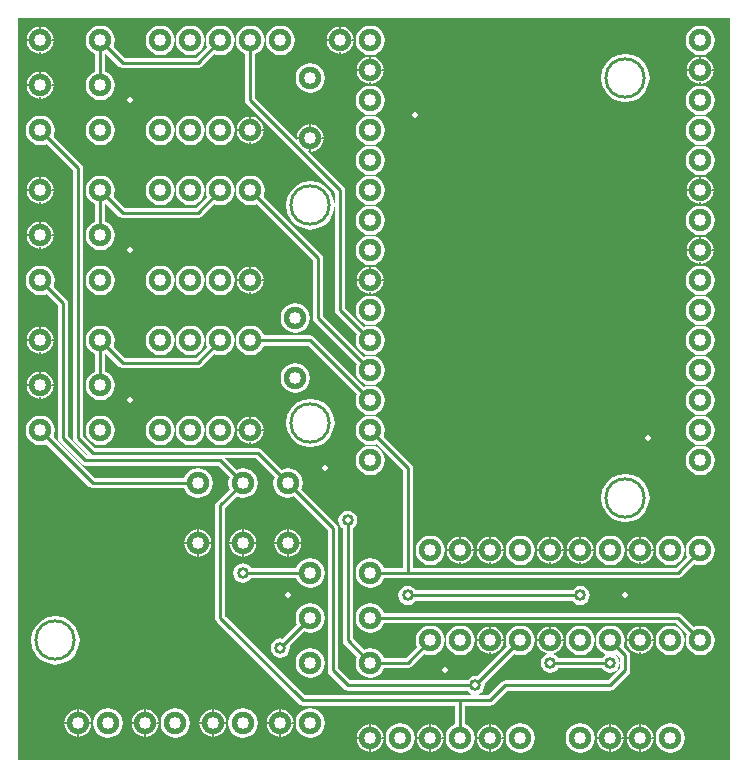
<source format=gtl>
G04 -- Generated By PCBWeb Designer*
%FSLAX24Y24*%
%MOIN*%
%OFA0B0*%
%SFA1.0B1.0*%
%AMROTRECT*21,1,$1,$2,0,0,$3*%
%AMROTOBLONG*1,1,$7,$1,$2*1,1,$7,$3,$4*21,1,$5,$6,0,0,$8*%
%ADD10C,0.025*%
%ADD11C,0.075*%
%ADD12C,0.04*%
%ADD13C,0.085*%
%ADD14C,0.01*%
%ADD15C,0.026*%
%ADD16C,0.008*%
%ADD17C,0.024*%
%ADD18C,0.02*%
%ADD19C,0.05*%
%ADD20C,0.005*%
%ADD21C,0.021*%
%ADD22C,0.03*%
%ADD23C,0.046*%
%ADD24C,0.1378*%
%ADD25C,0.1181*%
%ADD26C,0.1478*%
%ADD27C,0.001*%
%ADD28C,0.0*%
G01*
%LNBASEFILL*%
%LPD*%
G36*
X250Y25000D02*
X12000Y24744D01*
X24000Y25000D01*
X250Y25000D01*
G37*
G36*
X12000Y24744D02*
X12153Y24720D01*
X24000Y25000D01*
X12000Y24744D01*
G37*
G36*
X24000Y25000D02*
X12153Y24720D01*
X22847Y24720D01*
X24000Y25000D01*
G37*
G36*
X22847Y24720D02*
X12153Y24720D01*
X20250Y23768D01*
X22847Y24720D01*
G37*
G36*
X12290Y24650D02*
X20250Y23768D01*
X12153Y24720D01*
X12290Y24650D01*
G37*
G36*
X20025Y23654D02*
X20250Y23768D01*
X12290Y24650D01*
X20025Y23654D01*
G37*
G36*
X20025Y23654D02*
X12290Y24650D01*
X12400Y24540D01*
X20025Y23654D01*
G37*
G36*
X19846Y23475D02*
X20025Y23654D01*
X12400Y24540D01*
X19846Y23475D01*
G37*
G36*
X12400Y24540D02*
X12470Y24403D01*
X19846Y23475D01*
X12400Y24540D01*
G37*
G36*
X19846Y23475D02*
X12470Y24403D01*
X19732Y23250D01*
X19846Y23475D01*
G37*
G36*
X12470Y24403D02*
X12494Y24250D01*
X19732Y23250D01*
X12470Y24403D01*
G37*
G36*
X12494Y24250D02*
X19692Y23000D01*
X19732Y23250D01*
X12494Y24250D01*
G37*
G36*
X19692Y23000D02*
X12494Y24250D01*
X12454Y23250D01*
X19692Y23000D01*
G37*
G36*
X12454Y23250D02*
X12494Y24250D01*
X12470Y24097D01*
X12454Y23250D01*
G37*
G36*
X12432Y23390D02*
X12454Y23250D01*
X12470Y24097D01*
X12432Y23390D01*
G37*
G36*
X12400Y23960D02*
X12432Y23390D01*
X12470Y24097D01*
X12400Y23960D01*
G37*
G36*
X12400Y23960D02*
X12367Y23517D01*
X12432Y23390D01*
X12400Y23960D01*
G37*
G36*
X12290Y23850D02*
X12367Y23517D01*
X12400Y23960D01*
X12290Y23850D01*
G37*
G36*
X12290Y23850D02*
X12267Y23617D01*
X12367Y23517D01*
X12290Y23850D01*
G37*
G36*
X12153Y23780D02*
X12267Y23617D01*
X12290Y23850D01*
X12153Y23780D01*
G37*
G36*
X12153Y23780D02*
X12140Y23682D01*
X12267Y23617D01*
X12153Y23780D01*
G37*
G36*
X12000Y23756D02*
X12140Y23682D01*
X12153Y23780D01*
X12000Y23756D01*
G37*
G36*
X12000Y23756D02*
X12000Y23704D01*
X12140Y23682D01*
X12000Y23756D01*
G37*
G36*
X11860Y23682D02*
X12000Y23704D01*
X12000Y23756D01*
X11860Y23682D01*
G37*
G36*
X11847Y23780D02*
X11860Y23682D01*
X12000Y23756D01*
X11847Y23780D01*
G37*
G36*
X11847Y23780D02*
X11733Y23617D01*
X11860Y23682D01*
X11847Y23780D01*
G37*
G36*
X11710Y23850D02*
X11733Y23617D01*
X11847Y23780D01*
X11710Y23850D01*
G37*
G36*
X11710Y23850D02*
X11633Y23517D01*
X11733Y23617D01*
X11710Y23850D01*
G37*
G36*
X11710Y23850D02*
X11267Y23883D01*
X11633Y23517D01*
X11710Y23850D01*
G37*
G36*
X11633Y23517D02*
X11267Y23883D01*
X11568Y23390D01*
X11633Y23517D01*
G37*
G36*
X11568Y23390D02*
X11267Y23883D01*
X11140Y23818D01*
X11568Y23390D01*
G37*
G36*
X11140Y23818D02*
X11000Y23796D01*
X11568Y23390D01*
X11140Y23818D01*
G37*
G36*
X11000Y23796D02*
X11546Y23250D01*
X11568Y23390D01*
X11000Y23796D01*
G37*
G36*
X11000Y23796D02*
X10470Y23153D01*
X11546Y23250D01*
X11000Y23796D01*
G37*
G36*
X10470Y23153D02*
X10494Y23000D01*
X11546Y23250D01*
X10470Y23153D01*
G37*
G36*
X11546Y23250D02*
X10494Y23000D01*
X11568Y23110D01*
X11546Y23250D01*
G37*
G36*
X10494Y23000D02*
X10470Y22847D01*
X11568Y23110D01*
X10494Y23000D01*
G37*
G36*
X11600Y22540D02*
X11568Y23110D01*
X10470Y22847D01*
X11600Y22540D01*
G37*
G36*
X11600Y22540D02*
X10470Y22847D01*
X11530Y22403D01*
X11600Y22540D01*
G37*
G36*
X10470Y22847D02*
X10400Y22710D01*
X11530Y22403D01*
X10470Y22847D01*
G37*
G36*
X11530Y22403D02*
X10400Y22710D01*
X11506Y22250D01*
X11530Y22403D01*
G37*
G36*
X10400Y22710D02*
X10290Y22600D01*
X11506Y22250D01*
X10400Y22710D01*
G37*
G36*
X11506Y22250D02*
X10290Y22600D01*
X11530Y22097D01*
X11506Y22250D01*
G37*
G36*
X11530Y22097D02*
X10290Y22600D01*
X10267Y21367D01*
X11530Y22097D01*
G37*
G36*
X10153Y22530D02*
X10267Y21367D01*
X10290Y22600D01*
X10153Y22530D01*
G37*
G36*
X10153Y22530D02*
X10140Y21432D01*
X10267Y21367D01*
X10153Y22530D01*
G37*
G36*
X10000Y22506D02*
X10140Y21432D01*
X10153Y22530D01*
X10000Y22506D01*
G37*
G36*
X10000Y22506D02*
X10000Y21454D01*
X10140Y21432D01*
X10000Y22506D01*
G37*
G36*
X9860Y21432D02*
X10000Y21454D01*
X10000Y22506D01*
X9860Y21432D01*
G37*
G36*
X9847Y22530D02*
X9860Y21432D01*
X10000Y22506D01*
X9847Y22530D01*
G37*
G36*
X9847Y22530D02*
X9733Y21367D01*
X9860Y21432D01*
X9847Y22530D01*
G37*
G36*
X9710Y22600D02*
X9733Y21367D01*
X9847Y22530D01*
X9710Y22600D01*
G37*
G36*
X9710Y22600D02*
X9633Y21267D01*
X9733Y21367D01*
X9710Y22600D01*
G37*
G36*
X8169Y22320D02*
X9633Y21267D01*
X9710Y22600D01*
X8169Y22320D01*
G37*
G36*
X9600Y22710D02*
X8169Y22320D01*
X9710Y22600D01*
X9600Y22710D01*
G37*
G36*
X9530Y22847D02*
X8169Y22320D01*
X9600Y22710D01*
X9530Y22847D01*
G37*
G36*
X9506Y23000D02*
X8169Y22320D01*
X9530Y22847D01*
X9506Y23000D01*
G37*
G36*
X9506Y23000D02*
X8847Y23780D01*
X8169Y22320D01*
X9506Y23000D01*
G37*
G36*
X8847Y23780D02*
X8169Y23789D01*
X8169Y22320D01*
X8847Y23780D01*
G37*
G36*
X8847Y23780D02*
X8710Y23850D01*
X8169Y23789D01*
X8847Y23780D01*
G37*
G36*
X8710Y23850D02*
X8290Y23850D01*
X8169Y23789D01*
X8710Y23850D01*
G37*
G36*
X8400Y23960D02*
X8290Y23850D01*
X8710Y23850D01*
X8400Y23960D01*
G37*
G36*
X8600Y23960D02*
X8400Y23960D01*
X8710Y23850D01*
X8600Y23960D01*
G37*
G36*
X8470Y24097D02*
X8400Y23960D01*
X8600Y23960D01*
X8470Y24097D01*
G37*
G36*
X8530Y24097D02*
X8470Y24097D01*
X8600Y23960D01*
X8530Y24097D01*
G37*
G36*
X8494Y24250D02*
X8470Y24097D01*
X8530Y24097D01*
X8494Y24250D01*
G37*
G36*
X8506Y24250D02*
X8494Y24250D01*
X8530Y24097D01*
X8506Y24250D01*
G37*
G36*
X8470Y24403D02*
X8494Y24250D01*
X8506Y24250D01*
X8470Y24403D01*
G37*
G36*
X8530Y24403D02*
X8470Y24403D01*
X8506Y24250D01*
X8530Y24403D01*
G37*
G36*
X8470Y24403D02*
X8530Y24403D01*
X8600Y24540D01*
X8470Y24403D01*
G37*
G36*
X8400Y24540D02*
X8470Y24403D01*
X8600Y24540D01*
X8400Y24540D01*
G37*
G36*
X8600Y24540D02*
X8710Y24650D01*
X8400Y24540D01*
X8600Y24540D01*
G37*
G36*
X8710Y24650D02*
X8290Y24650D01*
X8400Y24540D01*
X8710Y24650D01*
G37*
G36*
X8710Y24650D02*
X8847Y24720D01*
X8290Y24650D01*
X8710Y24650D01*
G37*
G36*
X8290Y24650D02*
X8847Y24720D01*
X8153Y24720D01*
X8290Y24650D01*
G37*
G36*
X8847Y24720D02*
X8000Y24744D01*
X8153Y24720D01*
X8847Y24720D01*
G37*
G36*
X8000Y24744D02*
X8847Y24720D01*
X9000Y24744D01*
X8000Y24744D01*
G37*
G36*
X250Y25000D02*
X8000Y24744D01*
X9000Y24744D01*
X250Y25000D01*
G37*
G36*
X250Y25000D02*
X9000Y24744D01*
X12000Y24744D01*
X250Y25000D01*
G37*
G36*
X9000Y24744D02*
X11000Y24704D01*
X12000Y24744D01*
X9000Y24744D01*
G37*
G36*
X11000Y24704D02*
X11847Y24720D01*
X12000Y24744D01*
X11000Y24704D01*
G37*
G36*
X11847Y24720D02*
X11000Y24704D01*
X11140Y24682D01*
X11847Y24720D01*
G37*
G36*
X11847Y24720D02*
X11140Y24682D01*
X11710Y24650D01*
X11847Y24720D01*
G37*
G36*
X11710Y24650D02*
X11140Y24682D01*
X11267Y24617D01*
X11710Y24650D01*
G37*
G36*
X11710Y24650D02*
X11267Y24617D01*
X11600Y24540D01*
X11710Y24650D01*
G37*
G36*
X11267Y24617D02*
X11367Y24517D01*
X11600Y24540D01*
X11267Y24617D01*
G37*
G36*
X11600Y24540D02*
X11367Y24517D01*
X11530Y24403D01*
X11600Y24540D01*
G37*
G36*
X11367Y24517D02*
X11432Y24390D01*
X11530Y24403D01*
X11367Y24517D01*
G37*
G36*
X11530Y24403D02*
X11432Y24390D01*
X11506Y24250D01*
X11530Y24403D01*
G37*
G36*
X11432Y24390D02*
X11454Y24250D01*
X11506Y24250D01*
X11432Y24390D01*
G37*
G36*
X11506Y24250D02*
X11454Y24250D01*
X11432Y24110D01*
X11506Y24250D01*
G37*
G36*
X11530Y24097D02*
X11506Y24250D01*
X11432Y24110D01*
X11530Y24097D01*
G37*
G36*
X11432Y24110D02*
X11367Y23983D01*
X11530Y24097D01*
X11432Y24110D01*
G37*
G36*
X11530Y24097D02*
X11367Y23983D01*
X11600Y23960D01*
X11530Y24097D01*
G37*
G36*
X11367Y23983D02*
X11267Y23883D01*
X11600Y23960D01*
X11367Y23983D01*
G37*
G36*
X11600Y23960D02*
X11267Y23883D01*
X11710Y23850D01*
X11600Y23960D01*
G37*
G36*
X9000Y24744D02*
X9153Y24720D01*
X11000Y24704D01*
X9000Y24744D01*
G37*
G36*
X11000Y24704D02*
X9153Y24720D01*
X10860Y24682D01*
X11000Y24704D01*
G37*
G36*
X10860Y24682D02*
X9153Y24720D01*
X10733Y24617D01*
X10860Y24682D01*
G37*
G36*
X9290Y24650D02*
X10733Y24617D01*
X9153Y24720D01*
X9290Y24650D01*
G37*
G36*
X10633Y24517D02*
X10733Y24617D01*
X9290Y24650D01*
X10633Y24517D01*
G37*
G36*
X10633Y24517D02*
X9290Y24650D01*
X9400Y24540D01*
X10633Y24517D01*
G37*
G36*
X10633Y24517D02*
X9400Y24540D01*
X9470Y24403D01*
X10633Y24517D01*
G37*
G36*
X9470Y24403D02*
X10568Y24390D01*
X10633Y24517D01*
X9470Y24403D01*
G37*
G36*
X9470Y24403D02*
X9494Y24250D01*
X10568Y24390D01*
X9470Y24403D01*
G37*
G36*
X10568Y24390D02*
X9494Y24250D01*
X10546Y24250D01*
X10568Y24390D01*
G37*
G36*
X10546Y24250D02*
X9494Y24250D01*
X9470Y24097D01*
X10546Y24250D01*
G37*
G36*
X10000Y23494D02*
X10546Y24250D01*
X9470Y24097D01*
X10000Y23494D01*
G37*
G36*
X9470Y24097D02*
X9847Y23470D01*
X10000Y23494D01*
X9470Y24097D01*
G37*
G36*
X9847Y23470D02*
X9470Y24097D01*
X9400Y23960D01*
X9847Y23470D01*
G37*
G36*
X9847Y23470D02*
X9400Y23960D01*
X9710Y23400D01*
X9847Y23470D01*
G37*
G36*
X9400Y23960D02*
X9290Y23850D01*
X9710Y23400D01*
X9400Y23960D01*
G37*
G36*
X9710Y23400D02*
X9290Y23850D01*
X9600Y23290D01*
X9710Y23400D01*
G37*
G36*
X9290Y23850D02*
X9153Y23780D01*
X9600Y23290D01*
X9290Y23850D01*
G37*
G36*
X9600Y23290D02*
X9153Y23780D01*
X9530Y23153D01*
X9600Y23290D01*
G37*
G36*
X9153Y23780D02*
X9000Y23756D01*
X9530Y23153D01*
X9153Y23780D01*
G37*
G36*
X9000Y23756D02*
X9506Y23000D01*
X9530Y23153D01*
X9000Y23756D01*
G37*
G36*
X9506Y23000D02*
X9000Y23756D01*
X8847Y23780D01*
X9506Y23000D01*
G37*
G36*
X10546Y24250D02*
X10000Y23494D01*
X10568Y24110D01*
X10546Y24250D01*
G37*
G36*
X10568Y24110D02*
X10000Y23494D01*
X10153Y23470D01*
X10568Y24110D01*
G37*
G36*
X10568Y24110D02*
X10153Y23470D01*
X10633Y23983D01*
X10568Y24110D01*
G37*
G36*
X10633Y23983D02*
X10153Y23470D01*
X10290Y23400D01*
X10633Y23983D01*
G37*
G36*
X10633Y23983D02*
X10290Y23400D01*
X10733Y23883D01*
X10633Y23983D01*
G37*
G36*
X10733Y23883D02*
X10290Y23400D01*
X10400Y23290D01*
X10733Y23883D01*
G37*
G36*
X10860Y23818D02*
X10733Y23883D01*
X10400Y23290D01*
X10860Y23818D01*
G37*
G36*
X10860Y23818D02*
X10400Y23290D01*
X10470Y23153D01*
X10860Y23818D01*
G37*
G36*
X11000Y23796D02*
X10860Y23818D01*
X10470Y23153D01*
X11000Y23796D01*
G37*
G36*
X250Y25000D02*
X7000Y24744D01*
X8000Y24744D01*
X250Y25000D01*
G37*
G36*
X7000Y24744D02*
X7847Y24720D01*
X8000Y24744D01*
X7000Y24744D01*
G37*
G36*
X7847Y24720D02*
X7000Y24744D01*
X7153Y24720D01*
X7847Y24720D01*
G37*
G36*
X7290Y24650D02*
X7847Y24720D01*
X7153Y24720D01*
X7290Y24650D01*
G37*
G36*
X7710Y24650D02*
X7847Y24720D01*
X7290Y24650D01*
X7710Y24650D01*
G37*
G36*
X7710Y24650D02*
X7290Y24650D01*
X7400Y24540D01*
X7710Y24650D01*
G37*
G36*
X7600Y24540D02*
X7710Y24650D01*
X7400Y24540D01*
X7600Y24540D01*
G37*
G36*
X7400Y24540D02*
X7470Y24403D01*
X7600Y24540D01*
X7400Y24540D01*
G37*
G36*
X7470Y24403D02*
X7530Y24403D01*
X7600Y24540D01*
X7470Y24403D01*
G37*
G36*
X7530Y24403D02*
X7470Y24403D01*
X7506Y24250D01*
X7530Y24403D01*
G37*
G36*
X7470Y24403D02*
X7494Y24250D01*
X7506Y24250D01*
X7470Y24403D01*
G37*
G36*
X7506Y24250D02*
X7494Y24250D01*
X7530Y24097D01*
X7506Y24250D01*
G37*
G36*
X7494Y24250D02*
X7470Y24097D01*
X7530Y24097D01*
X7494Y24250D01*
G37*
G36*
X7530Y24097D02*
X7470Y24097D01*
X7600Y23960D01*
X7530Y24097D01*
G37*
G36*
X7470Y24097D02*
X7400Y23960D01*
X7600Y23960D01*
X7470Y24097D01*
G37*
G36*
X7600Y23960D02*
X7400Y23960D01*
X7710Y23850D01*
X7600Y23960D01*
G37*
G36*
X7400Y23960D02*
X7290Y23850D01*
X7710Y23850D01*
X7400Y23960D01*
G37*
G36*
X7710Y23850D02*
X7290Y23850D01*
X7831Y23789D01*
X7710Y23850D01*
G37*
G36*
X7290Y23850D02*
X7153Y23780D01*
X7831Y23789D01*
X7290Y23850D01*
G37*
G36*
X7831Y22250D02*
X7831Y23789D01*
X7153Y23780D01*
X7831Y22250D01*
G37*
G36*
X7153Y23780D02*
X7000Y23756D01*
X7831Y22250D01*
X7153Y23780D01*
G37*
G36*
X7000Y23756D02*
X6370Y23381D01*
X7831Y22250D01*
X7000Y23756D01*
G37*
G36*
X7831Y22250D02*
X6370Y23381D01*
X7000Y21744D01*
X7831Y22250D01*
G37*
G36*
X6370Y23381D02*
X6334Y23354D01*
X7000Y21744D01*
X6370Y23381D01*
G37*
G36*
X7000Y21744D02*
X6334Y23354D01*
X6847Y21720D01*
X7000Y21744D01*
G37*
G36*
X6847Y21720D02*
X6334Y23354D01*
X6294Y23337D01*
X6847Y21720D01*
G37*
G36*
X6847Y21720D02*
X6294Y23337D01*
X6153Y21720D01*
X6847Y21720D01*
G37*
G36*
X6153Y21720D02*
X6294Y23337D01*
X6250Y23331D01*
X6153Y21720D01*
G37*
G36*
X6000Y21744D02*
X6153Y21720D01*
X6250Y23331D01*
X6000Y21744D01*
G37*
G36*
X5847Y21720D02*
X6000Y21744D01*
X6250Y23331D01*
X5847Y21720D01*
G37*
G36*
X6250Y23331D02*
X5153Y21720D01*
X5847Y21720D01*
X6250Y23331D01*
G37*
G36*
X5290Y21650D02*
X5847Y21720D01*
X5153Y21720D01*
X5290Y21650D01*
G37*
G36*
X5290Y21650D02*
X5710Y21650D01*
X5847Y21720D01*
X5290Y21650D01*
G37*
G36*
X5290Y21650D02*
X5600Y21540D01*
X5710Y21650D01*
X5290Y21650D01*
G37*
G36*
X5290Y21650D02*
X5400Y21540D01*
X5600Y21540D01*
X5290Y21650D01*
G37*
G36*
X5600Y21540D02*
X5400Y21540D01*
X5470Y21403D01*
X5600Y21540D01*
G37*
G36*
X5470Y21403D02*
X5530Y21403D01*
X5600Y21540D01*
X5470Y21403D01*
G37*
G36*
X5530Y21403D02*
X5470Y21403D01*
X5506Y21250D01*
X5530Y21403D01*
G37*
G36*
X5470Y21403D02*
X5494Y21250D01*
X5506Y21250D01*
X5470Y21403D01*
G37*
G36*
X5506Y21250D02*
X5494Y21250D01*
X5530Y21097D01*
X5506Y21250D01*
G37*
G36*
X5494Y21250D02*
X5470Y21097D01*
X5530Y21097D01*
X5494Y21250D01*
G37*
G36*
X5530Y21097D02*
X5470Y21097D01*
X5600Y20960D01*
X5530Y21097D01*
G37*
G36*
X5470Y21097D02*
X5400Y20960D01*
X5600Y20960D01*
X5470Y21097D01*
G37*
G36*
X5600Y20960D02*
X5400Y20960D01*
X5710Y20850D01*
X5600Y20960D01*
G37*
G36*
X5400Y20960D02*
X5290Y20850D01*
X5710Y20850D01*
X5400Y20960D01*
G37*
G36*
X5710Y20850D02*
X5290Y20850D01*
X5847Y20780D01*
X5710Y20850D01*
G37*
G36*
X5290Y20850D02*
X5153Y20780D01*
X5847Y20780D01*
X5290Y20850D01*
G37*
G36*
X5847Y19720D02*
X5847Y20780D01*
X5153Y20780D01*
X5847Y19720D01*
G37*
G36*
X5153Y20780D02*
X5153Y19720D01*
X5847Y19720D01*
X5153Y20780D01*
G37*
G36*
X5153Y19720D02*
X5290Y19650D01*
X5847Y19720D01*
X5153Y19720D01*
G37*
G36*
X5290Y19650D02*
X5710Y19650D01*
X5847Y19720D01*
X5290Y19650D01*
G37*
G36*
X5710Y19650D02*
X5290Y19650D01*
X5600Y19540D01*
X5710Y19650D01*
G37*
G36*
X5290Y19650D02*
X5400Y19540D01*
X5600Y19540D01*
X5290Y19650D01*
G37*
G36*
X5400Y19540D02*
X5470Y19403D01*
X5600Y19540D01*
X5400Y19540D01*
G37*
G36*
X5470Y19403D02*
X5530Y19403D01*
X5600Y19540D01*
X5470Y19403D01*
G37*
G36*
X5530Y19403D02*
X5470Y19403D01*
X5506Y19250D01*
X5530Y19403D01*
G37*
G36*
X5470Y19403D02*
X5494Y19250D01*
X5506Y19250D01*
X5470Y19403D01*
G37*
G36*
X5506Y19250D02*
X5494Y19250D01*
X5530Y19097D01*
X5506Y19250D01*
G37*
G36*
X5494Y19250D02*
X5470Y19097D01*
X5530Y19097D01*
X5494Y19250D01*
G37*
G36*
X5530Y19097D02*
X5470Y19097D01*
X5600Y18960D01*
X5530Y19097D01*
G37*
G36*
X5470Y19097D02*
X5400Y18960D01*
X5600Y18960D01*
X5470Y19097D01*
G37*
G36*
X5600Y18960D02*
X5400Y18960D01*
X5710Y18850D01*
X5600Y18960D01*
G37*
G36*
X5400Y18960D02*
X5290Y18850D01*
X5710Y18850D01*
X5400Y18960D01*
G37*
G36*
X5710Y18850D02*
X5290Y18850D01*
X5847Y18780D01*
X5710Y18850D01*
G37*
G36*
X5290Y18850D02*
X5153Y18780D01*
X5847Y18780D01*
X5290Y18850D01*
G37*
G36*
X6180Y18669D02*
X5847Y18780D01*
X5153Y18780D01*
X6180Y18669D01*
G37*
G36*
X6180Y18669D02*
X5153Y18780D01*
X5000Y18756D01*
X6180Y18669D01*
G37*
G36*
X5000Y18756D02*
X3820Y18669D01*
X6180Y18669D01*
X5000Y18756D01*
G37*
G36*
X4847Y18780D02*
X3820Y18669D01*
X5000Y18756D01*
X4847Y18780D01*
G37*
G36*
X4710Y18850D02*
X3820Y18669D01*
X4847Y18780D01*
X4710Y18850D01*
G37*
G36*
X4600Y18960D02*
X3820Y18669D01*
X4710Y18850D01*
X4600Y18960D01*
G37*
G36*
X4530Y19097D02*
X3820Y18669D01*
X4600Y18960D01*
X4530Y19097D01*
G37*
G36*
X4530Y19097D02*
X4506Y19250D01*
X3820Y18669D01*
X4530Y19097D01*
G37*
G36*
X4506Y19250D02*
X3494Y19250D01*
X3820Y18669D01*
X4506Y19250D01*
G37*
G36*
X3494Y19250D02*
X3470Y19097D01*
X3820Y18669D01*
X3494Y19250D01*
G37*
G36*
X3470Y19097D02*
X3443Y19046D01*
X3820Y18669D01*
X3470Y19097D01*
G37*
G36*
X3494Y19250D02*
X4506Y19250D01*
X4530Y19403D01*
X3494Y19250D01*
G37*
G36*
X3470Y19403D02*
X3494Y19250D01*
X4530Y19403D01*
X3470Y19403D01*
G37*
G36*
X3470Y19403D02*
X4530Y19403D01*
X4600Y19540D01*
X3470Y19403D01*
G37*
G36*
X4600Y19540D02*
X3400Y19540D01*
X3470Y19403D01*
X4600Y19540D01*
G37*
G36*
X4710Y20850D02*
X3400Y19540D01*
X4600Y19540D01*
X4710Y20850D01*
G37*
G36*
X4600Y19540D02*
X4710Y19650D01*
X4710Y20850D01*
X4600Y19540D01*
G37*
G36*
X4710Y20850D02*
X4710Y19650D01*
X4847Y20780D01*
X4710Y20850D01*
G37*
G36*
X4710Y19650D02*
X4847Y19720D01*
X4847Y20780D01*
X4710Y19650D01*
G37*
G36*
X4847Y20780D02*
X4847Y19720D01*
X5000Y20756D01*
X4847Y20780D01*
G37*
G36*
X4847Y19720D02*
X5000Y19744D01*
X5000Y20756D01*
X4847Y19720D01*
G37*
G36*
X5000Y20756D02*
X5000Y19744D01*
X5153Y19720D01*
X5000Y20756D01*
G37*
G36*
X5153Y20780D02*
X5000Y20756D01*
X5153Y19720D01*
X5153Y20780D01*
G37*
G36*
X3400Y19540D02*
X4710Y20850D01*
X3400Y20960D01*
X3400Y19540D01*
G37*
G36*
X4600Y20960D02*
X3400Y20960D01*
X4710Y20850D01*
X4600Y20960D01*
G37*
G36*
X3470Y21097D02*
X3400Y20960D01*
X4600Y20960D01*
X3470Y21097D01*
G37*
G36*
X4530Y21097D02*
X3470Y21097D01*
X4600Y20960D01*
X4530Y21097D01*
G37*
G36*
X4530Y21097D02*
X4506Y21250D01*
X3470Y21097D01*
X4530Y21097D01*
G37*
G36*
X4506Y21250D02*
X3494Y21250D01*
X3470Y21097D01*
X4506Y21250D01*
G37*
G36*
X3494Y21250D02*
X4506Y21250D01*
X3470Y21403D01*
X3494Y21250D01*
G37*
G36*
X3470Y21403D02*
X4506Y21250D01*
X3400Y21540D01*
X3470Y21403D01*
G37*
G36*
X3400Y21540D02*
X4506Y21250D01*
X3400Y22460D01*
X3400Y21540D01*
G37*
G36*
X4506Y21250D02*
X3470Y22597D01*
X3400Y22460D01*
X4506Y21250D01*
G37*
G36*
X4530Y21403D02*
X3470Y22597D01*
X4506Y21250D01*
X4530Y21403D01*
G37*
G36*
X4600Y21540D02*
X3470Y22597D01*
X4530Y21403D01*
X4600Y21540D01*
G37*
G36*
X4710Y21650D02*
X3470Y22597D01*
X4600Y21540D01*
X4710Y21650D01*
G37*
G36*
X4710Y21650D02*
X4847Y21720D01*
X3470Y22597D01*
X4710Y21650D01*
G37*
G36*
X4847Y21720D02*
X3494Y22750D01*
X3470Y22597D01*
X4847Y21720D01*
G37*
G36*
X4847Y21720D02*
X3750Y23331D01*
X3494Y22750D01*
X4847Y21720D01*
G37*
G36*
X3470Y22903D02*
X3494Y22750D01*
X3750Y23331D01*
X3470Y22903D01*
G37*
G36*
X3750Y23331D02*
X3706Y23337D01*
X3470Y22903D01*
X3750Y23331D01*
G37*
G36*
X3706Y23337D02*
X3400Y23040D01*
X3470Y22903D01*
X3706Y23337D01*
G37*
G36*
X3666Y23354D02*
X3400Y23040D01*
X3706Y23337D01*
X3666Y23354D01*
G37*
G36*
X3666Y23354D02*
X3630Y23381D01*
X3400Y23040D01*
X3666Y23354D01*
G37*
G36*
X3630Y23381D02*
X3290Y23150D01*
X3400Y23040D01*
X3630Y23381D01*
G37*
G36*
X3630Y23381D02*
X3169Y23211D01*
X3290Y23150D01*
X3630Y23381D01*
G37*
G36*
X3630Y23381D02*
X3169Y23789D01*
X3169Y23211D01*
X3630Y23381D01*
G37*
G36*
X3204Y23807D02*
X3169Y23789D01*
X3630Y23381D01*
X3204Y23807D01*
G37*
G36*
X3750Y23331D02*
X4847Y21720D01*
X5000Y21744D01*
X3750Y23331D01*
G37*
G36*
X6250Y23331D02*
X3750Y23331D01*
X5000Y21744D01*
X6250Y23331D01*
G37*
G36*
X5000Y21744D02*
X5153Y21720D01*
X6250Y23331D01*
X5000Y21744D01*
G37*
G36*
X3290Y22350D02*
X3400Y21540D01*
X3400Y22460D01*
X3290Y22350D01*
G37*
G36*
X3290Y22350D02*
X3290Y21650D01*
X3400Y21540D01*
X3290Y22350D01*
G37*
G36*
X3153Y22280D02*
X3290Y21650D01*
X3290Y22350D01*
X3153Y22280D01*
G37*
G36*
X3153Y22280D02*
X3153Y21720D01*
X3290Y21650D01*
X3153Y22280D01*
G37*
G36*
X3000Y22256D02*
X3153Y21720D01*
X3153Y22280D01*
X3000Y22256D01*
G37*
G36*
X3000Y22256D02*
X3000Y21744D01*
X3153Y21720D01*
X3000Y22256D01*
G37*
G36*
X2847Y21720D02*
X3000Y21744D01*
X3000Y22256D01*
X2847Y21720D01*
G37*
G36*
X2847Y22280D02*
X2847Y21720D01*
X3000Y22256D01*
X2847Y22280D01*
G37*
G36*
X2710Y21650D02*
X2847Y21720D01*
X2847Y22280D01*
X2710Y21650D01*
G37*
G36*
X2710Y22350D02*
X2710Y21650D01*
X2847Y22280D01*
X2710Y22350D01*
G37*
G36*
X2600Y21540D02*
X2710Y21650D01*
X2710Y22350D01*
X2600Y21540D01*
G37*
G36*
X2600Y22460D02*
X2600Y21540D01*
X2710Y22350D01*
X2600Y22460D01*
G37*
G36*
X1400Y21540D02*
X2600Y21540D01*
X2600Y22460D01*
X1400Y21540D01*
G37*
G36*
X2600Y22460D02*
X1367Y22483D01*
X1400Y21540D01*
X2600Y22460D01*
G37*
G36*
X1367Y22483D02*
X1290Y21650D01*
X1400Y21540D01*
X1367Y22483D01*
G37*
G36*
X1267Y22383D02*
X1290Y21650D01*
X1367Y22483D01*
X1267Y22383D01*
G37*
G36*
X1267Y22383D02*
X1153Y21720D01*
X1290Y21650D01*
X1267Y22383D01*
G37*
G36*
X1140Y22318D02*
X1153Y21720D01*
X1267Y22383D01*
X1140Y22318D01*
G37*
G36*
X1153Y21720D02*
X1140Y22318D01*
X1000Y21744D01*
X1153Y21720D01*
G37*
G36*
X1140Y22318D02*
X1000Y22296D01*
X1000Y21744D01*
X1140Y22318D01*
G37*
G36*
X1000Y22296D02*
X860Y22318D01*
X1000Y21744D01*
X1000Y22296D01*
G37*
G36*
X860Y22318D02*
X847Y21720D01*
X1000Y21744D01*
X860Y22318D01*
G37*
G36*
X733Y22383D02*
X847Y21720D01*
X860Y22318D01*
X733Y22383D01*
G37*
G36*
X733Y22383D02*
X710Y21650D01*
X847Y21720D01*
X733Y22383D01*
G37*
G36*
X633Y22483D02*
X710Y21650D01*
X733Y22383D01*
X633Y22483D01*
G37*
G36*
X633Y22483D02*
X600Y21540D01*
X710Y21650D01*
X633Y22483D01*
G37*
G36*
X568Y22610D02*
X600Y21540D01*
X633Y22483D01*
X568Y22610D01*
G37*
G36*
X568Y22610D02*
X530Y21403D01*
X600Y21540D01*
X568Y22610D01*
G37*
G36*
X546Y22750D02*
X530Y21403D01*
X568Y22610D01*
X546Y22750D01*
G37*
G36*
X546Y22750D02*
X506Y21250D01*
X530Y21403D01*
X546Y22750D01*
G37*
G36*
X546Y22750D02*
X250Y25000D01*
X506Y21250D01*
X546Y22750D01*
G37*
G36*
X546Y19250D02*
X506Y21250D01*
X250Y25000D01*
X546Y19250D01*
G37*
G36*
X506Y16250D02*
X546Y19250D01*
X250Y25000D01*
X506Y16250D01*
G37*
G36*
X546Y14250D02*
X506Y16250D01*
X250Y25000D01*
X546Y14250D01*
G37*
G36*
X546Y14250D02*
X250Y25000D01*
X506Y11250D01*
X546Y14250D01*
G37*
G36*
X250Y25000D02*
X250Y250D01*
X506Y11250D01*
X250Y25000D01*
G37*
G36*
X506Y11250D02*
X250Y250D01*
X692Y4250D01*
X506Y11250D01*
G37*
G36*
X692Y4250D02*
X250Y250D01*
X732Y4000D01*
X692Y4250D01*
G37*
G36*
X732Y4000D02*
X250Y250D01*
X846Y3775D01*
X732Y4000D01*
G37*
G36*
X846Y3775D02*
X250Y250D01*
X1025Y3596D01*
X846Y3775D01*
G37*
G36*
X1025Y3596D02*
X250Y250D01*
X1818Y1640D01*
X1025Y3596D01*
G37*
G36*
X1818Y1640D02*
X250Y250D01*
X1796Y1500D01*
X1818Y1640D01*
G37*
G36*
X1796Y1500D02*
X250Y250D01*
X1818Y1360D01*
X1796Y1500D01*
G37*
G36*
X1818Y1360D02*
X250Y250D01*
X1883Y1233D01*
X1818Y1360D01*
G37*
G36*
X1883Y1233D02*
X250Y250D01*
X1983Y1133D01*
X1883Y1233D01*
G37*
G36*
X1983Y1133D02*
X250Y250D01*
X2110Y1068D01*
X1983Y1133D01*
G37*
G36*
X2110Y1068D02*
X250Y250D01*
X2250Y1046D01*
X2110Y1068D01*
G37*
G36*
X3250Y1006D02*
X2250Y1046D01*
X250Y250D01*
X3250Y1006D01*
G37*
G36*
X11860Y568D02*
X3250Y1006D01*
X250Y250D01*
X11860Y568D01*
G37*
G36*
X11860Y568D02*
X250Y250D01*
X12000Y546D01*
X11860Y568D01*
G37*
G36*
X13000Y506D02*
X12000Y546D01*
X250Y250D01*
X13000Y506D01*
G37*
G36*
X13000Y506D02*
X250Y250D01*
X24000Y250D01*
X13000Y506D01*
G37*
G36*
X15000Y506D02*
X13000Y506D01*
X24000Y250D01*
X15000Y506D01*
G37*
G36*
X17000Y506D02*
X15000Y506D01*
X24000Y250D01*
X17000Y506D01*
G37*
G36*
X19000Y506D02*
X17000Y506D01*
X24000Y250D01*
X19000Y506D01*
G37*
G36*
X24000Y250D02*
X20000Y546D01*
X19000Y506D01*
X24000Y250D01*
G37*
G36*
X20000Y546D02*
X19153Y530D01*
X19000Y506D01*
X20000Y546D01*
G37*
G36*
X19860Y568D02*
X19153Y530D01*
X20000Y546D01*
X19860Y568D01*
G37*
G36*
X19290Y600D02*
X19153Y530D01*
X19860Y568D01*
X19290Y600D01*
G37*
G36*
X19733Y633D02*
X19290Y600D01*
X19860Y568D01*
X19733Y633D01*
G37*
G36*
X19400Y710D02*
X19290Y600D01*
X19733Y633D01*
X19400Y710D01*
G37*
G36*
X19633Y733D02*
X19400Y710D01*
X19733Y633D01*
X19633Y733D01*
G37*
G36*
X19470Y847D02*
X19400Y710D01*
X19633Y733D01*
X19470Y847D01*
G37*
G36*
X19568Y860D02*
X19470Y847D01*
X19633Y733D01*
X19568Y860D01*
G37*
G36*
X19494Y1000D02*
X19470Y847D01*
X19568Y860D01*
X19494Y1000D01*
G37*
G36*
X19546Y1000D02*
X19494Y1000D01*
X19568Y860D01*
X19546Y1000D01*
G37*
G36*
X19494Y1000D02*
X19546Y1000D01*
X19568Y1140D01*
X19494Y1000D01*
G37*
G36*
X19470Y1153D02*
X19494Y1000D01*
X19568Y1140D01*
X19470Y1153D01*
G37*
G36*
X19470Y1153D02*
X19568Y1140D01*
X19633Y1267D01*
X19470Y1153D01*
G37*
G36*
X19400Y1290D02*
X19470Y1153D01*
X19633Y1267D01*
X19400Y1290D01*
G37*
G36*
X19400Y1290D02*
X19633Y1267D01*
X19733Y1367D01*
X19400Y1290D01*
G37*
G36*
X19733Y1367D02*
X19290Y1400D01*
X19400Y1290D01*
X19733Y1367D01*
G37*
G36*
X19290Y1400D02*
X19733Y1367D01*
X19860Y1432D01*
X19290Y1400D01*
G37*
G36*
X19860Y1432D02*
X20000Y2581D01*
X19290Y1400D01*
X19860Y1432D01*
G37*
G36*
X19153Y1470D02*
X19290Y1400D01*
X20000Y2581D01*
X19153Y1470D01*
G37*
G36*
X19000Y1494D02*
X19153Y1470D01*
X20000Y2581D01*
X19000Y1494D01*
G37*
G36*
X18847Y1470D02*
X19000Y1494D01*
X20000Y2581D01*
X18847Y1470D01*
G37*
G36*
X20000Y2581D02*
X16570Y2581D01*
X18847Y1470D01*
X20000Y2581D01*
G37*
G36*
X16570Y2581D02*
X18710Y1400D01*
X18847Y1470D01*
X16570Y2581D01*
G37*
G36*
X16570Y2581D02*
X17290Y1400D01*
X18710Y1400D01*
X16570Y2581D01*
G37*
G36*
X18710Y1400D02*
X17290Y1400D01*
X18600Y1290D01*
X18710Y1400D01*
G37*
G36*
X18600Y1290D02*
X17290Y1400D01*
X17400Y1290D01*
X18600Y1290D01*
G37*
G36*
X18530Y1153D02*
X18600Y1290D01*
X17400Y1290D01*
X18530Y1153D01*
G37*
G36*
X17400Y1290D02*
X17470Y1153D01*
X18530Y1153D01*
X17400Y1290D01*
G37*
G36*
X17470Y1153D02*
X17494Y1000D01*
X18530Y1153D01*
X17470Y1153D01*
G37*
G36*
X17494Y1000D02*
X18506Y1000D01*
X18530Y1153D01*
X17494Y1000D01*
G37*
G36*
X18506Y1000D02*
X17494Y1000D01*
X17470Y847D01*
X18506Y1000D01*
G37*
G36*
X18530Y847D02*
X18506Y1000D01*
X17470Y847D01*
X18530Y847D01*
G37*
G36*
X18530Y847D02*
X17470Y847D01*
X18600Y710D01*
X18530Y847D01*
G37*
G36*
X17470Y847D02*
X17400Y710D01*
X18600Y710D01*
X17470Y847D01*
G37*
G36*
X18600Y710D02*
X17400Y710D01*
X18710Y600D01*
X18600Y710D01*
G37*
G36*
X17400Y710D02*
X17290Y600D01*
X18710Y600D01*
X17400Y710D01*
G37*
G36*
X18710Y600D02*
X17290Y600D01*
X18847Y530D01*
X18710Y600D01*
G37*
G36*
X17290Y600D02*
X17153Y530D01*
X18847Y530D01*
X17290Y600D01*
G37*
G36*
X18847Y530D02*
X17153Y530D01*
X19000Y506D01*
X18847Y530D01*
G37*
G36*
X17153Y530D02*
X17000Y506D01*
X19000Y506D01*
X17153Y530D01*
G37*
G36*
X17290Y1400D02*
X16570Y2581D01*
X17153Y1470D01*
X17290Y1400D01*
G37*
G36*
X16570Y2581D02*
X17000Y1494D01*
X17153Y1470D01*
X16570Y2581D01*
G37*
G36*
X16570Y2581D02*
X16847Y1470D01*
X17000Y1494D01*
X16570Y2581D01*
G37*
G36*
X16847Y1470D02*
X16570Y2581D01*
X16120Y2131D01*
X16847Y1470D01*
G37*
G36*
X16847Y1470D02*
X16120Y2131D01*
X16710Y1400D01*
X16847Y1470D01*
G37*
G36*
X16267Y1367D02*
X16710Y1400D01*
X16120Y2131D01*
X16267Y1367D01*
G37*
G36*
X16267Y1367D02*
X16120Y2131D01*
X16140Y1432D01*
X16267Y1367D01*
G37*
G36*
X16120Y2131D02*
X16084Y2104D01*
X16140Y1432D01*
X16120Y2131D01*
G37*
G36*
X16084Y2104D02*
X16044Y2087D01*
X16140Y1432D01*
X16084Y2104D01*
G37*
G36*
X16044Y2087D02*
X16000Y1454D01*
X16140Y1432D01*
X16044Y2087D01*
G37*
G36*
X16000Y2081D02*
X16000Y1454D01*
X16044Y2087D01*
X16000Y2081D01*
G37*
G36*
X16000Y2081D02*
X15860Y1432D01*
X16000Y1454D01*
X16000Y2081D01*
G37*
G36*
X15860Y1432D02*
X16000Y2081D01*
X15169Y2081D01*
X15860Y1432D01*
G37*
G36*
X15169Y2081D02*
X15733Y1367D01*
X15860Y1432D01*
X15169Y2081D01*
G37*
G36*
X15733Y1367D02*
X15169Y2081D01*
X15290Y1400D01*
X15733Y1367D01*
G37*
G36*
X15169Y2081D02*
X15169Y1461D01*
X15290Y1400D01*
X15169Y2081D01*
G37*
G36*
X15733Y1367D02*
X15290Y1400D01*
X15400Y1290D01*
X15733Y1367D01*
G37*
G36*
X15400Y1290D02*
X15633Y1267D01*
X15733Y1367D01*
X15400Y1290D01*
G37*
G36*
X15400Y1290D02*
X15470Y1153D01*
X15633Y1267D01*
X15400Y1290D01*
G37*
G36*
X15470Y1153D02*
X15568Y1140D01*
X15633Y1267D01*
X15470Y1153D01*
G37*
G36*
X15470Y1153D02*
X15494Y1000D01*
X15568Y1140D01*
X15470Y1153D01*
G37*
G36*
X15494Y1000D02*
X15546Y1000D01*
X15568Y1140D01*
X15494Y1000D01*
G37*
G36*
X15546Y1000D02*
X15494Y1000D01*
X15568Y860D01*
X15546Y1000D01*
G37*
G36*
X15494Y1000D02*
X15470Y847D01*
X15568Y860D01*
X15494Y1000D01*
G37*
G36*
X15568Y860D02*
X15470Y847D01*
X15633Y733D01*
X15568Y860D01*
G37*
G36*
X15470Y847D02*
X15400Y710D01*
X15633Y733D01*
X15470Y847D01*
G37*
G36*
X15633Y733D02*
X15400Y710D01*
X15733Y633D01*
X15633Y733D01*
G37*
G36*
X15400Y710D02*
X15290Y600D01*
X15733Y633D01*
X15400Y710D01*
G37*
G36*
X15733Y633D02*
X15290Y600D01*
X15860Y568D01*
X15733Y633D01*
G37*
G36*
X15290Y600D02*
X15153Y530D01*
X15860Y568D01*
X15290Y600D01*
G37*
G36*
X15860Y568D02*
X15153Y530D01*
X16000Y546D01*
X15860Y568D01*
G37*
G36*
X16000Y546D02*
X15153Y530D01*
X15000Y506D01*
X16000Y546D01*
G37*
G36*
X15000Y506D02*
X17000Y506D01*
X16000Y546D01*
X15000Y506D01*
G37*
G36*
X16847Y530D02*
X16000Y546D01*
X17000Y506D01*
X16847Y530D01*
G37*
G36*
X16140Y568D02*
X16000Y546D01*
X16847Y530D01*
X16140Y568D01*
G37*
G36*
X16710Y600D02*
X16140Y568D01*
X16847Y530D01*
X16710Y600D01*
G37*
G36*
X16267Y633D02*
X16140Y568D01*
X16710Y600D01*
X16267Y633D01*
G37*
G36*
X16600Y710D02*
X16267Y633D01*
X16710Y600D01*
X16600Y710D01*
G37*
G36*
X16367Y733D02*
X16267Y633D01*
X16600Y710D01*
X16367Y733D01*
G37*
G36*
X16530Y847D02*
X16367Y733D01*
X16600Y710D01*
X16530Y847D01*
G37*
G36*
X16432Y860D02*
X16367Y733D01*
X16530Y847D01*
X16432Y860D01*
G37*
G36*
X16530Y847D02*
X16506Y1000D01*
X16432Y860D01*
X16530Y847D01*
G37*
G36*
X16506Y1000D02*
X16454Y1000D01*
X16432Y860D01*
X16506Y1000D01*
G37*
G36*
X16432Y1140D02*
X16454Y1000D01*
X16506Y1000D01*
X16432Y1140D01*
G37*
G36*
X16530Y1153D02*
X16432Y1140D01*
X16506Y1000D01*
X16530Y1153D01*
G37*
G36*
X16367Y1267D02*
X16432Y1140D01*
X16530Y1153D01*
X16367Y1267D01*
G37*
G36*
X16367Y1267D02*
X16530Y1153D01*
X16600Y1290D01*
X16367Y1267D01*
G37*
G36*
X16267Y1367D02*
X16367Y1267D01*
X16600Y1290D01*
X16267Y1367D01*
G37*
G36*
X16267Y1367D02*
X16600Y1290D01*
X16710Y1400D01*
X16267Y1367D01*
G37*
G36*
X20000Y2581D02*
X19860Y1432D01*
X20000Y1454D01*
X20000Y2581D01*
G37*
G36*
X20000Y2581D02*
X20000Y1454D01*
X20140Y1432D01*
X20000Y2581D01*
G37*
G36*
X20044Y2587D02*
X20000Y2581D01*
X20140Y1432D01*
X20044Y2587D01*
G37*
G36*
X20044Y2587D02*
X20140Y1432D01*
X20860Y1432D01*
X20044Y2587D01*
G37*
G36*
X20140Y1432D02*
X20267Y1367D01*
X20860Y1432D01*
X20140Y1432D01*
G37*
G36*
X20267Y1367D02*
X20733Y1367D01*
X20860Y1432D01*
X20267Y1367D01*
G37*
G36*
X20267Y1367D02*
X20367Y1267D01*
X20733Y1367D01*
X20267Y1367D01*
G37*
G36*
X20367Y1267D02*
X20633Y1267D01*
X20733Y1367D01*
X20367Y1267D01*
G37*
G36*
X20633Y1267D02*
X20367Y1267D01*
X20568Y1140D01*
X20633Y1267D01*
G37*
G36*
X20367Y1267D02*
X20432Y1140D01*
X20568Y1140D01*
X20367Y1267D01*
G37*
G36*
X20432Y1140D02*
X20454Y1000D01*
X20568Y1140D01*
X20432Y1140D01*
G37*
G36*
X20454Y1000D02*
X20546Y1000D01*
X20568Y1140D01*
X20454Y1000D01*
G37*
G36*
X20546Y1000D02*
X20454Y1000D01*
X20568Y860D01*
X20546Y1000D01*
G37*
G36*
X20454Y1000D02*
X20432Y860D01*
X20568Y860D01*
X20454Y1000D01*
G37*
G36*
X20568Y860D02*
X20432Y860D01*
X20633Y733D01*
X20568Y860D01*
G37*
G36*
X20432Y860D02*
X20367Y733D01*
X20633Y733D01*
X20432Y860D01*
G37*
G36*
X20633Y733D02*
X20367Y733D01*
X20733Y633D01*
X20633Y733D01*
G37*
G36*
X20367Y733D02*
X20267Y633D01*
X20733Y633D01*
X20367Y733D01*
G37*
G36*
X20733Y633D02*
X20267Y633D01*
X20860Y568D01*
X20733Y633D01*
G37*
G36*
X20267Y633D02*
X20140Y568D01*
X20860Y568D01*
X20267Y633D01*
G37*
G36*
X20860Y568D02*
X20140Y568D01*
X21000Y546D01*
X20860Y568D01*
G37*
G36*
X20140Y568D02*
X20000Y546D01*
X21000Y546D01*
X20140Y568D01*
G37*
G36*
X21000Y546D02*
X20000Y546D01*
X24000Y250D01*
X21000Y546D01*
G37*
G36*
X24000Y250D02*
X22000Y506D01*
X21000Y546D01*
X24000Y250D01*
G37*
G36*
X21847Y530D02*
X21000Y546D01*
X22000Y506D01*
X21847Y530D01*
G37*
G36*
X21140Y568D02*
X21000Y546D01*
X21847Y530D01*
X21140Y568D01*
G37*
G36*
X21710Y600D02*
X21140Y568D01*
X21847Y530D01*
X21710Y600D01*
G37*
G36*
X21267Y633D02*
X21140Y568D01*
X21710Y600D01*
X21267Y633D01*
G37*
G36*
X21600Y710D02*
X21267Y633D01*
X21710Y600D01*
X21600Y710D01*
G37*
G36*
X21367Y733D02*
X21267Y633D01*
X21600Y710D01*
X21367Y733D01*
G37*
G36*
X21530Y847D02*
X21367Y733D01*
X21600Y710D01*
X21530Y847D01*
G37*
G36*
X21432Y860D02*
X21367Y733D01*
X21530Y847D01*
X21432Y860D01*
G37*
G36*
X21530Y847D02*
X21506Y1000D01*
X21432Y860D01*
X21530Y847D01*
G37*
G36*
X21506Y1000D02*
X21454Y1000D01*
X21432Y860D01*
X21506Y1000D01*
G37*
G36*
X21432Y1140D02*
X21454Y1000D01*
X21506Y1000D01*
X21432Y1140D01*
G37*
G36*
X21530Y1153D02*
X21432Y1140D01*
X21506Y1000D01*
X21530Y1153D01*
G37*
G36*
X21367Y1267D02*
X21432Y1140D01*
X21530Y1153D01*
X21367Y1267D01*
G37*
G36*
X21367Y1267D02*
X21530Y1153D01*
X21600Y1290D01*
X21367Y1267D01*
G37*
G36*
X21267Y1367D02*
X21367Y1267D01*
X21600Y1290D01*
X21267Y1367D01*
G37*
G36*
X21267Y1367D02*
X21600Y1290D01*
X21710Y1400D01*
X21267Y1367D01*
G37*
G36*
X21140Y1432D02*
X21267Y1367D01*
X21710Y1400D01*
X21140Y1432D01*
G37*
G36*
X21140Y1432D02*
X21710Y1400D01*
X21847Y1470D01*
X21140Y1432D01*
G37*
G36*
X21847Y1470D02*
X20619Y3130D01*
X21140Y1432D01*
X21847Y1470D01*
G37*
G36*
X20619Y3130D02*
X21000Y1454D01*
X21140Y1432D01*
X20619Y3130D01*
G37*
G36*
X20619Y3130D02*
X20120Y2631D01*
X21000Y1454D01*
X20619Y3130D01*
G37*
G36*
X21000Y1454D02*
X20120Y2631D01*
X20860Y1432D01*
X21000Y1454D01*
G37*
G36*
X20860Y1432D02*
X20120Y2631D01*
X20084Y2604D01*
X20860Y1432D01*
G37*
G36*
X20860Y1432D02*
X20084Y2604D01*
X20044Y2587D01*
X20860Y1432D01*
G37*
G36*
X20646Y3166D02*
X20619Y3130D01*
X21847Y1470D01*
X20646Y3166D01*
G37*
G36*
X21847Y1470D02*
X22000Y3756D01*
X20646Y3166D01*
X21847Y1470D01*
G37*
G36*
X22000Y3756D02*
X20663Y3206D01*
X20646Y3166D01*
X22000Y3756D01*
G37*
G36*
X22000Y3756D02*
X20669Y3250D01*
X20663Y3206D01*
X22000Y3756D01*
G37*
G36*
X22000Y3756D02*
X21847Y3780D01*
X20669Y3250D01*
X22000Y3756D01*
G37*
G36*
X21847Y3780D02*
X21140Y3818D01*
X20669Y3250D01*
X21847Y3780D01*
G37*
G36*
X20669Y3250D02*
X21140Y3818D01*
X21000Y3796D01*
X20669Y3250D01*
G37*
G36*
X20669Y3250D02*
X21000Y3796D01*
X20860Y3818D01*
X20669Y3250D01*
G37*
G36*
X20860Y3818D02*
X20669Y3750D01*
X20669Y3250D01*
X20860Y3818D01*
G37*
G36*
X20860Y3818D02*
X20663Y3794D01*
X20669Y3750D01*
X20860Y3818D01*
G37*
G36*
X20733Y3883D02*
X20663Y3794D01*
X20860Y3818D01*
X20733Y3883D01*
G37*
G36*
X20646Y3834D02*
X20663Y3794D01*
X20733Y3883D01*
X20646Y3834D01*
G37*
G36*
X20733Y3883D02*
X20619Y3870D01*
X20646Y3834D01*
X20733Y3883D01*
G37*
G36*
X20733Y3883D02*
X20633Y3983D01*
X20619Y3870D01*
X20733Y3883D01*
G37*
G36*
X20443Y4046D02*
X20619Y3870D01*
X20633Y3983D01*
X20443Y4046D01*
G37*
G36*
X20633Y3983D02*
X20568Y4110D01*
X20443Y4046D01*
X20633Y3983D01*
G37*
G36*
X20568Y4110D02*
X20470Y4097D01*
X20443Y4046D01*
X20568Y4110D01*
G37*
G36*
X20494Y4250D02*
X20470Y4097D01*
X20568Y4110D01*
X20494Y4250D01*
G37*
G36*
X20546Y4250D02*
X20494Y4250D01*
X20568Y4110D01*
X20546Y4250D01*
G37*
G36*
X20494Y4250D02*
X20546Y4250D01*
X20568Y4390D01*
X20494Y4250D01*
G37*
G36*
X20470Y4403D02*
X20494Y4250D01*
X20568Y4390D01*
X20470Y4403D01*
G37*
G36*
X20470Y4403D02*
X20568Y4390D01*
X20633Y4517D01*
X20470Y4403D01*
G37*
G36*
X20400Y4540D02*
X20470Y4403D01*
X20633Y4517D01*
X20400Y4540D01*
G37*
G36*
X20633Y4517D02*
X20733Y4617D01*
X20400Y4540D01*
X20633Y4517D01*
G37*
G36*
X20733Y4617D02*
X20290Y4650D01*
X20400Y4540D01*
X20733Y4617D01*
G37*
G36*
X20860Y4682D02*
X20290Y4650D01*
X20733Y4617D01*
X20860Y4682D01*
G37*
G36*
X20290Y4650D02*
X20860Y4682D01*
X20153Y4720D01*
X20290Y4650D01*
G37*
G36*
X21000Y4704D02*
X20153Y4720D01*
X20860Y4682D01*
X21000Y4704D01*
G37*
G36*
X21000Y4704D02*
X20000Y4744D01*
X20153Y4720D01*
X21000Y4704D01*
G37*
G36*
X20000Y4744D02*
X21000Y4704D01*
X22180Y4831D01*
X20000Y4744D01*
G37*
G36*
X21140Y4682D02*
X22180Y4831D01*
X21000Y4704D01*
X21140Y4682D01*
G37*
G36*
X22180Y4831D02*
X21140Y4682D01*
X21847Y4720D01*
X22180Y4831D01*
G37*
G36*
X21847Y4720D02*
X21140Y4682D01*
X21710Y4650D01*
X21847Y4720D01*
G37*
G36*
X21710Y4650D02*
X21140Y4682D01*
X21267Y4617D01*
X21710Y4650D01*
G37*
G36*
X21710Y4650D02*
X21267Y4617D01*
X21600Y4540D01*
X21710Y4650D01*
G37*
G36*
X21267Y4617D02*
X21367Y4517D01*
X21600Y4540D01*
X21267Y4617D01*
G37*
G36*
X21600Y4540D02*
X21367Y4517D01*
X21530Y4403D01*
X21600Y4540D01*
G37*
G36*
X21367Y4517D02*
X21432Y4390D01*
X21530Y4403D01*
X21367Y4517D01*
G37*
G36*
X21530Y4403D02*
X21432Y4390D01*
X21506Y4250D01*
X21530Y4403D01*
G37*
G36*
X21432Y4390D02*
X21454Y4250D01*
X21506Y4250D01*
X21432Y4390D01*
G37*
G36*
X21506Y4250D02*
X21454Y4250D01*
X21432Y4110D01*
X21506Y4250D01*
G37*
G36*
X21530Y4097D02*
X21506Y4250D01*
X21432Y4110D01*
X21530Y4097D01*
G37*
G36*
X21432Y4110D02*
X21367Y3983D01*
X21530Y4097D01*
X21432Y4110D01*
G37*
G36*
X21530Y4097D02*
X21367Y3983D01*
X21600Y3960D01*
X21530Y4097D01*
G37*
G36*
X21367Y3983D02*
X21267Y3883D01*
X21600Y3960D01*
X21367Y3983D01*
G37*
G36*
X21600Y3960D02*
X21267Y3883D01*
X21710Y3850D01*
X21600Y3960D01*
G37*
G36*
X21267Y3883D02*
X21140Y3818D01*
X21710Y3850D01*
X21267Y3883D01*
G37*
G36*
X21710Y3850D02*
X21140Y3818D01*
X21847Y3780D01*
X21710Y3850D01*
G37*
G36*
X21847Y4720D02*
X22000Y4744D01*
X22180Y4831D01*
X21847Y4720D01*
G37*
G36*
X22000Y4744D02*
X22153Y4720D01*
X22180Y4831D01*
X22000Y4744D01*
G37*
G36*
X22180Y4831D02*
X22153Y4720D01*
X22290Y4650D01*
X22180Y4831D01*
G37*
G36*
X22557Y4454D02*
X22180Y4831D01*
X22290Y4650D01*
X22557Y4454D01*
G37*
G36*
X22557Y4454D02*
X22290Y4650D01*
X22400Y4540D01*
X22557Y4454D01*
G37*
G36*
X22557Y4454D02*
X22400Y4540D01*
X22470Y4403D01*
X22557Y4454D01*
G37*
G36*
X22557Y4454D02*
X22470Y4403D01*
X22530Y4403D01*
X22557Y4454D01*
G37*
G36*
X22530Y4403D02*
X22470Y4403D01*
X22506Y4250D01*
X22530Y4403D01*
G37*
G36*
X22470Y4403D02*
X22494Y4250D01*
X22506Y4250D01*
X22470Y4403D01*
G37*
G36*
X22506Y4250D02*
X22494Y4250D01*
X22530Y4097D01*
X22506Y4250D01*
G37*
G36*
X22494Y4250D02*
X22470Y4097D01*
X22530Y4097D01*
X22494Y4250D01*
G37*
G36*
X22530Y4097D02*
X22470Y4097D01*
X22600Y3960D01*
X22530Y4097D01*
G37*
G36*
X22470Y4097D02*
X22400Y3960D01*
X22600Y3960D01*
X22470Y4097D01*
G37*
G36*
X22600Y3960D02*
X22400Y3960D01*
X22710Y3850D01*
X22600Y3960D01*
G37*
G36*
X22400Y3960D02*
X22290Y3850D01*
X22710Y3850D01*
X22400Y3960D01*
G37*
G36*
X22710Y3850D02*
X22290Y3850D01*
X22847Y3780D01*
X22710Y3850D01*
G37*
G36*
X22290Y3850D02*
X22153Y3780D01*
X22847Y3780D01*
X22290Y3850D01*
G37*
G36*
X22153Y1470D02*
X22847Y3780D01*
X22153Y3780D01*
X22153Y1470D01*
G37*
G36*
X22153Y1470D02*
X22153Y3780D01*
X22000Y1494D01*
X22153Y1470D01*
G37*
G36*
X22153Y3780D02*
X22000Y3756D01*
X22000Y1494D01*
X22153Y3780D01*
G37*
G36*
X22000Y3756D02*
X21847Y1470D01*
X22000Y1494D01*
X22000Y3756D01*
G37*
G36*
X23000Y3756D02*
X22847Y3780D01*
X22153Y1470D01*
X23000Y3756D01*
G37*
G36*
X22153Y1470D02*
X22290Y1400D01*
X23000Y3756D01*
X22153Y1470D01*
G37*
G36*
X23000Y3756D02*
X22290Y1400D01*
X23153Y3780D01*
X23000Y3756D01*
G37*
G36*
X22400Y1290D02*
X23153Y3780D01*
X22290Y1400D01*
X22400Y1290D01*
G37*
G36*
X22400Y1290D02*
X23290Y3850D01*
X23153Y3780D01*
X22400Y1290D01*
G37*
G36*
X24000Y250D02*
X23290Y3850D01*
X22400Y1290D01*
X24000Y250D01*
G37*
G36*
X24000Y250D02*
X22400Y1290D01*
X22470Y1153D01*
X24000Y250D01*
G37*
G36*
X24000Y250D02*
X22470Y1153D01*
X22494Y1000D01*
X24000Y250D01*
G37*
G36*
X22494Y1000D02*
X22470Y847D01*
X24000Y250D01*
X22494Y1000D01*
G37*
G36*
X22470Y847D02*
X22400Y710D01*
X24000Y250D01*
X22470Y847D01*
G37*
G36*
X22400Y710D02*
X22290Y600D01*
X24000Y250D01*
X22400Y710D01*
G37*
G36*
X22290Y600D02*
X22153Y530D01*
X24000Y250D01*
X22290Y600D01*
G37*
G36*
X22153Y530D02*
X22000Y506D01*
X24000Y250D01*
X22153Y530D01*
G37*
G36*
X23400Y3960D02*
X23290Y3850D01*
X24000Y250D01*
X23400Y3960D01*
G37*
G36*
X23470Y4097D02*
X23400Y3960D01*
X24000Y250D01*
X23470Y4097D01*
G37*
G36*
X23494Y4250D02*
X23470Y4097D01*
X24000Y250D01*
X23494Y4250D01*
G37*
G36*
X23494Y7250D02*
X23494Y4250D01*
X24000Y250D01*
X23494Y7250D01*
G37*
G36*
X23494Y10250D02*
X23494Y7250D01*
X24000Y250D01*
X23494Y10250D01*
G37*
G36*
X23494Y11250D02*
X23494Y10250D01*
X24000Y250D01*
X23494Y11250D01*
G37*
G36*
X23494Y12250D02*
X23494Y11250D01*
X24000Y250D01*
X23494Y12250D01*
G37*
G36*
X23494Y12250D02*
X24000Y250D01*
X24000Y25000D01*
X23494Y12250D01*
G37*
G36*
X23494Y12250D02*
X24000Y25000D01*
X23494Y13250D01*
X23494Y12250D01*
G37*
G36*
X23494Y13250D02*
X24000Y25000D01*
X23494Y14250D01*
X23494Y13250D01*
G37*
G36*
X23494Y14250D02*
X24000Y25000D01*
X23494Y15250D01*
X23494Y14250D01*
G37*
G36*
X23494Y15250D02*
X24000Y25000D01*
X23494Y16250D01*
X23494Y15250D01*
G37*
G36*
X23494Y16250D02*
X24000Y25000D01*
X23494Y18250D01*
X23494Y16250D01*
G37*
G36*
X23494Y18250D02*
X24000Y25000D01*
X23494Y20250D01*
X23494Y18250D01*
G37*
G36*
X24000Y25000D02*
X23494Y21250D01*
X23494Y20250D01*
X24000Y25000D01*
G37*
G36*
X23470Y21097D02*
X23494Y20250D01*
X23494Y21250D01*
X23470Y21097D01*
G37*
G36*
X23470Y21097D02*
X23470Y20403D01*
X23494Y20250D01*
X23470Y21097D01*
G37*
G36*
X23470Y21097D02*
X23400Y20540D01*
X23470Y20403D01*
X23470Y21097D01*
G37*
G36*
X23470Y21097D02*
X23400Y20960D01*
X23400Y20540D01*
X23470Y21097D01*
G37*
G36*
X23400Y20960D02*
X23290Y20650D01*
X23400Y20540D01*
X23400Y20960D01*
G37*
G36*
X23400Y20960D02*
X23290Y20850D01*
X23290Y20650D01*
X23400Y20960D01*
G37*
G36*
X23153Y20780D02*
X23290Y20650D01*
X23290Y20850D01*
X23153Y20780D01*
G37*
G36*
X23153Y20780D02*
X23153Y20720D01*
X23290Y20650D01*
X23153Y20780D01*
G37*
G36*
X23153Y20780D02*
X23000Y20744D01*
X23153Y20720D01*
X23153Y20780D01*
G37*
G36*
X23153Y20780D02*
X23000Y20756D01*
X23000Y20744D01*
X23153Y20780D01*
G37*
G36*
X23000Y20756D02*
X22847Y20780D01*
X23000Y20744D01*
X23000Y20756D01*
G37*
G36*
X22847Y20780D02*
X22847Y20720D01*
X23000Y20744D01*
X22847Y20780D01*
G37*
G36*
X22847Y20780D02*
X22710Y20850D01*
X22847Y20720D01*
X22847Y20780D01*
G37*
G36*
X22710Y20850D02*
X22710Y20650D01*
X22847Y20720D01*
X22710Y20850D01*
G37*
G36*
X22710Y20850D02*
X22600Y20960D01*
X22710Y20650D01*
X22710Y20850D01*
G37*
G36*
X22600Y20960D02*
X22600Y20540D01*
X22710Y20650D01*
X22600Y20960D01*
G37*
G36*
X22600Y20960D02*
X22530Y21097D01*
X22600Y20540D01*
X22600Y20960D01*
G37*
G36*
X22530Y21097D02*
X22530Y20403D01*
X22600Y20540D01*
X22530Y21097D01*
G37*
G36*
X20500Y22192D02*
X22530Y20403D01*
X22530Y21097D01*
X20500Y22192D01*
G37*
G36*
X20500Y22192D02*
X22530Y21097D01*
X20750Y22232D01*
X20500Y22192D01*
G37*
G36*
X22506Y21250D02*
X20750Y22232D01*
X22530Y21097D01*
X22506Y21250D01*
G37*
G36*
X22506Y21250D02*
X22530Y21403D01*
X20750Y22232D01*
X22506Y21250D01*
G37*
G36*
X22530Y21403D02*
X20975Y22346D01*
X20750Y22232D01*
X22530Y21403D01*
G37*
G36*
X22530Y21403D02*
X22530Y22097D01*
X20975Y22346D01*
X22530Y21403D01*
G37*
G36*
X22530Y22097D02*
X21154Y22525D01*
X20975Y22346D01*
X22530Y22097D01*
G37*
G36*
X22506Y22250D02*
X21154Y22525D01*
X22530Y22097D01*
X22506Y22250D01*
G37*
G36*
X21268Y22750D02*
X21154Y22525D01*
X22506Y22250D01*
X21268Y22750D01*
G37*
G36*
X22530Y22403D02*
X21268Y22750D01*
X22506Y22250D01*
X22530Y22403D01*
G37*
G36*
X21308Y23000D02*
X21268Y22750D01*
X22530Y22403D01*
X21308Y23000D01*
G37*
G36*
X22600Y22540D02*
X21308Y23000D01*
X22530Y22403D01*
X22600Y22540D01*
G37*
G36*
X22568Y23110D02*
X21308Y23000D01*
X22600Y22540D01*
X22568Y23110D01*
G37*
G36*
X22568Y23110D02*
X22600Y22540D01*
X22633Y22983D01*
X22568Y23110D01*
G37*
G36*
X22633Y22983D02*
X22600Y22540D01*
X22710Y22650D01*
X22633Y22983D01*
G37*
G36*
X22633Y22983D02*
X22710Y22650D01*
X22733Y22883D01*
X22633Y22983D01*
G37*
G36*
X22733Y22883D02*
X22710Y22650D01*
X22847Y22720D01*
X22733Y22883D01*
G37*
G36*
X22733Y22883D02*
X22847Y22720D01*
X22860Y22818D01*
X22733Y22883D01*
G37*
G36*
X22860Y22818D02*
X22847Y22720D01*
X23000Y22744D01*
X22860Y22818D01*
G37*
G36*
X23000Y22796D02*
X22860Y22818D01*
X23000Y22744D01*
X23000Y22796D01*
G37*
G36*
X23140Y22818D02*
X23000Y22796D01*
X23000Y22744D01*
X23140Y22818D01*
G37*
G36*
X23153Y22720D02*
X23140Y22818D01*
X23000Y22744D01*
X23153Y22720D01*
G37*
G36*
X23140Y22818D02*
X23153Y22720D01*
X23267Y22883D01*
X23140Y22818D01*
G37*
G36*
X23267Y22883D02*
X23153Y22720D01*
X23290Y22650D01*
X23267Y22883D01*
G37*
G36*
X23267Y22883D02*
X23290Y22650D01*
X23367Y22983D01*
X23267Y22883D01*
G37*
G36*
X23367Y22983D02*
X23290Y22650D01*
X23400Y22540D01*
X23367Y22983D01*
G37*
G36*
X23367Y22983D02*
X23400Y22540D01*
X23432Y23110D01*
X23367Y22983D01*
G37*
G36*
X23432Y23110D02*
X23400Y22540D01*
X23470Y22403D01*
X23432Y23110D01*
G37*
G36*
X23454Y23250D02*
X23432Y23110D01*
X23470Y22403D01*
X23454Y23250D01*
G37*
G36*
X23494Y22250D02*
X23454Y23250D01*
X23470Y22403D01*
X23494Y22250D01*
G37*
G36*
X23494Y22250D02*
X24000Y25000D01*
X23454Y23250D01*
X23494Y22250D01*
G37*
G36*
X23432Y23390D02*
X23454Y23250D01*
X24000Y25000D01*
X23432Y23390D01*
G37*
G36*
X23470Y24097D02*
X23432Y23390D01*
X24000Y25000D01*
X23470Y24097D01*
G37*
G36*
X24000Y25000D02*
X23494Y24250D01*
X23470Y24097D01*
X24000Y25000D01*
G37*
G36*
X23470Y24403D02*
X23494Y24250D01*
X24000Y25000D01*
X23470Y24403D01*
G37*
G36*
X23400Y24540D02*
X23470Y24403D01*
X24000Y25000D01*
X23400Y24540D01*
G37*
G36*
X23290Y24650D02*
X23400Y24540D01*
X24000Y25000D01*
X23290Y24650D01*
G37*
G36*
X23153Y24720D02*
X23290Y24650D01*
X24000Y25000D01*
X23153Y24720D01*
G37*
G36*
X23000Y24744D02*
X23153Y24720D01*
X24000Y25000D01*
X23000Y24744D01*
G37*
G36*
X22847Y24720D02*
X23000Y24744D01*
X24000Y25000D01*
X22847Y24720D01*
G37*
G36*
X23400Y23960D02*
X23432Y23390D01*
X23470Y24097D01*
X23400Y23960D01*
G37*
G36*
X23400Y23960D02*
X23367Y23517D01*
X23432Y23390D01*
X23400Y23960D01*
G37*
G36*
X23290Y23850D02*
X23367Y23517D01*
X23400Y23960D01*
X23290Y23850D01*
G37*
G36*
X23290Y23850D02*
X23267Y23617D01*
X23367Y23517D01*
X23290Y23850D01*
G37*
G36*
X23153Y23780D02*
X23267Y23617D01*
X23290Y23850D01*
X23153Y23780D01*
G37*
G36*
X23153Y23780D02*
X23140Y23682D01*
X23267Y23617D01*
X23153Y23780D01*
G37*
G36*
X23000Y23756D02*
X23140Y23682D01*
X23153Y23780D01*
X23000Y23756D01*
G37*
G36*
X23000Y23756D02*
X23000Y23704D01*
X23140Y23682D01*
X23000Y23756D01*
G37*
G36*
X22860Y23682D02*
X23000Y23704D01*
X23000Y23756D01*
X22860Y23682D01*
G37*
G36*
X22847Y23780D02*
X22860Y23682D01*
X23000Y23756D01*
X22847Y23780D01*
G37*
G36*
X22847Y23780D02*
X22733Y23617D01*
X22860Y23682D01*
X22847Y23780D01*
G37*
G36*
X22710Y23850D02*
X22733Y23617D01*
X22847Y23780D01*
X22710Y23850D01*
G37*
G36*
X22710Y23850D02*
X22633Y23517D01*
X22733Y23617D01*
X22710Y23850D01*
G37*
G36*
X22600Y23960D02*
X22633Y23517D01*
X22710Y23850D01*
X22600Y23960D01*
G37*
G36*
X22600Y23960D02*
X22568Y23390D01*
X22633Y23517D01*
X22600Y23960D01*
G37*
G36*
X22530Y24097D02*
X22568Y23390D01*
X22600Y23960D01*
X22530Y24097D01*
G37*
G36*
X22530Y24097D02*
X21154Y23475D01*
X22568Y23390D01*
X22530Y24097D01*
G37*
G36*
X21268Y23250D02*
X22568Y23390D01*
X21154Y23475D01*
X21268Y23250D01*
G37*
G36*
X22568Y23390D02*
X21268Y23250D01*
X22546Y23250D01*
X22568Y23390D01*
G37*
G36*
X21268Y23250D02*
X21308Y23000D01*
X22546Y23250D01*
X21268Y23250D01*
G37*
G36*
X22546Y23250D02*
X21308Y23000D01*
X22568Y23110D01*
X22546Y23250D01*
G37*
G36*
X22506Y24250D02*
X21154Y23475D01*
X22530Y24097D01*
X22506Y24250D01*
G37*
G36*
X20975Y23654D02*
X21154Y23475D01*
X22506Y24250D01*
X20975Y23654D01*
G37*
G36*
X22530Y24403D02*
X20975Y23654D01*
X22506Y24250D01*
X22530Y24403D01*
G37*
G36*
X20750Y23768D02*
X20975Y23654D01*
X22530Y24403D01*
X20750Y23768D01*
G37*
G36*
X22530Y24403D02*
X22600Y24540D01*
X20750Y23768D01*
X22530Y24403D01*
G37*
G36*
X22600Y24540D02*
X20500Y23808D01*
X20750Y23768D01*
X22600Y24540D01*
G37*
G36*
X22710Y24650D02*
X20500Y23808D01*
X22600Y24540D01*
X22710Y24650D01*
G37*
G36*
X20500Y23808D02*
X22710Y24650D01*
X20250Y23768D01*
X20500Y23808D01*
G37*
G36*
X20250Y23768D02*
X22710Y24650D01*
X22847Y24720D01*
X20250Y23768D01*
G37*
G36*
X24000Y25000D02*
X23494Y22250D01*
X23494Y21250D01*
X24000Y25000D01*
G37*
G36*
X23470Y22097D02*
X23494Y21250D01*
X23494Y22250D01*
X23470Y22097D01*
G37*
G36*
X23470Y22097D02*
X23470Y21403D01*
X23494Y21250D01*
X23470Y22097D01*
G37*
G36*
X23470Y22097D02*
X23400Y21540D01*
X23470Y21403D01*
X23470Y22097D01*
G37*
G36*
X23470Y22097D02*
X23400Y21960D01*
X23400Y21540D01*
X23470Y22097D01*
G37*
G36*
X23400Y21960D02*
X23290Y21650D01*
X23400Y21540D01*
X23400Y21960D01*
G37*
G36*
X23400Y21960D02*
X23290Y21850D01*
X23290Y21650D01*
X23400Y21960D01*
G37*
G36*
X23153Y21780D02*
X23290Y21650D01*
X23290Y21850D01*
X23153Y21780D01*
G37*
G36*
X23153Y21780D02*
X23153Y21720D01*
X23290Y21650D01*
X23153Y21780D01*
G37*
G36*
X23153Y21780D02*
X23000Y21744D01*
X23153Y21720D01*
X23153Y21780D01*
G37*
G36*
X23153Y21780D02*
X23000Y21756D01*
X23000Y21744D01*
X23153Y21780D01*
G37*
G36*
X23000Y21756D02*
X22847Y21780D01*
X23000Y21744D01*
X23000Y21756D01*
G37*
G36*
X22847Y21780D02*
X22847Y21720D01*
X23000Y21744D01*
X22847Y21780D01*
G37*
G36*
X22847Y21780D02*
X22710Y21850D01*
X22847Y21720D01*
X22847Y21780D01*
G37*
G36*
X22710Y21850D02*
X22710Y21650D01*
X22847Y21720D01*
X22710Y21850D01*
G37*
G36*
X22710Y21850D02*
X22600Y21960D01*
X22710Y21650D01*
X22710Y21850D01*
G37*
G36*
X22600Y21960D02*
X22600Y21540D01*
X22710Y21650D01*
X22600Y21960D01*
G37*
G36*
X22600Y21960D02*
X22530Y22097D01*
X22600Y21540D01*
X22600Y21960D01*
G37*
G36*
X22530Y22097D02*
X22530Y21403D01*
X22600Y21540D01*
X22530Y22097D01*
G37*
G36*
X20500Y22192D02*
X22506Y20250D01*
X22530Y20403D01*
X20500Y22192D01*
G37*
G36*
X22506Y20250D02*
X20500Y22192D01*
X22530Y20097D01*
X22506Y20250D01*
G37*
G36*
X22546Y19250D02*
X22530Y20097D01*
X20500Y22192D01*
X22546Y19250D01*
G37*
G36*
X22506Y18250D02*
X22546Y19250D01*
X20500Y22192D01*
X22506Y18250D01*
G37*
G36*
X12494Y20250D02*
X22506Y18250D01*
X20500Y22192D01*
X12494Y20250D01*
G37*
G36*
X12494Y20250D02*
X20500Y22192D01*
X20250Y22232D01*
X12494Y20250D01*
G37*
G36*
X12494Y20250D02*
X20250Y22232D01*
X12494Y21250D01*
X12494Y20250D01*
G37*
G36*
X20250Y22232D02*
X20025Y22346D01*
X12494Y21250D01*
X20250Y22232D01*
G37*
G36*
X20025Y22346D02*
X19846Y22525D01*
X12494Y21250D01*
X20025Y22346D01*
G37*
G36*
X19846Y22525D02*
X19732Y22750D01*
X12494Y21250D01*
X19846Y22525D01*
G37*
G36*
X19732Y22750D02*
X12494Y22250D01*
X12494Y21250D01*
X19732Y22750D01*
G37*
G36*
X12494Y21250D02*
X12494Y22250D01*
X12470Y22097D01*
X12494Y21250D01*
G37*
G36*
X12470Y22097D02*
X12470Y21403D01*
X12494Y21250D01*
X12470Y22097D01*
G37*
G36*
X12470Y22097D02*
X12400Y21540D01*
X12470Y21403D01*
X12470Y22097D01*
G37*
G36*
X12470Y22097D02*
X12400Y21960D01*
X12400Y21540D01*
X12470Y22097D01*
G37*
G36*
X12400Y21960D02*
X12290Y21650D01*
X12400Y21540D01*
X12400Y21960D01*
G37*
G36*
X12400Y21960D02*
X12290Y21850D01*
X12290Y21650D01*
X12400Y21960D01*
G37*
G36*
X12153Y21780D02*
X12290Y21650D01*
X12290Y21850D01*
X12153Y21780D01*
G37*
G36*
X12153Y21780D02*
X12153Y21720D01*
X12290Y21650D01*
X12153Y21780D01*
G37*
G36*
X12153Y21780D02*
X12000Y21744D01*
X12153Y21720D01*
X12153Y21780D01*
G37*
G36*
X12153Y21780D02*
X12000Y21756D01*
X12000Y21744D01*
X12153Y21780D01*
G37*
G36*
X12000Y21756D02*
X11847Y21780D01*
X12000Y21744D01*
X12000Y21756D01*
G37*
G36*
X11847Y21780D02*
X11847Y21720D01*
X12000Y21744D01*
X11847Y21780D01*
G37*
G36*
X11847Y21780D02*
X11710Y21850D01*
X11847Y21720D01*
X11847Y21780D01*
G37*
G36*
X11710Y21850D02*
X11710Y21650D01*
X11847Y21720D01*
X11710Y21850D01*
G37*
G36*
X11710Y21850D02*
X11600Y21960D01*
X11710Y21650D01*
X11710Y21850D01*
G37*
G36*
X11600Y21960D02*
X11600Y21540D01*
X11710Y21650D01*
X11600Y21960D01*
G37*
G36*
X11600Y21960D02*
X11530Y22097D01*
X11600Y21540D01*
X11600Y21960D01*
G37*
G36*
X11530Y22097D02*
X11530Y21403D01*
X11600Y21540D01*
X11530Y22097D01*
G37*
G36*
X11530Y21403D02*
X11530Y22097D01*
X10432Y21140D01*
X11530Y21403D01*
G37*
G36*
X11530Y22097D02*
X10367Y21267D01*
X10432Y21140D01*
X11530Y22097D01*
G37*
G36*
X10367Y21267D02*
X11530Y22097D01*
X10267Y21367D01*
X10367Y21267D01*
G37*
G36*
X10432Y21140D02*
X11506Y21250D01*
X11530Y21403D01*
X10432Y21140D01*
G37*
G36*
X10432Y21140D02*
X10454Y21000D01*
X11506Y21250D01*
X10432Y21140D01*
G37*
G36*
X11506Y21250D02*
X10454Y21000D01*
X11530Y21097D01*
X11506Y21250D01*
G37*
G36*
X11530Y21097D02*
X10454Y21000D01*
X10432Y20860D01*
X11530Y21097D01*
G37*
G36*
X11600Y20960D02*
X11530Y21097D01*
X10432Y20860D01*
X11600Y20960D01*
G37*
G36*
X11600Y20960D02*
X10432Y20860D01*
X11600Y20540D01*
X11600Y20960D01*
G37*
G36*
X10432Y20860D02*
X11530Y20403D01*
X11600Y20540D01*
X10432Y20860D01*
G37*
G36*
X10432Y20860D02*
X10367Y20733D01*
X11530Y20403D01*
X10432Y20860D01*
G37*
G36*
X11530Y20403D02*
X10367Y20733D01*
X11506Y20250D01*
X11530Y20403D01*
G37*
G36*
X11506Y20250D02*
X10367Y20733D01*
X10267Y20633D01*
X11506Y20250D01*
G37*
G36*
X11530Y20097D02*
X11506Y20250D01*
X10267Y20633D01*
X11530Y20097D01*
G37*
G36*
X11530Y20097D02*
X10267Y20633D01*
X11119Y19370D01*
X11530Y20097D01*
G37*
G36*
X10267Y20633D02*
X10140Y20568D01*
X11119Y19370D01*
X10267Y20633D01*
G37*
G36*
X10140Y20568D02*
X10000Y20546D01*
X11119Y19370D01*
X10140Y20568D01*
G37*
G36*
X10000Y20546D02*
X9934Y20555D01*
X11119Y19370D01*
X10000Y20546D01*
G37*
G36*
X9935Y20556D02*
X9934Y20555D01*
X10000Y20546D01*
X9935Y20556D01*
G37*
G36*
X11530Y20097D02*
X11119Y19370D01*
X11146Y19334D01*
X11530Y20097D01*
G37*
G36*
X11530Y20097D02*
X11146Y19334D01*
X11163Y19294D01*
X11530Y20097D01*
G37*
G36*
X11600Y19960D02*
X11530Y20097D01*
X11163Y19294D01*
X11600Y19960D01*
G37*
G36*
X11600Y19540D02*
X11600Y19960D01*
X11163Y19294D01*
X11600Y19540D01*
G37*
G36*
X11169Y19250D02*
X11600Y19540D01*
X11163Y19294D01*
X11169Y19250D01*
G37*
G36*
X11600Y19540D02*
X11169Y19250D01*
X11530Y19403D01*
X11600Y19540D01*
G37*
G36*
X11169Y19250D02*
X11506Y19250D01*
X11530Y19403D01*
X11169Y19250D01*
G37*
G36*
X11506Y19250D02*
X11169Y19250D01*
X11530Y19097D01*
X11506Y19250D01*
G37*
G36*
X11530Y19097D02*
X11169Y19250D01*
X11600Y18960D01*
X11530Y19097D01*
G37*
G36*
X11169Y19250D02*
X11600Y18540D01*
X11600Y18960D01*
X11169Y19250D01*
G37*
G36*
X11600Y18960D02*
X11600Y18540D01*
X11710Y18650D01*
X11600Y18960D01*
G37*
G36*
X11710Y18850D02*
X11600Y18960D01*
X11710Y18650D01*
X11710Y18850D01*
G37*
G36*
X11710Y18850D02*
X11710Y18650D01*
X11847Y18720D01*
X11710Y18850D01*
G37*
G36*
X11847Y18780D02*
X11710Y18850D01*
X11847Y18720D01*
X11847Y18780D01*
G37*
G36*
X11847Y18780D02*
X11847Y18720D01*
X12000Y18744D01*
X11847Y18780D01*
G37*
G36*
X12000Y18756D02*
X11847Y18780D01*
X12000Y18744D01*
X12000Y18756D01*
G37*
G36*
X12153Y18780D02*
X12000Y18756D01*
X12000Y18744D01*
X12153Y18780D01*
G37*
G36*
X12153Y18780D02*
X12000Y18744D01*
X12153Y18720D01*
X12153Y18780D01*
G37*
G36*
X12153Y18780D02*
X12153Y18720D01*
X12290Y18650D01*
X12153Y18780D01*
G37*
G36*
X12153Y18780D02*
X12290Y18650D01*
X12290Y18850D01*
X12153Y18780D01*
G37*
G36*
X12400Y18960D02*
X12290Y18850D01*
X12290Y18650D01*
X12400Y18960D01*
G37*
G36*
X12400Y18960D02*
X12290Y18650D01*
X12400Y18540D01*
X12400Y18960D01*
G37*
G36*
X12470Y19097D02*
X12400Y18960D01*
X12400Y18540D01*
X12470Y19097D01*
G37*
G36*
X12470Y19097D02*
X12400Y18540D01*
X12470Y18403D01*
X12470Y19097D01*
G37*
G36*
X12470Y19097D02*
X12470Y18403D01*
X12494Y18250D01*
X12470Y19097D01*
G37*
G36*
X12470Y19097D02*
X12494Y18250D01*
X12494Y19250D01*
X12470Y19097D01*
G37*
G36*
X22546Y17250D02*
X12494Y19250D01*
X12494Y18250D01*
X22546Y17250D01*
G37*
G36*
X22546Y17250D02*
X12494Y18250D01*
X12494Y17250D01*
X22546Y17250D01*
G37*
G36*
X12470Y18097D02*
X12494Y17250D01*
X12494Y18250D01*
X12470Y18097D01*
G37*
G36*
X12470Y18097D02*
X12470Y17403D01*
X12494Y17250D01*
X12470Y18097D01*
G37*
G36*
X12470Y18097D02*
X12400Y17540D01*
X12470Y17403D01*
X12470Y18097D01*
G37*
G36*
X12470Y18097D02*
X12400Y17960D01*
X12400Y17540D01*
X12470Y18097D01*
G37*
G36*
X12400Y17960D02*
X12290Y17650D01*
X12400Y17540D01*
X12400Y17960D01*
G37*
G36*
X12400Y17960D02*
X12290Y17850D01*
X12290Y17650D01*
X12400Y17960D01*
G37*
G36*
X12153Y17780D02*
X12290Y17650D01*
X12290Y17850D01*
X12153Y17780D01*
G37*
G36*
X12153Y17780D02*
X12153Y17720D01*
X12290Y17650D01*
X12153Y17780D01*
G37*
G36*
X12153Y17780D02*
X12000Y17744D01*
X12153Y17720D01*
X12153Y17780D01*
G37*
G36*
X12153Y17780D02*
X12000Y17756D01*
X12000Y17744D01*
X12153Y17780D01*
G37*
G36*
X12000Y17756D02*
X11847Y17780D01*
X12000Y17744D01*
X12000Y17756D01*
G37*
G36*
X11847Y17780D02*
X11847Y17720D01*
X12000Y17744D01*
X11847Y17780D01*
G37*
G36*
X11847Y17780D02*
X11710Y17850D01*
X11847Y17720D01*
X11847Y17780D01*
G37*
G36*
X11710Y17850D02*
X11710Y17650D01*
X11847Y17720D01*
X11710Y17850D01*
G37*
G36*
X11710Y17850D02*
X11600Y17960D01*
X11710Y17650D01*
X11710Y17850D01*
G37*
G36*
X11600Y17960D02*
X11600Y17540D01*
X11710Y17650D01*
X11600Y17960D01*
G37*
G36*
X11600Y17540D02*
X11600Y17960D01*
X11530Y18097D01*
X11600Y17540D01*
G37*
G36*
X11530Y18097D02*
X11530Y17403D01*
X11600Y17540D01*
X11530Y18097D01*
G37*
G36*
X11530Y17403D02*
X11530Y18097D01*
X11506Y18250D01*
X11530Y17403D01*
G37*
G36*
X11530Y17403D02*
X11506Y18250D01*
X11506Y17250D01*
X11530Y17403D01*
G37*
G36*
X11506Y18250D02*
X11169Y19250D01*
X11506Y17250D01*
X11506Y18250D01*
G37*
G36*
X11506Y17250D02*
X11169Y19250D01*
X11546Y16250D01*
X11506Y17250D01*
G37*
G36*
X11546Y16250D02*
X11169Y19250D01*
X11169Y15320D01*
X11546Y16250D01*
G37*
G36*
X11546Y16250D02*
X11169Y15320D01*
X11568Y16110D01*
X11546Y16250D01*
G37*
G36*
X11568Y16110D02*
X11169Y15320D01*
X11633Y15983D01*
X11568Y16110D01*
G37*
G36*
X11633Y15983D02*
X11169Y15320D01*
X11600Y15540D01*
X11633Y15983D01*
G37*
G36*
X11600Y15540D02*
X11169Y15320D01*
X11530Y15403D01*
X11600Y15540D01*
G37*
G36*
X11169Y15320D02*
X11506Y15250D01*
X11530Y15403D01*
X11169Y15320D01*
G37*
G36*
X11506Y15250D02*
X11169Y15320D01*
X11530Y15097D01*
X11506Y15250D01*
G37*
G36*
X11600Y14960D02*
X11530Y15097D01*
X11169Y15320D01*
X11600Y14960D01*
G37*
G36*
X11169Y15320D02*
X11796Y14693D01*
X11600Y14960D01*
X11169Y15320D01*
G37*
G36*
X11710Y14850D02*
X11600Y14960D01*
X11796Y14693D01*
X11710Y14850D01*
G37*
G36*
X11710Y14850D02*
X11796Y14693D01*
X11847Y14780D01*
X11710Y14850D01*
G37*
G36*
X11796Y14693D02*
X11847Y14720D01*
X11847Y14780D01*
X11796Y14693D01*
G37*
G36*
X11847Y14780D02*
X11847Y14720D01*
X12000Y14744D01*
X11847Y14780D01*
G37*
G36*
X12000Y14756D02*
X11847Y14780D01*
X12000Y14744D01*
X12000Y14756D01*
G37*
G36*
X12153Y14780D02*
X12000Y14756D01*
X12000Y14744D01*
X12153Y14780D01*
G37*
G36*
X12153Y14780D02*
X12000Y14744D01*
X12153Y14720D01*
X12153Y14780D01*
G37*
G36*
X12153Y14780D02*
X12153Y14720D01*
X12290Y14650D01*
X12153Y14780D01*
G37*
G36*
X12153Y14780D02*
X12290Y14650D01*
X12290Y14850D01*
X12153Y14780D01*
G37*
G36*
X12400Y14960D02*
X12290Y14850D01*
X12290Y14650D01*
X12400Y14960D01*
G37*
G36*
X12400Y14960D02*
X12290Y14650D01*
X12400Y14540D01*
X12400Y14960D01*
G37*
G36*
X12470Y15097D02*
X12400Y14960D01*
X12400Y14540D01*
X12470Y15097D01*
G37*
G36*
X12470Y15097D02*
X12400Y14540D01*
X12470Y14403D01*
X12470Y15097D01*
G37*
G36*
X12470Y15097D02*
X12470Y14403D01*
X12494Y14250D01*
X12470Y15097D01*
G37*
G36*
X12470Y15097D02*
X12494Y14250D01*
X12494Y15250D01*
X12470Y15097D01*
G37*
G36*
X22546Y17250D02*
X12494Y15250D01*
X12494Y14250D01*
X22546Y17250D01*
G37*
G36*
X22546Y17250D02*
X12494Y14250D01*
X13396Y10084D01*
X22546Y17250D01*
G37*
G36*
X13396Y10084D02*
X12494Y14250D01*
X12494Y13250D01*
X13396Y10084D01*
G37*
G36*
X12470Y14097D02*
X12494Y13250D01*
X12494Y14250D01*
X12470Y14097D01*
G37*
G36*
X12470Y14097D02*
X12470Y13403D01*
X12494Y13250D01*
X12470Y14097D01*
G37*
G36*
X12470Y14097D02*
X12400Y13540D01*
X12470Y13403D01*
X12470Y14097D01*
G37*
G36*
X12470Y14097D02*
X12400Y13960D01*
X12400Y13540D01*
X12470Y14097D01*
G37*
G36*
X12400Y13960D02*
X12290Y13650D01*
X12400Y13540D01*
X12400Y13960D01*
G37*
G36*
X12400Y13960D02*
X12290Y13850D01*
X12290Y13650D01*
X12400Y13960D01*
G37*
G36*
X12153Y13780D02*
X12290Y13650D01*
X12290Y13850D01*
X12153Y13780D01*
G37*
G36*
X12153Y13780D02*
X12153Y13720D01*
X12290Y13650D01*
X12153Y13780D01*
G37*
G36*
X12153Y13780D02*
X12000Y13744D01*
X12153Y13720D01*
X12153Y13780D01*
G37*
G36*
X12153Y13780D02*
X12000Y13756D01*
X12000Y13744D01*
X12153Y13780D01*
G37*
G36*
X12000Y13756D02*
X11847Y13780D01*
X12000Y13744D01*
X12000Y13756D01*
G37*
G36*
X11847Y13780D02*
X11847Y13720D01*
X12000Y13744D01*
X11847Y13780D01*
G37*
G36*
X11796Y13693D02*
X11847Y13720D01*
X11847Y13780D01*
X11796Y13693D01*
G37*
G36*
X11710Y13850D02*
X11796Y13693D01*
X11847Y13780D01*
X11710Y13850D01*
G37*
G36*
X11796Y13693D02*
X11710Y13850D01*
X11600Y13960D01*
X11796Y13693D01*
G37*
G36*
X10419Y15070D02*
X11796Y13693D01*
X11600Y13960D01*
X10419Y15070D01*
G37*
G36*
X11530Y14097D02*
X10419Y15070D01*
X11600Y13960D01*
X11530Y14097D01*
G37*
G36*
X10419Y15070D02*
X11530Y14097D01*
X11506Y14250D01*
X10419Y15070D01*
G37*
G36*
X11506Y14250D02*
X10881Y15130D01*
X10419Y15070D01*
X11506Y14250D01*
G37*
G36*
X10854Y15166D02*
X10419Y15070D01*
X10881Y15130D01*
X10854Y15166D01*
G37*
G36*
X10837Y15206D02*
X10419Y15070D01*
X10854Y15166D01*
X10837Y15206D01*
G37*
G36*
X10831Y15250D02*
X10419Y15070D01*
X10837Y15206D01*
X10831Y15250D01*
G37*
G36*
X10831Y15250D02*
X10419Y17000D01*
X10419Y15070D01*
X10831Y15250D01*
G37*
G36*
X10831Y15250D02*
X10768Y18500D01*
X10419Y17000D01*
X10831Y15250D01*
G37*
G36*
X10768Y18500D02*
X10654Y18275D01*
X10419Y17000D01*
X10768Y18500D01*
G37*
G36*
X10419Y17000D02*
X10654Y18275D01*
X10413Y17044D01*
X10419Y17000D01*
G37*
G36*
X10396Y17084D02*
X10413Y17044D01*
X10654Y18275D01*
X10396Y17084D01*
G37*
G36*
X10396Y17084D02*
X10654Y18275D01*
X10475Y18096D01*
X10396Y17084D01*
G37*
G36*
X10369Y17120D02*
X10396Y17084D01*
X10475Y18096D01*
X10369Y17120D01*
G37*
G36*
X10250Y17982D02*
X10369Y17120D01*
X10475Y18096D01*
X10250Y17982D01*
G37*
G36*
X10250Y17982D02*
X10000Y17942D01*
X10369Y17120D01*
X10250Y17982D01*
G37*
G36*
X10369Y17120D02*
X10000Y17942D01*
X9750Y17982D01*
X10369Y17120D01*
G37*
G36*
X10369Y17120D02*
X9750Y17982D01*
X9525Y18096D01*
X10369Y17120D01*
G37*
G36*
X8443Y19046D02*
X10369Y17120D01*
X9525Y18096D01*
X8443Y19046D01*
G37*
G36*
X9346Y18275D02*
X8443Y19046D01*
X9525Y18096D01*
X9346Y18275D01*
G37*
G36*
X9346Y18275D02*
X9232Y18500D01*
X8443Y19046D01*
X9346Y18275D01*
G37*
G36*
X9192Y18750D02*
X8443Y19046D01*
X9232Y18500D01*
X9192Y18750D01*
G37*
G36*
X8470Y19097D02*
X8443Y19046D01*
X9192Y18750D01*
X8470Y19097D01*
G37*
G36*
X9232Y19000D02*
X8470Y19097D01*
X9192Y18750D01*
X9232Y19000D01*
G37*
G36*
X8494Y19250D02*
X8470Y19097D01*
X9232Y19000D01*
X8494Y19250D01*
G37*
G36*
X8494Y19250D02*
X9232Y19000D01*
X9346Y19225D01*
X8494Y19250D01*
G37*
G36*
X8470Y19403D02*
X8494Y19250D01*
X9346Y19225D01*
X8470Y19403D01*
G37*
G36*
X9525Y19404D02*
X8470Y19403D01*
X9346Y19225D01*
X9525Y19404D01*
G37*
G36*
X8400Y19540D02*
X8470Y19403D01*
X9525Y19404D01*
X8400Y19540D01*
G37*
G36*
X9525Y19404D02*
X8290Y19650D01*
X8400Y19540D01*
X9525Y19404D01*
G37*
G36*
X9525Y19404D02*
X9750Y19518D01*
X8290Y19650D01*
X9525Y19404D01*
G37*
G36*
X9750Y19518D02*
X8367Y20983D01*
X8290Y19650D01*
X9750Y19518D01*
G37*
G36*
X8267Y20883D02*
X8290Y19650D01*
X8367Y20983D01*
X8267Y20883D01*
G37*
G36*
X8267Y20883D02*
X8153Y19720D01*
X8290Y19650D01*
X8267Y20883D01*
G37*
G36*
X8140Y20818D02*
X8153Y19720D01*
X8267Y20883D01*
X8140Y20818D01*
G37*
G36*
X8153Y19720D02*
X8140Y20818D01*
X8000Y19744D01*
X8153Y19720D01*
G37*
G36*
X8140Y20818D02*
X8000Y20796D01*
X8000Y19744D01*
X8140Y20818D01*
G37*
G36*
X8000Y19744D02*
X8000Y20796D01*
X7860Y20818D01*
X8000Y19744D01*
G37*
G36*
X8000Y19744D02*
X7860Y20818D01*
X7847Y19720D01*
X8000Y19744D01*
G37*
G36*
X7860Y20818D02*
X7290Y20850D01*
X7847Y19720D01*
X7860Y20818D01*
G37*
G36*
X7290Y20850D02*
X7153Y20780D01*
X7847Y19720D01*
X7290Y20850D01*
G37*
G36*
X7153Y19720D02*
X7847Y19720D01*
X7153Y20780D01*
X7153Y19720D01*
G37*
G36*
X7153Y20780D02*
X7000Y20756D01*
X7153Y19720D01*
X7153Y20780D01*
G37*
G36*
X7000Y20756D02*
X7000Y19744D01*
X7153Y19720D01*
X7000Y20756D01*
G37*
G36*
X7000Y20756D02*
X6847Y19720D01*
X7000Y19744D01*
X7000Y20756D01*
G37*
G36*
X7000Y20756D02*
X6847Y20780D01*
X6847Y19720D01*
X7000Y20756D01*
G37*
G36*
X6847Y19720D02*
X6847Y20780D01*
X6153Y20780D01*
X6847Y19720D01*
G37*
G36*
X6290Y20850D02*
X6153Y20780D01*
X6847Y20780D01*
X6290Y20850D01*
G37*
G36*
X6710Y20850D02*
X6290Y20850D01*
X6847Y20780D01*
X6710Y20850D01*
G37*
G36*
X6400Y20960D02*
X6290Y20850D01*
X6710Y20850D01*
X6400Y20960D01*
G37*
G36*
X6600Y20960D02*
X6400Y20960D01*
X6710Y20850D01*
X6600Y20960D01*
G37*
G36*
X6470Y21097D02*
X6400Y20960D01*
X6600Y20960D01*
X6470Y21097D01*
G37*
G36*
X6530Y21097D02*
X6470Y21097D01*
X6600Y20960D01*
X6530Y21097D01*
G37*
G36*
X6494Y21250D02*
X6470Y21097D01*
X6530Y21097D01*
X6494Y21250D01*
G37*
G36*
X6506Y21250D02*
X6494Y21250D01*
X6530Y21097D01*
X6506Y21250D01*
G37*
G36*
X6470Y21403D02*
X6494Y21250D01*
X6506Y21250D01*
X6470Y21403D01*
G37*
G36*
X6530Y21403D02*
X6470Y21403D01*
X6506Y21250D01*
X6530Y21403D01*
G37*
G36*
X6470Y21403D02*
X6530Y21403D01*
X6600Y21540D01*
X6470Y21403D01*
G37*
G36*
X6400Y21540D02*
X6470Y21403D01*
X6600Y21540D01*
X6400Y21540D01*
G37*
G36*
X6290Y21650D02*
X6400Y21540D01*
X6600Y21540D01*
X6290Y21650D01*
G37*
G36*
X6710Y21650D02*
X6290Y21650D01*
X6600Y21540D01*
X6710Y21650D01*
G37*
G36*
X6290Y21650D02*
X6710Y21650D01*
X6847Y21720D01*
X6290Y21650D01*
G37*
G36*
X6847Y21720D02*
X6153Y21720D01*
X6290Y21650D01*
X6847Y21720D01*
G37*
G36*
X6153Y20780D02*
X6153Y19720D01*
X6847Y19720D01*
X6153Y20780D01*
G37*
G36*
X6153Y19720D02*
X6290Y19650D01*
X6847Y19720D01*
X6153Y19720D01*
G37*
G36*
X6290Y19650D02*
X6710Y19650D01*
X6847Y19720D01*
X6290Y19650D01*
G37*
G36*
X6710Y19650D02*
X6290Y19650D01*
X6600Y19540D01*
X6710Y19650D01*
G37*
G36*
X6290Y19650D02*
X6400Y19540D01*
X6600Y19540D01*
X6290Y19650D01*
G37*
G36*
X6400Y19540D02*
X6470Y19403D01*
X6600Y19540D01*
X6400Y19540D01*
G37*
G36*
X6470Y19403D02*
X6530Y19403D01*
X6600Y19540D01*
X6470Y19403D01*
G37*
G36*
X6530Y19403D02*
X6470Y19403D01*
X6506Y19250D01*
X6530Y19403D01*
G37*
G36*
X6470Y19403D02*
X6494Y19250D01*
X6506Y19250D01*
X6470Y19403D01*
G37*
G36*
X6506Y19250D02*
X6494Y19250D01*
X6530Y19097D01*
X6506Y19250D01*
G37*
G36*
X6494Y19250D02*
X6470Y19097D01*
X6530Y19097D01*
X6494Y19250D01*
G37*
G36*
X6530Y19097D02*
X6470Y19097D01*
X6557Y19046D01*
X6530Y19097D01*
G37*
G36*
X6470Y19097D02*
X6400Y18960D01*
X6557Y19046D01*
X6470Y19097D01*
G37*
G36*
X6557Y19046D02*
X6400Y18960D01*
X6290Y18850D01*
X6557Y19046D01*
G37*
G36*
X6180Y18669D02*
X6557Y19046D01*
X6290Y18850D01*
X6180Y18669D01*
G37*
G36*
X6153Y18780D02*
X6180Y18669D01*
X6290Y18850D01*
X6153Y18780D01*
G37*
G36*
X6153Y18780D02*
X6000Y18756D01*
X6180Y18669D01*
X6153Y18780D01*
G37*
G36*
X6000Y18756D02*
X5847Y18780D01*
X6180Y18669D01*
X6000Y18756D01*
G37*
G36*
X6153Y20780D02*
X6000Y20756D01*
X6153Y19720D01*
X6153Y20780D01*
G37*
G36*
X6000Y20756D02*
X6000Y19744D01*
X6153Y19720D01*
X6000Y20756D01*
G37*
G36*
X6000Y20756D02*
X5847Y19720D01*
X6000Y19744D01*
X6000Y20756D01*
G37*
G36*
X6000Y20756D02*
X5847Y20780D01*
X5847Y19720D01*
X6000Y20756D01*
G37*
G36*
X7153Y19720D02*
X7290Y19650D01*
X7847Y19720D01*
X7153Y19720D01*
G37*
G36*
X7290Y19650D02*
X7710Y19650D01*
X7847Y19720D01*
X7290Y19650D01*
G37*
G36*
X7710Y19650D02*
X7290Y19650D01*
X7600Y19540D01*
X7710Y19650D01*
G37*
G36*
X7290Y19650D02*
X7400Y19540D01*
X7600Y19540D01*
X7290Y19650D01*
G37*
G36*
X7400Y19540D02*
X7470Y19403D01*
X7600Y19540D01*
X7400Y19540D01*
G37*
G36*
X7470Y19403D02*
X7530Y19403D01*
X7600Y19540D01*
X7470Y19403D01*
G37*
G36*
X7530Y19403D02*
X7470Y19403D01*
X7506Y19250D01*
X7530Y19403D01*
G37*
G36*
X7470Y19403D02*
X7494Y19250D01*
X7506Y19250D01*
X7470Y19403D01*
G37*
G36*
X7506Y19250D02*
X7494Y19250D01*
X7530Y19097D01*
X7506Y19250D01*
G37*
G36*
X7494Y19250D02*
X7470Y19097D01*
X7530Y19097D01*
X7494Y19250D01*
G37*
G36*
X7530Y19097D02*
X7470Y19097D01*
X7600Y18960D01*
X7530Y19097D01*
G37*
G36*
X7470Y19097D02*
X7400Y18960D01*
X7600Y18960D01*
X7470Y19097D01*
G37*
G36*
X7600Y18960D02*
X7400Y18960D01*
X7710Y18850D01*
X7600Y18960D01*
G37*
G36*
X7400Y18960D02*
X7290Y18850D01*
X7710Y18850D01*
X7400Y18960D01*
G37*
G36*
X7710Y18850D02*
X7290Y18850D01*
X7847Y18780D01*
X7710Y18850D01*
G37*
G36*
X7290Y18850D02*
X7153Y18780D01*
X7847Y18780D01*
X7290Y18850D01*
G37*
G36*
X7153Y16720D02*
X7847Y18780D01*
X7153Y18780D01*
X7153Y16720D01*
G37*
G36*
X7153Y18780D02*
X7000Y18756D01*
X7153Y16720D01*
X7153Y18780D01*
G37*
G36*
X7000Y18756D02*
X7000Y16744D01*
X7153Y16720D01*
X7000Y18756D01*
G37*
G36*
X6370Y18381D02*
X7000Y16744D01*
X7000Y18756D01*
X6370Y18381D01*
G37*
G36*
X6847Y18780D02*
X6370Y18381D01*
X7000Y18756D01*
X6847Y18780D01*
G37*
G36*
X6847Y18780D02*
X6796Y18807D01*
X6370Y18381D01*
X6847Y18780D01*
G37*
G36*
X6370Y18381D02*
X6334Y18354D01*
X7000Y16744D01*
X6370Y18381D01*
G37*
G36*
X7000Y16744D02*
X6334Y18354D01*
X6847Y16720D01*
X7000Y16744D01*
G37*
G36*
X6847Y16720D02*
X6334Y18354D01*
X6294Y18337D01*
X6847Y16720D01*
G37*
G36*
X6847Y16720D02*
X6294Y18337D01*
X6153Y16720D01*
X6847Y16720D01*
G37*
G36*
X6153Y16720D02*
X6294Y18337D01*
X6250Y18331D01*
X6153Y16720D01*
G37*
G36*
X6000Y16744D02*
X6153Y16720D01*
X6250Y18331D01*
X6000Y16744D01*
G37*
G36*
X5847Y16720D02*
X6000Y16744D01*
X6250Y18331D01*
X5847Y16720D01*
G37*
G36*
X6250Y18331D02*
X5153Y16720D01*
X5847Y16720D01*
X6250Y18331D01*
G37*
G36*
X5290Y16650D02*
X5847Y16720D01*
X5153Y16720D01*
X5290Y16650D01*
G37*
G36*
X5290Y16650D02*
X5710Y16650D01*
X5847Y16720D01*
X5290Y16650D01*
G37*
G36*
X5290Y16650D02*
X5600Y16540D01*
X5710Y16650D01*
X5290Y16650D01*
G37*
G36*
X5290Y16650D02*
X5400Y16540D01*
X5600Y16540D01*
X5290Y16650D01*
G37*
G36*
X5600Y16540D02*
X5400Y16540D01*
X5470Y16403D01*
X5600Y16540D01*
G37*
G36*
X5470Y16403D02*
X5530Y16403D01*
X5600Y16540D01*
X5470Y16403D01*
G37*
G36*
X5530Y16403D02*
X5470Y16403D01*
X5506Y16250D01*
X5530Y16403D01*
G37*
G36*
X5470Y16403D02*
X5494Y16250D01*
X5506Y16250D01*
X5470Y16403D01*
G37*
G36*
X5506Y16250D02*
X5494Y16250D01*
X5530Y16097D01*
X5506Y16250D01*
G37*
G36*
X5494Y16250D02*
X5470Y16097D01*
X5530Y16097D01*
X5494Y16250D01*
G37*
G36*
X5530Y16097D02*
X5470Y16097D01*
X5600Y15960D01*
X5530Y16097D01*
G37*
G36*
X5470Y16097D02*
X5400Y15960D01*
X5600Y15960D01*
X5470Y16097D01*
G37*
G36*
X5600Y15960D02*
X5400Y15960D01*
X5710Y15850D01*
X5600Y15960D01*
G37*
G36*
X5400Y15960D02*
X5290Y15850D01*
X5710Y15850D01*
X5400Y15960D01*
G37*
G36*
X5710Y15850D02*
X5290Y15850D01*
X5847Y15780D01*
X5710Y15850D01*
G37*
G36*
X5290Y15850D02*
X5153Y15780D01*
X5847Y15780D01*
X5290Y15850D01*
G37*
G36*
X5847Y14720D02*
X5847Y15780D01*
X5153Y15780D01*
X5847Y14720D01*
G37*
G36*
X5153Y15780D02*
X5153Y14720D01*
X5847Y14720D01*
X5153Y15780D01*
G37*
G36*
X5153Y14720D02*
X5290Y14650D01*
X5847Y14720D01*
X5153Y14720D01*
G37*
G36*
X5290Y14650D02*
X5710Y14650D01*
X5847Y14720D01*
X5290Y14650D01*
G37*
G36*
X5710Y14650D02*
X5290Y14650D01*
X5600Y14540D01*
X5710Y14650D01*
G37*
G36*
X5290Y14650D02*
X5400Y14540D01*
X5600Y14540D01*
X5290Y14650D01*
G37*
G36*
X5400Y14540D02*
X5470Y14403D01*
X5600Y14540D01*
X5400Y14540D01*
G37*
G36*
X5470Y14403D02*
X5530Y14403D01*
X5600Y14540D01*
X5470Y14403D01*
G37*
G36*
X5530Y14403D02*
X5470Y14403D01*
X5506Y14250D01*
X5530Y14403D01*
G37*
G36*
X5470Y14403D02*
X5494Y14250D01*
X5506Y14250D01*
X5470Y14403D01*
G37*
G36*
X5506Y14250D02*
X5494Y14250D01*
X5530Y14097D01*
X5506Y14250D01*
G37*
G36*
X5494Y14250D02*
X5470Y14097D01*
X5530Y14097D01*
X5494Y14250D01*
G37*
G36*
X5530Y14097D02*
X5470Y14097D01*
X5600Y13960D01*
X5530Y14097D01*
G37*
G36*
X5470Y14097D02*
X5400Y13960D01*
X5600Y13960D01*
X5470Y14097D01*
G37*
G36*
X5600Y13960D02*
X5400Y13960D01*
X5710Y13850D01*
X5600Y13960D01*
G37*
G36*
X5400Y13960D02*
X5290Y13850D01*
X5710Y13850D01*
X5400Y13960D01*
G37*
G36*
X5710Y13850D02*
X5290Y13850D01*
X5847Y13780D01*
X5710Y13850D01*
G37*
G36*
X5290Y13850D02*
X5153Y13780D01*
X5847Y13780D01*
X5290Y13850D01*
G37*
G36*
X6180Y13669D02*
X5847Y13780D01*
X5153Y13780D01*
X6180Y13669D01*
G37*
G36*
X6180Y13669D02*
X5153Y13780D01*
X5000Y13756D01*
X6180Y13669D01*
G37*
G36*
X5000Y13756D02*
X3820Y13669D01*
X6180Y13669D01*
X5000Y13756D01*
G37*
G36*
X4847Y13780D02*
X3820Y13669D01*
X5000Y13756D01*
X4847Y13780D01*
G37*
G36*
X4710Y13850D02*
X3820Y13669D01*
X4847Y13780D01*
X4710Y13850D01*
G37*
G36*
X4600Y13960D02*
X3820Y13669D01*
X4710Y13850D01*
X4600Y13960D01*
G37*
G36*
X4530Y14097D02*
X3820Y13669D01*
X4600Y13960D01*
X4530Y14097D01*
G37*
G36*
X4530Y14097D02*
X4506Y14250D01*
X3820Y13669D01*
X4530Y14097D01*
G37*
G36*
X4506Y14250D02*
X3494Y14250D01*
X3820Y13669D01*
X4506Y14250D01*
G37*
G36*
X3494Y14250D02*
X3470Y14097D01*
X3820Y13669D01*
X3494Y14250D01*
G37*
G36*
X3470Y14097D02*
X3443Y14046D01*
X3820Y13669D01*
X3470Y14097D01*
G37*
G36*
X3494Y14250D02*
X4506Y14250D01*
X4530Y14403D01*
X3494Y14250D01*
G37*
G36*
X3470Y14403D02*
X3494Y14250D01*
X4530Y14403D01*
X3470Y14403D01*
G37*
G36*
X3470Y14403D02*
X4530Y14403D01*
X4600Y14540D01*
X3470Y14403D01*
G37*
G36*
X4600Y14540D02*
X3400Y14540D01*
X3470Y14403D01*
X4600Y14540D01*
G37*
G36*
X4710Y15850D02*
X3400Y14540D01*
X4600Y14540D01*
X4710Y15850D01*
G37*
G36*
X4600Y14540D02*
X4710Y14650D01*
X4710Y15850D01*
X4600Y14540D01*
G37*
G36*
X4710Y15850D02*
X4710Y14650D01*
X4847Y15780D01*
X4710Y15850D01*
G37*
G36*
X4710Y14650D02*
X4847Y14720D01*
X4847Y15780D01*
X4710Y14650D01*
G37*
G36*
X4847Y15780D02*
X4847Y14720D01*
X5000Y15756D01*
X4847Y15780D01*
G37*
G36*
X4847Y14720D02*
X5000Y14744D01*
X5000Y15756D01*
X4847Y14720D01*
G37*
G36*
X5000Y15756D02*
X5000Y14744D01*
X5153Y14720D01*
X5000Y15756D01*
G37*
G36*
X5153Y15780D02*
X5000Y15756D01*
X5153Y14720D01*
X5153Y15780D01*
G37*
G36*
X3400Y14540D02*
X4710Y15850D01*
X3400Y15960D01*
X3400Y14540D01*
G37*
G36*
X4600Y15960D02*
X3400Y15960D01*
X4710Y15850D01*
X4600Y15960D01*
G37*
G36*
X3470Y16097D02*
X3400Y15960D01*
X4600Y15960D01*
X3470Y16097D01*
G37*
G36*
X4530Y16097D02*
X3470Y16097D01*
X4600Y15960D01*
X4530Y16097D01*
G37*
G36*
X4530Y16097D02*
X4506Y16250D01*
X3470Y16097D01*
X4530Y16097D01*
G37*
G36*
X4506Y16250D02*
X3494Y16250D01*
X3470Y16097D01*
X4506Y16250D01*
G37*
G36*
X3494Y16250D02*
X4506Y16250D01*
X3470Y16403D01*
X3494Y16250D01*
G37*
G36*
X3470Y16403D02*
X4506Y16250D01*
X3400Y16540D01*
X3470Y16403D01*
G37*
G36*
X3400Y16540D02*
X4506Y16250D01*
X3400Y17460D01*
X3400Y16540D01*
G37*
G36*
X4506Y16250D02*
X3470Y17597D01*
X3400Y17460D01*
X4506Y16250D01*
G37*
G36*
X4530Y16403D02*
X3470Y17597D01*
X4506Y16250D01*
X4530Y16403D01*
G37*
G36*
X4600Y16540D02*
X3470Y17597D01*
X4530Y16403D01*
X4600Y16540D01*
G37*
G36*
X4710Y16650D02*
X3470Y17597D01*
X4600Y16540D01*
X4710Y16650D01*
G37*
G36*
X4710Y16650D02*
X4847Y16720D01*
X3470Y17597D01*
X4710Y16650D01*
G37*
G36*
X4847Y16720D02*
X3494Y17750D01*
X3470Y17597D01*
X4847Y16720D01*
G37*
G36*
X4847Y16720D02*
X3750Y18331D01*
X3494Y17750D01*
X4847Y16720D01*
G37*
G36*
X3470Y17903D02*
X3494Y17750D01*
X3750Y18331D01*
X3470Y17903D01*
G37*
G36*
X3750Y18331D02*
X3706Y18337D01*
X3470Y17903D01*
X3750Y18331D01*
G37*
G36*
X3706Y18337D02*
X3400Y18040D01*
X3470Y17903D01*
X3706Y18337D01*
G37*
G36*
X3666Y18354D02*
X3400Y18040D01*
X3706Y18337D01*
X3666Y18354D01*
G37*
G36*
X3666Y18354D02*
X3630Y18381D01*
X3400Y18040D01*
X3666Y18354D01*
G37*
G36*
X3630Y18381D02*
X3290Y18150D01*
X3400Y18040D01*
X3630Y18381D01*
G37*
G36*
X3630Y18381D02*
X3169Y18211D01*
X3290Y18150D01*
X3630Y18381D01*
G37*
G36*
X3630Y18381D02*
X3169Y18789D01*
X3169Y18211D01*
X3630Y18381D01*
G37*
G36*
X3204Y18807D02*
X3169Y18789D01*
X3630Y18381D01*
X3204Y18807D01*
G37*
G36*
X3750Y18331D02*
X4847Y16720D01*
X5000Y16744D01*
X3750Y18331D01*
G37*
G36*
X6250Y18331D02*
X3750Y18331D01*
X5000Y16744D01*
X6250Y18331D01*
G37*
G36*
X5000Y16744D02*
X5153Y16720D01*
X6250Y18331D01*
X5000Y16744D01*
G37*
G36*
X3290Y17350D02*
X3400Y16540D01*
X3400Y17460D01*
X3290Y17350D01*
G37*
G36*
X3290Y17350D02*
X3290Y16650D01*
X3400Y16540D01*
X3290Y17350D01*
G37*
G36*
X3153Y17280D02*
X3290Y16650D01*
X3290Y17350D01*
X3153Y17280D01*
G37*
G36*
X3153Y17280D02*
X3153Y16720D01*
X3290Y16650D01*
X3153Y17280D01*
G37*
G36*
X3000Y17256D02*
X3153Y16720D01*
X3153Y17280D01*
X3000Y17256D01*
G37*
G36*
X3000Y17256D02*
X3000Y16744D01*
X3153Y16720D01*
X3000Y17256D01*
G37*
G36*
X2847Y16720D02*
X3000Y16744D01*
X3000Y17256D01*
X2847Y16720D01*
G37*
G36*
X2847Y17280D02*
X2847Y16720D01*
X3000Y17256D01*
X2847Y17280D01*
G37*
G36*
X2710Y16650D02*
X2847Y16720D01*
X2847Y17280D01*
X2710Y16650D01*
G37*
G36*
X2710Y17350D02*
X2710Y16650D01*
X2847Y17280D01*
X2710Y17350D01*
G37*
G36*
X2600Y16540D02*
X2710Y16650D01*
X2710Y17350D01*
X2600Y16540D01*
G37*
G36*
X2600Y17460D02*
X2600Y16540D01*
X2710Y17350D01*
X2600Y17460D01*
G37*
G36*
X2600Y16540D02*
X2600Y17460D01*
X2530Y17597D01*
X2600Y16540D01*
G37*
G36*
X2600Y16540D02*
X2530Y17597D01*
X2530Y16403D01*
X2600Y16540D01*
G37*
G36*
X2530Y16403D02*
X2530Y17597D01*
X2506Y16250D01*
X2530Y16403D01*
G37*
G36*
X2506Y17750D02*
X2506Y16250D01*
X2530Y17597D01*
X2506Y17750D01*
G37*
G36*
X2419Y20000D02*
X2506Y16250D01*
X2506Y17750D01*
X2419Y20000D01*
G37*
G36*
X2506Y17750D02*
X2506Y19250D01*
X2419Y20000D01*
X2506Y17750D01*
G37*
G36*
X2530Y19403D02*
X2419Y20000D01*
X2506Y19250D01*
X2530Y19403D01*
G37*
G36*
X2600Y19540D02*
X2419Y20000D01*
X2530Y19403D01*
X2600Y19540D01*
G37*
G36*
X2419Y20000D02*
X2600Y19540D01*
X2710Y19650D01*
X2419Y20000D01*
G37*
G36*
X2419Y20000D02*
X2710Y19650D01*
X2847Y19720D01*
X2419Y20000D01*
G37*
G36*
X2419Y20000D02*
X2847Y19720D01*
X3000Y19744D01*
X2419Y20000D01*
G37*
G36*
X3000Y19744D02*
X3000Y20756D01*
X2419Y20000D01*
X3000Y19744D01*
G37*
G36*
X2419Y20000D02*
X3000Y20756D01*
X2413Y20044D01*
X2419Y20000D01*
G37*
G36*
X3000Y20756D02*
X2396Y20084D01*
X2413Y20044D01*
X3000Y20756D01*
G37*
G36*
X2847Y20780D02*
X2396Y20084D01*
X3000Y20756D01*
X2847Y20780D01*
G37*
G36*
X2369Y20120D02*
X2396Y20084D01*
X2847Y20780D01*
X2369Y20120D01*
G37*
G36*
X2710Y20850D02*
X2369Y20120D01*
X2847Y20780D01*
X2710Y20850D01*
G37*
G36*
X2600Y20960D02*
X2369Y20120D01*
X2710Y20850D01*
X2600Y20960D01*
G37*
G36*
X1443Y21046D02*
X2369Y20120D01*
X2600Y20960D01*
X1443Y21046D01*
G37*
G36*
X2600Y20960D02*
X2530Y21097D01*
X1443Y21046D01*
X2600Y20960D01*
G37*
G36*
X2530Y21097D02*
X1470Y21097D01*
X1443Y21046D01*
X2530Y21097D01*
G37*
G36*
X2530Y21097D02*
X2506Y21250D01*
X1470Y21097D01*
X2530Y21097D01*
G37*
G36*
X2506Y21250D02*
X1494Y21250D01*
X1470Y21097D01*
X2506Y21250D01*
G37*
G36*
X1494Y21250D02*
X2506Y21250D01*
X2530Y21403D01*
X1494Y21250D01*
G37*
G36*
X1470Y21403D02*
X1494Y21250D01*
X2530Y21403D01*
X1470Y21403D01*
G37*
G36*
X2600Y21540D02*
X1470Y21403D01*
X2530Y21403D01*
X2600Y21540D01*
G37*
G36*
X1470Y21403D02*
X2600Y21540D01*
X1400Y21540D01*
X1470Y21403D01*
G37*
G36*
X3000Y20756D02*
X3000Y19744D01*
X3153Y19720D01*
X3000Y20756D01*
G37*
G36*
X3000Y20756D02*
X3153Y19720D01*
X3153Y20780D01*
X3000Y20756D01*
G37*
G36*
X3153Y20780D02*
X3153Y19720D01*
X3290Y19650D01*
X3153Y20780D01*
G37*
G36*
X3153Y20780D02*
X3290Y19650D01*
X3290Y20850D01*
X3153Y20780D01*
G37*
G36*
X3290Y20850D02*
X3290Y19650D01*
X3400Y19540D01*
X3290Y20850D01*
G37*
G36*
X3290Y20850D02*
X3400Y19540D01*
X3400Y20960D01*
X3290Y20850D01*
G37*
G36*
X2530Y17903D02*
X2506Y19250D01*
X2506Y17750D01*
X2530Y17903D01*
G37*
G36*
X2530Y17903D02*
X2530Y19097D01*
X2506Y19250D01*
X2530Y17903D01*
G37*
G36*
X2530Y17903D02*
X2600Y18040D01*
X2530Y19097D01*
X2530Y17903D01*
G37*
G36*
X2600Y18960D02*
X2530Y19097D01*
X2600Y18040D01*
X2600Y18960D01*
G37*
G36*
X2600Y18960D02*
X2600Y18040D01*
X2710Y18850D01*
X2600Y18960D01*
G37*
G36*
X2600Y18040D02*
X2710Y18150D01*
X2710Y18850D01*
X2600Y18040D01*
G37*
G36*
X2710Y18850D02*
X2710Y18150D01*
X2831Y18789D01*
X2710Y18850D01*
G37*
G36*
X2710Y18150D02*
X2831Y18211D01*
X2831Y18789D01*
X2710Y18150D01*
G37*
G36*
X2419Y20000D02*
X2506Y14250D01*
X2506Y16250D01*
X2419Y20000D01*
G37*
G36*
X2530Y14403D02*
X2506Y16250D01*
X2506Y14250D01*
X2530Y14403D01*
G37*
G36*
X2506Y16250D02*
X2530Y14403D01*
X2530Y16097D01*
X2506Y16250D01*
G37*
G36*
X2530Y14403D02*
X2600Y14540D01*
X2530Y16097D01*
X2530Y14403D01*
G37*
G36*
X2530Y16097D02*
X2600Y14540D01*
X2600Y15960D01*
X2530Y16097D01*
G37*
G36*
X2600Y14540D02*
X2710Y15850D01*
X2600Y15960D01*
X2600Y14540D01*
G37*
G36*
X2600Y14540D02*
X2710Y14650D01*
X2710Y15850D01*
X2600Y14540D01*
G37*
G36*
X2710Y15850D02*
X2710Y14650D01*
X2847Y15780D01*
X2710Y15850D01*
G37*
G36*
X2847Y14720D02*
X2847Y15780D01*
X2710Y14650D01*
X2847Y14720D01*
G37*
G36*
X2847Y15780D02*
X2847Y14720D01*
X3000Y15756D01*
X2847Y15780D01*
G37*
G36*
X2847Y14720D02*
X3000Y14744D01*
X3000Y15756D01*
X2847Y14720D01*
G37*
G36*
X3000Y15756D02*
X3000Y14744D01*
X3153Y14720D01*
X3000Y15756D01*
G37*
G36*
X3000Y15756D02*
X3153Y14720D01*
X3153Y15780D01*
X3000Y15756D01*
G37*
G36*
X3153Y15780D02*
X3153Y14720D01*
X3290Y14650D01*
X3153Y15780D01*
G37*
G36*
X3153Y15780D02*
X3290Y14650D01*
X3290Y15850D01*
X3153Y15780D01*
G37*
G36*
X3290Y15850D02*
X3290Y14650D01*
X3400Y14540D01*
X3290Y15850D01*
G37*
G36*
X3290Y15850D02*
X3400Y14540D01*
X3400Y15960D01*
X3290Y15850D01*
G37*
G36*
X2506Y12750D02*
X2506Y14250D01*
X2419Y20000D01*
X2506Y12750D01*
G37*
G36*
X2506Y12750D02*
X2419Y20000D01*
X2506Y11250D01*
X2506Y12750D01*
G37*
G36*
X2506Y11250D02*
X2419Y20000D01*
X2419Y11070D01*
X2506Y11250D01*
G37*
G36*
X2506Y11250D02*
X2419Y11070D01*
X2530Y11097D01*
X2506Y11250D01*
G37*
G36*
X2530Y11097D02*
X2419Y11070D01*
X2600Y10960D01*
X2530Y11097D01*
G37*
G36*
X2710Y10850D02*
X2600Y10960D01*
X2419Y11070D01*
X2710Y10850D01*
G37*
G36*
X2820Y10669D02*
X2710Y10850D01*
X2419Y11070D01*
X2820Y10669D01*
G37*
G36*
X2710Y10850D02*
X2820Y10669D01*
X2847Y10780D01*
X2710Y10850D01*
G37*
G36*
X2847Y10780D02*
X2820Y10669D01*
X3000Y10756D01*
X2847Y10780D01*
G37*
G36*
X2820Y10669D02*
X3153Y10780D01*
X3000Y10756D01*
X2820Y10669D01*
G37*
G36*
X2820Y10669D02*
X4847Y10780D01*
X3153Y10780D01*
X2820Y10669D01*
G37*
G36*
X3290Y10850D02*
X3153Y10780D01*
X4847Y10780D01*
X3290Y10850D01*
G37*
G36*
X4710Y10850D02*
X3290Y10850D01*
X4847Y10780D01*
X4710Y10850D01*
G37*
G36*
X3400Y10960D02*
X3290Y10850D01*
X4710Y10850D01*
X3400Y10960D01*
G37*
G36*
X4600Y10960D02*
X3400Y10960D01*
X4710Y10850D01*
X4600Y10960D01*
G37*
G36*
X3470Y11097D02*
X3400Y10960D01*
X4600Y10960D01*
X3470Y11097D01*
G37*
G36*
X4530Y11097D02*
X3470Y11097D01*
X4600Y10960D01*
X4530Y11097D01*
G37*
G36*
X4530Y11097D02*
X4506Y11250D01*
X3470Y11097D01*
X4530Y11097D01*
G37*
G36*
X4506Y11250D02*
X3494Y11250D01*
X3470Y11097D01*
X4506Y11250D01*
G37*
G36*
X3494Y11250D02*
X4506Y11250D01*
X3470Y11403D01*
X3494Y11250D01*
G37*
G36*
X3470Y11403D02*
X4506Y11250D01*
X3400Y11540D01*
X3470Y11403D01*
G37*
G36*
X3400Y11540D02*
X4506Y11250D01*
X3400Y12460D01*
X3400Y11540D01*
G37*
G36*
X4506Y11250D02*
X3470Y12597D01*
X3400Y12460D01*
X4506Y11250D01*
G37*
G36*
X4530Y11403D02*
X3470Y12597D01*
X4506Y11250D01*
X4530Y11403D01*
G37*
G36*
X4600Y11540D02*
X3470Y12597D01*
X4530Y11403D01*
X4600Y11540D01*
G37*
G36*
X4710Y11650D02*
X3470Y12597D01*
X4600Y11540D01*
X4710Y11650D01*
G37*
G36*
X4710Y11650D02*
X4847Y11720D01*
X3470Y12597D01*
X4710Y11650D01*
G37*
G36*
X4847Y11720D02*
X3494Y12750D01*
X3470Y12597D01*
X4847Y11720D01*
G37*
G36*
X4847Y11720D02*
X3750Y13331D01*
X3494Y12750D01*
X4847Y11720D01*
G37*
G36*
X3470Y12903D02*
X3494Y12750D01*
X3750Y13331D01*
X3470Y12903D01*
G37*
G36*
X3750Y13331D02*
X3706Y13337D01*
X3470Y12903D01*
X3750Y13331D01*
G37*
G36*
X3706Y13337D02*
X3400Y13040D01*
X3470Y12903D01*
X3706Y13337D01*
G37*
G36*
X3666Y13354D02*
X3400Y13040D01*
X3706Y13337D01*
X3666Y13354D01*
G37*
G36*
X3666Y13354D02*
X3630Y13381D01*
X3400Y13040D01*
X3666Y13354D01*
G37*
G36*
X3630Y13381D02*
X3290Y13150D01*
X3400Y13040D01*
X3630Y13381D01*
G37*
G36*
X3630Y13381D02*
X3169Y13211D01*
X3290Y13150D01*
X3630Y13381D01*
G37*
G36*
X3630Y13381D02*
X3169Y13789D01*
X3169Y13211D01*
X3630Y13381D01*
G37*
G36*
X3204Y13807D02*
X3169Y13789D01*
X3630Y13381D01*
X3204Y13807D01*
G37*
G36*
X3750Y13331D02*
X4847Y11720D01*
X5000Y11744D01*
X3750Y13331D01*
G37*
G36*
X6250Y13331D02*
X3750Y13331D01*
X5000Y11744D01*
X6250Y13331D01*
G37*
G36*
X5000Y11744D02*
X5153Y11720D01*
X6250Y13331D01*
X5000Y11744D01*
G37*
G36*
X6250Y13331D02*
X5153Y11720D01*
X5847Y11720D01*
X6250Y13331D01*
G37*
G36*
X5290Y11650D02*
X5847Y11720D01*
X5153Y11720D01*
X5290Y11650D01*
G37*
G36*
X5290Y11650D02*
X5710Y11650D01*
X5847Y11720D01*
X5290Y11650D01*
G37*
G36*
X5290Y11650D02*
X5600Y11540D01*
X5710Y11650D01*
X5290Y11650D01*
G37*
G36*
X5290Y11650D02*
X5400Y11540D01*
X5600Y11540D01*
X5290Y11650D01*
G37*
G36*
X5600Y11540D02*
X5400Y11540D01*
X5470Y11403D01*
X5600Y11540D01*
G37*
G36*
X5470Y11403D02*
X5530Y11403D01*
X5600Y11540D01*
X5470Y11403D01*
G37*
G36*
X5530Y11403D02*
X5470Y11403D01*
X5506Y11250D01*
X5530Y11403D01*
G37*
G36*
X5470Y11403D02*
X5494Y11250D01*
X5506Y11250D01*
X5470Y11403D01*
G37*
G36*
X5506Y11250D02*
X5494Y11250D01*
X5530Y11097D01*
X5506Y11250D01*
G37*
G36*
X5494Y11250D02*
X5470Y11097D01*
X5530Y11097D01*
X5494Y11250D01*
G37*
G36*
X5530Y11097D02*
X5470Y11097D01*
X5600Y10960D01*
X5530Y11097D01*
G37*
G36*
X5470Y11097D02*
X5400Y10960D01*
X5600Y10960D01*
X5470Y11097D01*
G37*
G36*
X5600Y10960D02*
X5400Y10960D01*
X5710Y10850D01*
X5600Y10960D01*
G37*
G36*
X5400Y10960D02*
X5290Y10850D01*
X5710Y10850D01*
X5400Y10960D01*
G37*
G36*
X5710Y10850D02*
X5290Y10850D01*
X5847Y10780D01*
X5710Y10850D01*
G37*
G36*
X5290Y10850D02*
X5153Y10780D01*
X5847Y10780D01*
X5290Y10850D01*
G37*
G36*
X5847Y10780D02*
X5153Y10780D01*
X6000Y10756D01*
X5847Y10780D01*
G37*
G36*
X5153Y10780D02*
X5000Y10756D01*
X6000Y10756D01*
X5153Y10780D01*
G37*
G36*
X2820Y10669D02*
X6000Y10756D01*
X5000Y10756D01*
X2820Y10669D01*
G37*
G36*
X5000Y10756D02*
X4847Y10780D01*
X2820Y10669D01*
X5000Y10756D01*
G37*
G36*
X8250Y10669D02*
X6000Y10756D01*
X2820Y10669D01*
X8250Y10669D01*
G37*
G36*
X7000Y10756D02*
X6000Y10756D01*
X8250Y10669D01*
X7000Y10756D01*
G37*
G36*
X7153Y10780D02*
X7000Y10756D01*
X8250Y10669D01*
X7153Y10780D01*
G37*
G36*
X8250Y10669D02*
X7860Y10818D01*
X7153Y10780D01*
X8250Y10669D01*
G37*
G36*
X7290Y10850D02*
X7153Y10780D01*
X7860Y10818D01*
X7290Y10850D01*
G37*
G36*
X7733Y10883D02*
X7290Y10850D01*
X7860Y10818D01*
X7733Y10883D01*
G37*
G36*
X7400Y10960D02*
X7290Y10850D01*
X7733Y10883D01*
X7400Y10960D01*
G37*
G36*
X7633Y10983D02*
X7400Y10960D01*
X7733Y10883D01*
X7633Y10983D01*
G37*
G36*
X7470Y11097D02*
X7400Y10960D01*
X7633Y10983D01*
X7470Y11097D01*
G37*
G36*
X7568Y11110D02*
X7470Y11097D01*
X7633Y10983D01*
X7568Y11110D01*
G37*
G36*
X7494Y11250D02*
X7470Y11097D01*
X7568Y11110D01*
X7494Y11250D01*
G37*
G36*
X7546Y11250D02*
X7494Y11250D01*
X7568Y11110D01*
X7546Y11250D01*
G37*
G36*
X7494Y11250D02*
X7546Y11250D01*
X7568Y11390D01*
X7494Y11250D01*
G37*
G36*
X7470Y11403D02*
X7494Y11250D01*
X7568Y11390D01*
X7470Y11403D01*
G37*
G36*
X7470Y11403D02*
X7568Y11390D01*
X7633Y11517D01*
X7470Y11403D01*
G37*
G36*
X7400Y11540D02*
X7470Y11403D01*
X7633Y11517D01*
X7400Y11540D01*
G37*
G36*
X7400Y11540D02*
X7633Y11517D01*
X7733Y11617D01*
X7400Y11540D01*
G37*
G36*
X7290Y11650D02*
X7400Y11540D01*
X7733Y11617D01*
X7290Y11650D01*
G37*
G36*
X7290Y11650D02*
X7733Y11617D01*
X7860Y11682D01*
X7290Y11650D01*
G37*
G36*
X7153Y11720D02*
X7290Y11650D01*
X7860Y11682D01*
X7153Y11720D01*
G37*
G36*
X7860Y11682D02*
X7847Y13780D01*
X7153Y11720D01*
X7860Y11682D01*
G37*
G36*
X7153Y11720D02*
X7847Y13780D01*
X7153Y13780D01*
X7153Y11720D01*
G37*
G36*
X7290Y13850D02*
X7153Y13780D01*
X7847Y13780D01*
X7290Y13850D01*
G37*
G36*
X7710Y13850D02*
X7290Y13850D01*
X7847Y13780D01*
X7710Y13850D01*
G37*
G36*
X7400Y13960D02*
X7290Y13850D01*
X7710Y13850D01*
X7400Y13960D01*
G37*
G36*
X7600Y13960D02*
X7400Y13960D01*
X7710Y13850D01*
X7600Y13960D01*
G37*
G36*
X7470Y14097D02*
X7400Y13960D01*
X7600Y13960D01*
X7470Y14097D01*
G37*
G36*
X7530Y14097D02*
X7470Y14097D01*
X7600Y13960D01*
X7530Y14097D01*
G37*
G36*
X7494Y14250D02*
X7470Y14097D01*
X7530Y14097D01*
X7494Y14250D01*
G37*
G36*
X7506Y14250D02*
X7494Y14250D01*
X7530Y14097D01*
X7506Y14250D01*
G37*
G36*
X7470Y14403D02*
X7494Y14250D01*
X7506Y14250D01*
X7470Y14403D01*
G37*
G36*
X7530Y14403D02*
X7470Y14403D01*
X7506Y14250D01*
X7530Y14403D01*
G37*
G36*
X7470Y14403D02*
X7530Y14403D01*
X7600Y14540D01*
X7470Y14403D01*
G37*
G36*
X7400Y14540D02*
X7470Y14403D01*
X7600Y14540D01*
X7400Y14540D01*
G37*
G36*
X7290Y14650D02*
X7400Y14540D01*
X7600Y14540D01*
X7290Y14650D01*
G37*
G36*
X7710Y14650D02*
X7290Y14650D01*
X7600Y14540D01*
X7710Y14650D01*
G37*
G36*
X7290Y14650D02*
X7710Y14650D01*
X7847Y14720D01*
X7290Y14650D01*
G37*
G36*
X7153Y14720D02*
X7290Y14650D01*
X7847Y14720D01*
X7153Y14720D01*
G37*
G36*
X7153Y14720D02*
X7847Y14720D01*
X7153Y15780D01*
X7153Y14720D01*
G37*
G36*
X7290Y15850D02*
X7153Y15780D01*
X7847Y14720D01*
X7290Y15850D01*
G37*
G36*
X7860Y15818D02*
X7290Y15850D01*
X7847Y14720D01*
X7860Y15818D01*
G37*
G36*
X8000Y14744D02*
X7860Y15818D01*
X7847Y14720D01*
X8000Y14744D01*
G37*
G36*
X8000Y14744D02*
X8000Y15796D01*
X7860Y15818D01*
X8000Y14744D01*
G37*
G36*
X8140Y15818D02*
X8000Y15796D01*
X8000Y14744D01*
X8140Y15818D01*
G37*
G36*
X8153Y14720D02*
X8140Y15818D01*
X8000Y14744D01*
X8153Y14720D01*
G37*
G36*
X8153Y14720D02*
X9030Y15153D01*
X8140Y15818D01*
X8153Y14720D01*
G37*
G36*
X8267Y15883D02*
X8140Y15818D01*
X9030Y15153D01*
X8267Y15883D01*
G37*
G36*
X9100Y15290D02*
X8267Y15883D01*
X9030Y15153D01*
X9100Y15290D01*
G37*
G36*
X9100Y15290D02*
X8367Y15983D01*
X8267Y15883D01*
X9100Y15290D01*
G37*
G36*
X9210Y15400D02*
X8367Y15983D01*
X9100Y15290D01*
X9210Y15400D01*
G37*
G36*
X9210Y15400D02*
X8432Y16110D01*
X8367Y15983D01*
X9210Y15400D01*
G37*
G36*
X8432Y16110D02*
X9210Y15400D01*
X9347Y15470D01*
X8432Y16110D01*
G37*
G36*
X9347Y15470D02*
X8454Y16250D01*
X8432Y16110D01*
X9347Y15470D01*
G37*
G36*
X9347Y15470D02*
X8432Y16390D01*
X8454Y16250D01*
X9347Y15470D01*
G37*
G36*
X8367Y16517D02*
X8432Y16390D01*
X9347Y15470D01*
X8367Y16517D01*
G37*
G36*
X8367Y16517D02*
X9347Y15470D01*
X8204Y18807D01*
X8367Y16517D01*
G37*
G36*
X9347Y15470D02*
X10081Y16930D01*
X8204Y18807D01*
X9347Y15470D01*
G37*
G36*
X9347Y15470D02*
X9500Y15494D01*
X10081Y16930D01*
X9347Y15470D01*
G37*
G36*
X10081Y16930D02*
X9500Y15494D01*
X9653Y15470D01*
X10081Y16930D01*
G37*
G36*
X9653Y15470D02*
X9790Y15400D01*
X10081Y16930D01*
X9653Y15470D01*
G37*
G36*
X10081Y16930D02*
X9790Y15400D01*
X9900Y15290D01*
X10081Y16930D01*
G37*
G36*
X9970Y15153D02*
X10081Y16930D01*
X9900Y15290D01*
X9970Y15153D01*
G37*
G36*
X10081Y16930D02*
X9970Y15153D01*
X10081Y15000D01*
X10081Y16930D01*
G37*
G36*
X9970Y15153D02*
X9994Y15000D01*
X10081Y15000D01*
X9970Y15153D01*
G37*
G36*
X10081Y15000D02*
X9994Y15000D01*
X10087Y14956D01*
X10081Y15000D01*
G37*
G36*
X9994Y15000D02*
X9970Y14847D01*
X10087Y14956D01*
X9994Y15000D01*
G37*
G36*
X10087Y14956D02*
X9970Y14847D01*
X10104Y14916D01*
X10087Y14956D01*
G37*
G36*
X10104Y14916D02*
X9970Y14847D01*
X10131Y14880D01*
X10104Y14916D01*
G37*
G36*
X10131Y14880D02*
X9970Y14847D01*
X9900Y14710D01*
X10131Y14880D01*
G37*
G36*
X9900Y14710D02*
X10044Y14413D01*
X10131Y14880D01*
X9900Y14710D01*
G37*
G36*
X10044Y14413D02*
X10084Y14396D01*
X10131Y14880D01*
X10044Y14413D01*
G37*
G36*
X10084Y14396D02*
X10120Y14369D01*
X10131Y14880D01*
X10084Y14396D01*
G37*
G36*
X10131Y14880D02*
X10120Y14369D01*
X11557Y13454D01*
X10131Y14880D01*
G37*
G36*
X11530Y13403D02*
X11557Y13454D01*
X10120Y14369D01*
X11530Y13403D01*
G37*
G36*
X11506Y13250D02*
X11530Y13403D01*
X10120Y14369D01*
X11506Y13250D01*
G37*
G36*
X11506Y13250D02*
X10120Y14369D01*
X11530Y13097D01*
X11506Y13250D01*
G37*
G36*
X10120Y14369D02*
X11600Y12960D01*
X11530Y13097D01*
X10120Y14369D01*
G37*
G36*
X10120Y14369D02*
X11796Y12693D01*
X11600Y12960D01*
X10120Y14369D01*
G37*
G36*
X11796Y12693D02*
X11710Y12850D01*
X11600Y12960D01*
X11796Y12693D01*
G37*
G36*
X11710Y12850D02*
X11796Y12693D01*
X11847Y12780D01*
X11710Y12850D01*
G37*
G36*
X11796Y12693D02*
X11847Y12720D01*
X11847Y12780D01*
X11796Y12693D01*
G37*
G36*
X11847Y12780D02*
X11847Y12720D01*
X12000Y12744D01*
X11847Y12780D01*
G37*
G36*
X12000Y12756D02*
X11847Y12780D01*
X12000Y12744D01*
X12000Y12756D01*
G37*
G36*
X12153Y12780D02*
X12000Y12756D01*
X12000Y12744D01*
X12153Y12780D01*
G37*
G36*
X12153Y12780D02*
X12000Y12744D01*
X12153Y12720D01*
X12153Y12780D01*
G37*
G36*
X12153Y12780D02*
X12153Y12720D01*
X12290Y12650D01*
X12153Y12780D01*
G37*
G36*
X12153Y12780D02*
X12290Y12650D01*
X12290Y12850D01*
X12153Y12780D01*
G37*
G36*
X12400Y12960D02*
X12290Y12850D01*
X12290Y12650D01*
X12400Y12960D01*
G37*
G36*
X12400Y12960D02*
X12290Y12650D01*
X12400Y12540D01*
X12400Y12960D01*
G37*
G36*
X12470Y13097D02*
X12400Y12960D01*
X12400Y12540D01*
X12470Y13097D01*
G37*
G36*
X12470Y13097D02*
X12400Y12540D01*
X12470Y12403D01*
X12470Y13097D01*
G37*
G36*
X12470Y13097D02*
X12470Y12403D01*
X12494Y12250D01*
X12470Y13097D01*
G37*
G36*
X12470Y13097D02*
X12494Y12250D01*
X12494Y13250D01*
X12470Y13097D01*
G37*
G36*
X12494Y13250D02*
X12494Y12250D01*
X13369Y10120D01*
X12494Y13250D01*
G37*
G36*
X12494Y12250D02*
X12470Y12097D01*
X13369Y10120D01*
X12494Y12250D01*
G37*
G36*
X13369Y10120D02*
X12470Y12097D01*
X12470Y11403D01*
X13369Y10120D01*
G37*
G36*
X12470Y12097D02*
X12400Y11540D01*
X12470Y11403D01*
X12470Y12097D01*
G37*
G36*
X12470Y12097D02*
X12400Y11960D01*
X12400Y11540D01*
X12470Y12097D01*
G37*
G36*
X12400Y11960D02*
X12290Y11650D01*
X12400Y11540D01*
X12400Y11960D01*
G37*
G36*
X12400Y11960D02*
X12290Y11850D01*
X12290Y11650D01*
X12400Y11960D01*
G37*
G36*
X12153Y11780D02*
X12290Y11650D01*
X12290Y11850D01*
X12153Y11780D01*
G37*
G36*
X12153Y11780D02*
X12153Y11720D01*
X12290Y11650D01*
X12153Y11780D01*
G37*
G36*
X12153Y11780D02*
X12000Y11744D01*
X12153Y11720D01*
X12153Y11780D01*
G37*
G36*
X12153Y11780D02*
X12000Y11756D01*
X12000Y11744D01*
X12153Y11780D01*
G37*
G36*
X12000Y11756D02*
X11847Y11780D01*
X12000Y11744D01*
X12000Y11756D01*
G37*
G36*
X11847Y11780D02*
X11847Y11720D01*
X12000Y11744D01*
X11847Y11780D01*
G37*
G36*
X11847Y11780D02*
X11710Y11850D01*
X11847Y11720D01*
X11847Y11780D01*
G37*
G36*
X11710Y11850D02*
X11710Y11650D01*
X11847Y11720D01*
X11710Y11850D01*
G37*
G36*
X11710Y11850D02*
X11600Y11960D01*
X11710Y11650D01*
X11710Y11850D01*
G37*
G36*
X11600Y11960D02*
X11600Y11540D01*
X11710Y11650D01*
X11600Y11960D01*
G37*
G36*
X11600Y11960D02*
X10768Y11750D01*
X11600Y11540D01*
X11600Y11960D01*
G37*
G36*
X11600Y11540D02*
X10768Y11750D01*
X10808Y11500D01*
X11600Y11540D01*
G37*
G36*
X10808Y11500D02*
X11530Y11403D01*
X11600Y11540D01*
X10808Y11500D01*
G37*
G36*
X10808Y11500D02*
X11506Y11250D01*
X11530Y11403D01*
X10808Y11500D01*
G37*
G36*
X10808Y11500D02*
X10768Y11250D01*
X11506Y11250D01*
X10808Y11500D01*
G37*
G36*
X11506Y11250D02*
X10768Y11250D01*
X11530Y11097D01*
X11506Y11250D01*
G37*
G36*
X11530Y11097D02*
X10768Y11250D01*
X10654Y11025D01*
X11530Y11097D01*
G37*
G36*
X11530Y11097D02*
X10654Y11025D01*
X11600Y10960D01*
X11530Y11097D01*
G37*
G36*
X11600Y10960D02*
X10654Y11025D01*
X11600Y10540D01*
X11600Y10960D01*
G37*
G36*
X11530Y10403D02*
X11600Y10540D01*
X10654Y11025D01*
X11530Y10403D01*
G37*
G36*
X10654Y11025D02*
X10475Y10846D01*
X11530Y10403D01*
X10654Y11025D01*
G37*
G36*
X11530Y10403D02*
X10475Y10846D01*
X11506Y10250D01*
X11530Y10403D01*
G37*
G36*
X10475Y10846D02*
X10250Y10732D01*
X11506Y10250D01*
X10475Y10846D01*
G37*
G36*
X11506Y10250D02*
X10250Y10732D01*
X11530Y10097D01*
X11506Y10250D01*
G37*
G36*
X11530Y10097D02*
X10250Y10732D01*
X10000Y10692D01*
X11530Y10097D01*
G37*
G36*
X9720Y9653D02*
X11530Y10097D01*
X10000Y10692D01*
X9720Y9653D01*
G37*
G36*
X9650Y9790D02*
X9720Y9653D01*
X10000Y10692D01*
X9650Y9790D01*
G37*
G36*
X9540Y9900D02*
X9650Y9790D01*
X10000Y10692D01*
X9540Y9900D01*
G37*
G36*
X9750Y10732D02*
X9540Y9900D01*
X10000Y10692D01*
X9750Y10732D01*
G37*
G36*
X9403Y9970D02*
X9540Y9900D01*
X9750Y10732D01*
X9403Y9970D01*
G37*
G36*
X9525Y10846D02*
X9403Y9970D01*
X9750Y10732D01*
X9525Y10846D01*
G37*
G36*
X9250Y9994D02*
X9403Y9970D01*
X9525Y10846D01*
X9250Y9994D01*
G37*
G36*
X9346Y11025D02*
X9250Y9994D01*
X9525Y10846D01*
X9346Y11025D01*
G37*
G36*
X9346Y11025D02*
X8432Y11110D01*
X9250Y9994D01*
X9346Y11025D01*
G37*
G36*
X8370Y10619D02*
X9250Y9994D01*
X8432Y11110D01*
X8370Y10619D01*
G37*
G36*
X8367Y10983D02*
X8370Y10619D01*
X8432Y11110D01*
X8367Y10983D01*
G37*
G36*
X8367Y10983D02*
X8334Y10646D01*
X8370Y10619D01*
X8367Y10983D01*
G37*
G36*
X8367Y10983D02*
X8267Y10883D01*
X8334Y10646D01*
X8367Y10983D01*
G37*
G36*
X8267Y10883D02*
X8294Y10663D01*
X8334Y10646D01*
X8267Y10883D01*
G37*
G36*
X8267Y10883D02*
X8250Y10669D01*
X8294Y10663D01*
X8267Y10883D01*
G37*
G36*
X8140Y10818D02*
X8250Y10669D01*
X8267Y10883D01*
X8140Y10818D01*
G37*
G36*
X8140Y10818D02*
X8000Y10796D01*
X8250Y10669D01*
X8140Y10818D01*
G37*
G36*
X8000Y10796D02*
X7860Y10818D01*
X8250Y10669D01*
X8000Y10796D01*
G37*
G36*
X9097Y9970D02*
X9250Y9994D01*
X8370Y10619D01*
X9097Y9970D01*
G37*
G36*
X9097Y9970D02*
X8370Y10619D01*
X9046Y9943D01*
X9097Y9970D01*
G37*
G36*
X9346Y11025D02*
X9232Y11250D01*
X8432Y11110D01*
X9346Y11025D01*
G37*
G36*
X8454Y11250D02*
X8432Y11110D01*
X9232Y11250D01*
X8454Y11250D01*
G37*
G36*
X9192Y11500D02*
X8454Y11250D01*
X9232Y11250D01*
X9192Y11500D01*
G37*
G36*
X8432Y11390D02*
X8454Y11250D01*
X9192Y11500D01*
X8432Y11390D01*
G37*
G36*
X8432Y11390D02*
X9192Y11500D01*
X8367Y11517D01*
X8432Y11390D01*
G37*
G36*
X8367Y11517D02*
X9192Y11500D01*
X9232Y11750D01*
X8367Y11517D01*
G37*
G36*
X9232Y11750D02*
X8267Y11617D01*
X8367Y11517D01*
X9232Y11750D01*
G37*
G36*
X9100Y12710D02*
X8267Y11617D01*
X9232Y11750D01*
X9100Y12710D01*
G37*
G36*
X9210Y12600D02*
X9100Y12710D01*
X9232Y11750D01*
X9210Y12600D01*
G37*
G36*
X9210Y12600D02*
X9232Y11750D01*
X9346Y11975D01*
X9210Y12600D01*
G37*
G36*
X9210Y12600D02*
X9346Y11975D01*
X9347Y12530D01*
X9210Y12600D01*
G37*
G36*
X9525Y12154D02*
X9347Y12530D01*
X9346Y11975D01*
X9525Y12154D01*
G37*
G36*
X9500Y12506D02*
X9347Y12530D01*
X9525Y12154D01*
X9500Y12506D01*
G37*
G36*
X9500Y12506D02*
X9525Y12154D01*
X9750Y12268D01*
X9500Y12506D01*
G37*
G36*
X9653Y12530D02*
X9500Y12506D01*
X9750Y12268D01*
X9653Y12530D01*
G37*
G36*
X9653Y12530D02*
X9750Y12268D01*
X9790Y12600D01*
X9653Y12530D01*
G37*
G36*
X9790Y12600D02*
X9750Y12268D01*
X10000Y12308D01*
X9790Y12600D01*
G37*
G36*
X9900Y12710D02*
X9790Y12600D01*
X10000Y12308D01*
X9900Y12710D01*
G37*
G36*
X10000Y12308D02*
X10250Y12268D01*
X9900Y12710D01*
X10000Y12308D01*
G37*
G36*
X10250Y12268D02*
X9970Y12847D01*
X9900Y12710D01*
X10250Y12268D01*
G37*
G36*
X10250Y12268D02*
X9994Y13000D01*
X9970Y12847D01*
X10250Y12268D01*
G37*
G36*
X10475Y12154D02*
X9994Y13000D01*
X10250Y12268D01*
X10475Y12154D01*
G37*
G36*
X9994Y13000D02*
X10475Y12154D01*
X11530Y12403D01*
X9994Y13000D01*
G37*
G36*
X10475Y12154D02*
X10654Y11975D01*
X11530Y12403D01*
X10475Y12154D01*
G37*
G36*
X10654Y11975D02*
X11506Y12250D01*
X11530Y12403D01*
X10654Y11975D01*
G37*
G36*
X11506Y12250D02*
X10654Y11975D01*
X11530Y12097D01*
X11506Y12250D01*
G37*
G36*
X11530Y12097D02*
X10654Y11975D01*
X10768Y11750D01*
X11530Y12097D01*
G37*
G36*
X11530Y12097D02*
X10768Y11750D01*
X11600Y11960D01*
X11530Y12097D01*
G37*
G36*
X11530Y12403D02*
X9970Y13153D01*
X9994Y13000D01*
X11530Y12403D01*
G37*
G36*
X9970Y13153D02*
X11530Y12403D01*
X9930Y14081D01*
X9970Y13153D01*
G37*
G36*
X11557Y12454D02*
X9930Y14081D01*
X11530Y12403D01*
X11557Y12454D01*
G37*
G36*
X9900Y13290D02*
X9970Y13153D01*
X9930Y14081D01*
X9900Y13290D01*
G37*
G36*
X9790Y13400D02*
X9900Y13290D01*
X9930Y14081D01*
X9790Y13400D01*
G37*
G36*
X9653Y13470D02*
X9790Y13400D01*
X9930Y14081D01*
X9653Y13470D01*
G37*
G36*
X9500Y13494D02*
X9653Y13470D01*
X9930Y14081D01*
X9500Y13494D01*
G37*
G36*
X9347Y13470D02*
X9500Y13494D01*
X9930Y14081D01*
X9347Y13470D01*
G37*
G36*
X9930Y14081D02*
X8461Y14081D01*
X9347Y13470D01*
X9930Y14081D01*
G37*
G36*
X8461Y14081D02*
X9210Y13400D01*
X9347Y13470D01*
X8461Y14081D01*
G37*
G36*
X9210Y13400D02*
X8461Y14081D01*
X8400Y13960D01*
X9210Y13400D01*
G37*
G36*
X9210Y13400D02*
X8400Y13960D01*
X9100Y13290D01*
X9210Y13400D01*
G37*
G36*
X8400Y13960D02*
X8290Y13850D01*
X9100Y13290D01*
X8400Y13960D01*
G37*
G36*
X9100Y13290D02*
X8290Y13850D01*
X9030Y13153D01*
X9100Y13290D01*
G37*
G36*
X8290Y13850D02*
X8153Y13780D01*
X9030Y13153D01*
X8290Y13850D01*
G37*
G36*
X8153Y13780D02*
X9006Y13000D01*
X9030Y13153D01*
X8153Y13780D01*
G37*
G36*
X8153Y13780D02*
X8000Y13756D01*
X9006Y13000D01*
X8153Y13780D01*
G37*
G36*
X9006Y13000D02*
X8000Y13756D01*
X9030Y12847D01*
X9006Y13000D01*
G37*
G36*
X9030Y12847D02*
X8000Y13756D01*
X8000Y11704D01*
X9030Y12847D01*
G37*
G36*
X8000Y13756D02*
X7860Y11682D01*
X8000Y11704D01*
X8000Y13756D01*
G37*
G36*
X7860Y11682D02*
X8000Y13756D01*
X7847Y13780D01*
X7860Y11682D01*
G37*
G36*
X8140Y11682D02*
X9030Y12847D01*
X8000Y11704D01*
X8140Y11682D01*
G37*
G36*
X9100Y12710D02*
X9030Y12847D01*
X8140Y11682D01*
X9100Y12710D01*
G37*
G36*
X9100Y12710D02*
X8140Y11682D01*
X8267Y11617D01*
X9100Y12710D01*
G37*
G36*
X11530Y10097D02*
X9720Y9653D01*
X9744Y9500D01*
X11530Y10097D01*
G37*
G36*
X9744Y9500D02*
X11151Y8553D01*
X11530Y10097D01*
X9744Y9500D01*
G37*
G36*
X11530Y10097D02*
X11151Y8553D01*
X11600Y9960D01*
X11530Y10097D01*
G37*
G36*
X11600Y9960D02*
X11151Y8553D01*
X11250Y8569D01*
X11600Y9960D01*
G37*
G36*
X11710Y9850D02*
X11600Y9960D01*
X11250Y8569D01*
X11710Y9850D01*
G37*
G36*
X11710Y9850D02*
X11250Y8569D01*
X11349Y8553D01*
X11710Y9850D01*
G37*
G36*
X11710Y9850D02*
X11349Y8553D01*
X11847Y9780D01*
X11710Y9850D01*
G37*
G36*
X11847Y9780D02*
X11349Y8553D01*
X11437Y8508D01*
X11847Y9780D01*
G37*
G36*
X12000Y9756D02*
X11847Y9780D01*
X11437Y8508D01*
X12000Y9756D01*
G37*
G36*
X11437Y8508D02*
X11508Y8437D01*
X12000Y9756D01*
X11437Y8508D01*
G37*
G36*
X12000Y9756D02*
X11508Y8437D01*
X12153Y9780D01*
X12000Y9756D01*
G37*
G36*
X12153Y9780D02*
X11508Y8437D01*
X11553Y8349D01*
X12153Y9780D01*
G37*
G36*
X12153Y9780D02*
X11553Y8349D01*
X12290Y9850D01*
X12153Y9780D01*
G37*
G36*
X11553Y8349D02*
X13081Y9930D01*
X12290Y9850D01*
X11553Y8349D01*
G37*
G36*
X12400Y9960D02*
X12290Y9850D01*
X13081Y9930D01*
X12400Y9960D01*
G37*
G36*
X12470Y10097D02*
X12400Y9960D01*
X13081Y9930D01*
X12470Y10097D01*
G37*
G36*
X12494Y10250D02*
X12470Y10097D01*
X13081Y9930D01*
X12494Y10250D01*
G37*
G36*
X12470Y10403D02*
X12494Y10250D01*
X13081Y9930D01*
X12470Y10403D01*
G37*
G36*
X12400Y10540D02*
X12470Y10403D01*
X13081Y9930D01*
X12400Y10540D01*
G37*
G36*
X12204Y10807D02*
X12400Y10540D01*
X13081Y9930D01*
X12204Y10807D01*
G37*
G36*
X12204Y10807D02*
X12290Y10650D01*
X12400Y10540D01*
X12204Y10807D01*
G37*
G36*
X12290Y10650D02*
X12204Y10807D01*
X12153Y10720D01*
X12290Y10650D01*
G37*
G36*
X12204Y10807D02*
X12153Y10780D01*
X12153Y10720D01*
X12204Y10807D01*
G37*
G36*
X12153Y10780D02*
X12000Y10744D01*
X12153Y10720D01*
X12153Y10780D01*
G37*
G36*
X12153Y10780D02*
X12000Y10756D01*
X12000Y10744D01*
X12153Y10780D01*
G37*
G36*
X12000Y10756D02*
X11847Y10780D01*
X12000Y10744D01*
X12000Y10756D01*
G37*
G36*
X11847Y10780D02*
X11847Y10720D01*
X12000Y10744D01*
X11847Y10780D01*
G37*
G36*
X11847Y10780D02*
X11710Y10850D01*
X11847Y10720D01*
X11847Y10780D01*
G37*
G36*
X11710Y10850D02*
X11710Y10650D01*
X11847Y10720D01*
X11710Y10850D01*
G37*
G36*
X11710Y10850D02*
X11600Y10960D01*
X11710Y10650D01*
X11710Y10850D01*
G37*
G36*
X11600Y10960D02*
X11600Y10540D01*
X11710Y10650D01*
X11600Y10960D01*
G37*
G36*
X13081Y9930D02*
X11553Y8349D01*
X11569Y8250D01*
X13081Y9930D01*
G37*
G36*
X12153Y6970D02*
X13081Y9930D01*
X11569Y8250D01*
X12153Y6970D01*
G37*
G36*
X12153Y6970D02*
X11569Y8250D01*
X11553Y8151D01*
X12153Y6970D01*
G37*
G36*
X12153Y6970D02*
X11553Y8151D01*
X11508Y8063D01*
X12153Y6970D01*
G37*
G36*
X11508Y8063D02*
X12000Y6994D01*
X12153Y6970D01*
X11508Y8063D01*
G37*
G36*
X11508Y8063D02*
X11437Y7992D01*
X12000Y6994D01*
X11508Y8063D01*
G37*
G36*
X12000Y6994D02*
X11437Y7992D01*
X11847Y6970D01*
X12000Y6994D01*
G37*
G36*
X11437Y7992D02*
X11419Y7983D01*
X11847Y6970D01*
X11437Y7992D01*
G37*
G36*
X11847Y6970D02*
X11419Y7983D01*
X11710Y6900D01*
X11847Y6970D01*
G37*
G36*
X11710Y6900D02*
X11419Y7983D01*
X11600Y6790D01*
X11710Y6900D01*
G37*
G36*
X11530Y6653D02*
X11600Y6790D01*
X11419Y7983D01*
X11530Y6653D01*
G37*
G36*
X11506Y6500D02*
X11530Y6653D01*
X11419Y7983D01*
X11506Y6500D01*
G37*
G36*
X11506Y6500D02*
X11419Y7983D01*
X11506Y5000D01*
X11506Y6500D01*
G37*
G36*
X11506Y5000D02*
X11419Y7983D01*
X11419Y4320D01*
X11506Y5000D01*
G37*
G36*
X11419Y4320D02*
X11530Y4847D01*
X11506Y5000D01*
X11419Y4320D01*
G37*
G36*
X11530Y4847D02*
X11419Y4320D01*
X11600Y4710D01*
X11530Y4847D01*
G37*
G36*
X11600Y4710D02*
X11419Y4320D01*
X11710Y4600D01*
X11600Y4710D01*
G37*
G36*
X11710Y4600D02*
X11419Y4320D01*
X11847Y4530D01*
X11710Y4600D01*
G37*
G36*
X11847Y4530D02*
X11419Y4320D01*
X11847Y3970D01*
X11847Y4530D01*
G37*
G36*
X11419Y4320D02*
X11796Y3943D01*
X11847Y3970D01*
X11419Y4320D01*
G37*
G36*
X11847Y4530D02*
X11847Y3970D01*
X12000Y4506D01*
X11847Y4530D01*
G37*
G36*
X11847Y3970D02*
X12000Y3994D01*
X12000Y4506D01*
X11847Y3970D01*
G37*
G36*
X12000Y4506D02*
X12000Y3994D01*
X12153Y3970D01*
X12000Y4506D01*
G37*
G36*
X12000Y4506D02*
X12153Y3970D01*
X12153Y4530D01*
X12000Y4506D01*
G37*
G36*
X12153Y4530D02*
X12153Y3970D01*
X12290Y3900D01*
X12153Y4530D01*
G37*
G36*
X12153Y4530D02*
X12290Y3900D01*
X12290Y4600D01*
X12153Y4530D01*
G37*
G36*
X12290Y4600D02*
X12290Y3900D01*
X12400Y3790D01*
X12290Y4600D01*
G37*
G36*
X12290Y4600D02*
X12400Y3790D01*
X12400Y4710D01*
X12290Y4600D01*
G37*
G36*
X13180Y3669D02*
X12400Y4710D01*
X12400Y3790D01*
X13180Y3669D01*
G37*
G36*
X12461Y3669D02*
X13180Y3669D01*
X12400Y3790D01*
X12461Y3669D01*
G37*
G36*
X13506Y4250D02*
X12400Y4710D01*
X13180Y3669D01*
X13506Y4250D01*
G37*
G36*
X13506Y4250D02*
X13180Y3669D01*
X13530Y4097D01*
X13506Y4250D01*
G37*
G36*
X13530Y4097D02*
X13180Y3669D01*
X13557Y4046D01*
X13530Y4097D01*
G37*
G36*
X13530Y4403D02*
X12400Y4710D01*
X13506Y4250D01*
X13530Y4403D01*
G37*
G36*
X12400Y4710D02*
X13530Y4403D01*
X12461Y4831D01*
X12400Y4710D01*
G37*
G36*
X12461Y4831D02*
X13530Y4403D01*
X13600Y4540D01*
X12461Y4831D01*
G37*
G36*
X12461Y4831D02*
X13600Y4540D01*
X13710Y4650D01*
X12461Y4831D01*
G37*
G36*
X12461Y4831D02*
X13710Y4650D01*
X13847Y4720D01*
X12461Y4831D01*
G37*
G36*
X12461Y4831D02*
X13847Y4720D01*
X14000Y4744D01*
X12461Y4831D01*
G37*
G36*
X12461Y4831D02*
X14000Y4744D01*
X15000Y4744D01*
X12461Y4831D01*
G37*
G36*
X14000Y4744D02*
X14847Y4720D01*
X15000Y4744D01*
X14000Y4744D01*
G37*
G36*
X14847Y4720D02*
X14000Y4744D01*
X14153Y4720D01*
X14847Y4720D01*
G37*
G36*
X14290Y4650D02*
X14847Y4720D01*
X14153Y4720D01*
X14290Y4650D01*
G37*
G36*
X14710Y4650D02*
X14847Y4720D01*
X14290Y4650D01*
X14710Y4650D01*
G37*
G36*
X14710Y4650D02*
X14290Y4650D01*
X14400Y4540D01*
X14710Y4650D01*
G37*
G36*
X14600Y4540D02*
X14710Y4650D01*
X14400Y4540D01*
X14600Y4540D01*
G37*
G36*
X14400Y4540D02*
X14470Y4403D01*
X14600Y4540D01*
X14400Y4540D01*
G37*
G36*
X14470Y4403D02*
X14530Y4403D01*
X14600Y4540D01*
X14470Y4403D01*
G37*
G36*
X14530Y4403D02*
X14470Y4403D01*
X14506Y4250D01*
X14530Y4403D01*
G37*
G36*
X14470Y4403D02*
X14494Y4250D01*
X14506Y4250D01*
X14470Y4403D01*
G37*
G36*
X14506Y4250D02*
X14494Y4250D01*
X14530Y4097D01*
X14506Y4250D01*
G37*
G36*
X14494Y4250D02*
X14470Y4097D01*
X14530Y4097D01*
X14494Y4250D01*
G37*
G36*
X14530Y4097D02*
X14470Y4097D01*
X14600Y3960D01*
X14530Y4097D01*
G37*
G36*
X14470Y4097D02*
X14400Y3960D01*
X14600Y3960D01*
X14470Y4097D01*
G37*
G36*
X14600Y3960D02*
X14400Y3960D01*
X14710Y3850D01*
X14600Y3960D01*
G37*
G36*
X14400Y3960D02*
X14290Y3850D01*
X14710Y3850D01*
X14400Y3960D01*
G37*
G36*
X14710Y3850D02*
X14290Y3850D01*
X14847Y3780D01*
X14710Y3850D01*
G37*
G36*
X14290Y3850D02*
X14153Y3780D01*
X14847Y3780D01*
X14290Y3850D01*
G37*
G36*
X15233Y2919D02*
X14847Y3780D01*
X14153Y3780D01*
X15233Y2919D01*
G37*
G36*
X15233Y2919D02*
X14153Y3780D01*
X14000Y3756D01*
X15233Y2919D01*
G37*
G36*
X14000Y3756D02*
X13370Y3381D01*
X15233Y2919D01*
X14000Y3756D01*
G37*
G36*
X13370Y3381D02*
X13334Y3354D01*
X15233Y2919D01*
X13370Y3381D01*
G37*
G36*
X13334Y3354D02*
X13294Y3337D01*
X15233Y2919D01*
X13334Y3354D01*
G37*
G36*
X13294Y3337D02*
X13250Y3331D01*
X15233Y2919D01*
X13294Y3337D01*
G37*
G36*
X13250Y3331D02*
X12153Y3030D01*
X15233Y2919D01*
X13250Y3331D01*
G37*
G36*
X12153Y3030D02*
X12000Y3006D01*
X15233Y2919D01*
X12153Y3030D01*
G37*
G36*
X12000Y3006D02*
X11320Y2919D01*
X15233Y2919D01*
X12000Y3006D01*
G37*
G36*
X11847Y3030D02*
X11320Y2919D01*
X12000Y3006D01*
X11847Y3030D01*
G37*
G36*
X11710Y3100D02*
X11320Y2919D01*
X11847Y3030D01*
X11710Y3100D01*
G37*
G36*
X11600Y3210D02*
X11320Y2919D01*
X11710Y3100D01*
X11600Y3210D01*
G37*
G36*
X11530Y3347D02*
X11320Y2919D01*
X11600Y3210D01*
X11530Y3347D01*
G37*
G36*
X10919Y3320D02*
X11320Y2919D01*
X11530Y3347D01*
X10919Y3320D01*
G37*
G36*
X11506Y3500D02*
X10919Y3320D01*
X11530Y3347D01*
X11506Y3500D01*
G37*
G36*
X11530Y3653D02*
X10919Y3320D01*
X11506Y3500D01*
X11530Y3653D01*
G37*
G36*
X11530Y3653D02*
X11131Y4130D01*
X10919Y3320D01*
X11530Y3653D01*
G37*
G36*
X10919Y3320D02*
X11131Y4130D01*
X11104Y4166D01*
X10919Y3320D01*
G37*
G36*
X10919Y3320D02*
X11104Y4166D01*
X11087Y4206D01*
X10919Y3320D01*
G37*
G36*
X11081Y4250D02*
X10919Y3320D01*
X11087Y4206D01*
X11081Y4250D01*
G37*
G36*
X10919Y3320D02*
X11081Y4250D01*
X10919Y8000D01*
X10919Y3320D01*
G37*
G36*
X11081Y4250D02*
X11081Y7983D01*
X10919Y8000D01*
X11081Y4250D01*
G37*
G36*
X11063Y7992D02*
X10919Y8000D01*
X11081Y7983D01*
X11063Y7992D01*
G37*
G36*
X10992Y8063D02*
X10919Y8000D01*
X11063Y7992D01*
X10992Y8063D01*
G37*
G36*
X10913Y8044D02*
X10919Y8000D01*
X10992Y8063D01*
X10913Y8044D01*
G37*
G36*
X10992Y8063D02*
X10896Y8084D01*
X10913Y8044D01*
X10992Y8063D01*
G37*
G36*
X10947Y8151D02*
X10896Y8084D01*
X10992Y8063D01*
X10947Y8151D01*
G37*
G36*
X10869Y8120D02*
X10896Y8084D01*
X10947Y8151D01*
X10869Y8120D01*
G37*
G36*
X10931Y8250D02*
X10869Y8120D01*
X10947Y8151D01*
X10931Y8250D01*
G37*
G36*
X10931Y8250D02*
X10947Y8349D01*
X10869Y8120D01*
X10931Y8250D01*
G37*
G36*
X9693Y9296D02*
X10869Y8120D01*
X10947Y8349D01*
X9693Y9296D01*
G37*
G36*
X9693Y9296D02*
X10947Y8349D01*
X10992Y8437D01*
X9693Y9296D01*
G37*
G36*
X9720Y9347D02*
X9693Y9296D01*
X10992Y8437D01*
X9720Y9347D01*
G37*
G36*
X10992Y8437D02*
X11063Y8508D01*
X9720Y9347D01*
X10992Y8437D01*
G37*
G36*
X11063Y8508D02*
X9744Y9500D01*
X9720Y9347D01*
X11063Y8508D01*
G37*
G36*
X11151Y8553D02*
X9744Y9500D01*
X11063Y8508D01*
X11151Y8553D01*
G37*
G36*
X11131Y4130D02*
X11530Y3653D01*
X11557Y3704D01*
X11131Y4130D01*
G37*
G36*
X13250Y3331D02*
X12290Y3100D01*
X12153Y3030D01*
X13250Y3331D01*
G37*
G36*
X13250Y3331D02*
X12400Y3210D01*
X12290Y3100D01*
X13250Y3331D01*
G37*
G36*
X13250Y3331D02*
X12461Y3331D01*
X12400Y3210D01*
X13250Y3331D01*
G37*
G36*
X13847Y3780D02*
X13370Y3381D01*
X14000Y3756D01*
X13847Y3780D01*
G37*
G36*
X13847Y3780D02*
X13796Y3807D01*
X13370Y3381D01*
X13847Y3780D01*
G37*
G36*
X15233Y2919D02*
X15242Y2937D01*
X14847Y3780D01*
X15233Y2919D01*
G37*
G36*
X15242Y2937D02*
X15000Y3756D01*
X14847Y3780D01*
X15242Y2937D01*
G37*
G36*
X15000Y3756D02*
X15242Y2937D01*
X15313Y3008D01*
X15000Y3756D01*
G37*
G36*
X15153Y3780D02*
X15000Y3756D01*
X15313Y3008D01*
X15153Y3780D01*
G37*
G36*
X15401Y3053D02*
X15153Y3780D01*
X15313Y3008D01*
X15401Y3053D01*
G37*
G36*
X15500Y3069D02*
X15153Y3780D01*
X15401Y3053D01*
X15500Y3069D01*
G37*
G36*
X15290Y3850D02*
X15153Y3780D01*
X15500Y3069D01*
X15290Y3850D01*
G37*
G36*
X15733Y3883D02*
X15290Y3850D01*
X15500Y3069D01*
X15733Y3883D01*
G37*
G36*
X15733Y3883D02*
X15500Y3069D01*
X15569Y3058D01*
X15733Y3883D01*
G37*
G36*
X15569Y3058D02*
X15860Y3818D01*
X15733Y3883D01*
X15569Y3058D01*
G37*
G36*
X15860Y3818D02*
X15569Y3058D01*
X16000Y3796D01*
X15860Y3818D01*
G37*
G36*
X16000Y3796D02*
X15569Y3058D01*
X16140Y3818D01*
X16000Y3796D01*
G37*
G36*
X16140Y3818D02*
X15569Y3058D01*
X16267Y3883D01*
X16140Y3818D01*
G37*
G36*
X16267Y3883D02*
X15569Y3058D01*
X16557Y4046D01*
X16267Y3883D01*
G37*
G36*
X16557Y4046D02*
X16367Y3983D01*
X16267Y3883D01*
X16557Y4046D01*
G37*
G36*
X16557Y4046D02*
X16432Y4110D01*
X16367Y3983D01*
X16557Y4046D01*
G37*
G36*
X16530Y4097D02*
X16432Y4110D01*
X16557Y4046D01*
X16530Y4097D01*
G37*
G36*
X16530Y4097D02*
X16506Y4250D01*
X16432Y4110D01*
X16530Y4097D01*
G37*
G36*
X16506Y4250D02*
X16454Y4250D01*
X16432Y4110D01*
X16506Y4250D01*
G37*
G36*
X16432Y4390D02*
X16454Y4250D01*
X16506Y4250D01*
X16432Y4390D01*
G37*
G36*
X16530Y4403D02*
X16432Y4390D01*
X16506Y4250D01*
X16530Y4403D01*
G37*
G36*
X16367Y4517D02*
X16432Y4390D01*
X16530Y4403D01*
X16367Y4517D01*
G37*
G36*
X16600Y4540D02*
X16367Y4517D01*
X16530Y4403D01*
X16600Y4540D01*
G37*
G36*
X16267Y4617D02*
X16367Y4517D01*
X16600Y4540D01*
X16267Y4617D01*
G37*
G36*
X16710Y4650D02*
X16267Y4617D01*
X16600Y4540D01*
X16710Y4650D01*
G37*
G36*
X16710Y4650D02*
X16140Y4682D01*
X16267Y4617D01*
X16710Y4650D01*
G37*
G36*
X16847Y4720D02*
X16140Y4682D01*
X16710Y4650D01*
X16847Y4720D01*
G37*
G36*
X16847Y4720D02*
X16000Y4704D01*
X16140Y4682D01*
X16847Y4720D01*
G37*
G36*
X16000Y4704D02*
X16847Y4720D01*
X17000Y4744D01*
X16000Y4704D01*
G37*
G36*
X15000Y4744D02*
X16000Y4704D01*
X17000Y4744D01*
X15000Y4744D01*
G37*
G36*
X12461Y4831D02*
X15000Y4744D01*
X17000Y4744D01*
X12461Y4831D01*
G37*
G36*
X17000Y4744D02*
X22180Y4831D01*
X12461Y4831D01*
X17000Y4744D01*
G37*
G36*
X17000Y4744D02*
X19000Y4744D01*
X22180Y4831D01*
X17000Y4744D01*
G37*
G36*
X19000Y4744D02*
X20000Y4744D01*
X22180Y4831D01*
X19000Y4744D01*
G37*
G36*
X19000Y4744D02*
X19847Y4720D01*
X20000Y4744D01*
X19000Y4744D01*
G37*
G36*
X19847Y4720D02*
X19000Y4744D01*
X19153Y4720D01*
X19847Y4720D01*
G37*
G36*
X19290Y4650D02*
X19847Y4720D01*
X19153Y4720D01*
X19290Y4650D01*
G37*
G36*
X19710Y4650D02*
X19847Y4720D01*
X19290Y4650D01*
X19710Y4650D01*
G37*
G36*
X19710Y4650D02*
X19290Y4650D01*
X19400Y4540D01*
X19710Y4650D01*
G37*
G36*
X19600Y4540D02*
X19710Y4650D01*
X19400Y4540D01*
X19600Y4540D01*
G37*
G36*
X19400Y4540D02*
X19470Y4403D01*
X19600Y4540D01*
X19400Y4540D01*
G37*
G36*
X19470Y4403D02*
X19530Y4403D01*
X19600Y4540D01*
X19470Y4403D01*
G37*
G36*
X19530Y4403D02*
X19470Y4403D01*
X19506Y4250D01*
X19530Y4403D01*
G37*
G36*
X19470Y4403D02*
X19494Y4250D01*
X19506Y4250D01*
X19470Y4403D01*
G37*
G36*
X19506Y4250D02*
X19494Y4250D01*
X19530Y4097D01*
X19506Y4250D01*
G37*
G36*
X19494Y4250D02*
X19470Y4097D01*
X19530Y4097D01*
X19494Y4250D01*
G37*
G36*
X19530Y4097D02*
X19470Y4097D01*
X19600Y3960D01*
X19530Y4097D01*
G37*
G36*
X19470Y4097D02*
X19400Y3960D01*
X19600Y3960D01*
X19470Y4097D01*
G37*
G36*
X19600Y3960D02*
X19400Y3960D01*
X19710Y3850D01*
X19600Y3960D01*
G37*
G36*
X19400Y3960D02*
X19290Y3850D01*
X19710Y3850D01*
X19400Y3960D01*
G37*
G36*
X19710Y3850D02*
X19290Y3850D01*
X19733Y3669D01*
X19710Y3850D01*
G37*
G36*
X19290Y3850D02*
X19153Y3780D01*
X19733Y3669D01*
X19290Y3850D01*
G37*
G36*
X19153Y3780D02*
X19000Y3756D01*
X19733Y3669D01*
X19153Y3780D01*
G37*
G36*
X19000Y3756D02*
X18267Y3669D01*
X19733Y3669D01*
X19000Y3756D01*
G37*
G36*
X18847Y3780D02*
X18267Y3669D01*
X19000Y3756D01*
X18847Y3780D01*
G37*
G36*
X18710Y3850D02*
X18267Y3669D01*
X18847Y3780D01*
X18710Y3850D01*
G37*
G36*
X18710Y3850D02*
X18600Y3960D01*
X18267Y3669D01*
X18710Y3850D01*
G37*
G36*
X18600Y3960D02*
X18267Y3883D01*
X18267Y3669D01*
X18600Y3960D01*
G37*
G36*
X18267Y3883D02*
X18258Y3687D01*
X18267Y3669D01*
X18267Y3883D01*
G37*
G36*
X18187Y3758D02*
X18258Y3687D01*
X18267Y3883D01*
X18187Y3758D01*
G37*
G36*
X18140Y3818D02*
X18187Y3758D01*
X18267Y3883D01*
X18140Y3818D01*
G37*
G36*
X18140Y3818D02*
X18099Y3803D01*
X18187Y3758D01*
X18140Y3818D01*
G37*
G36*
X18078Y3808D02*
X18099Y3803D01*
X18140Y3818D01*
X18078Y3808D01*
G37*
G36*
X18078Y3808D02*
X18078Y3807D01*
X18099Y3803D01*
X18078Y3808D01*
G37*
G36*
X18367Y3983D02*
X18267Y3883D01*
X18600Y3960D01*
X18367Y3983D01*
G37*
G36*
X18530Y4097D02*
X18367Y3983D01*
X18600Y3960D01*
X18530Y4097D01*
G37*
G36*
X18432Y4110D02*
X18367Y3983D01*
X18530Y4097D01*
X18432Y4110D01*
G37*
G36*
X18530Y4097D02*
X18506Y4250D01*
X18432Y4110D01*
X18530Y4097D01*
G37*
G36*
X18506Y4250D02*
X18454Y4250D01*
X18432Y4110D01*
X18506Y4250D01*
G37*
G36*
X18432Y4390D02*
X18454Y4250D01*
X18506Y4250D01*
X18432Y4390D01*
G37*
G36*
X18530Y4403D02*
X18432Y4390D01*
X18506Y4250D01*
X18530Y4403D01*
G37*
G36*
X18367Y4517D02*
X18432Y4390D01*
X18530Y4403D01*
X18367Y4517D01*
G37*
G36*
X18600Y4540D02*
X18367Y4517D01*
X18530Y4403D01*
X18600Y4540D01*
G37*
G36*
X18267Y4617D02*
X18367Y4517D01*
X18600Y4540D01*
X18267Y4617D01*
G37*
G36*
X18710Y4650D02*
X18267Y4617D01*
X18600Y4540D01*
X18710Y4650D01*
G37*
G36*
X18710Y4650D02*
X18140Y4682D01*
X18267Y4617D01*
X18710Y4650D01*
G37*
G36*
X18847Y4720D02*
X18140Y4682D01*
X18710Y4650D01*
X18847Y4720D01*
G37*
G36*
X18847Y4720D02*
X18000Y4704D01*
X18140Y4682D01*
X18847Y4720D01*
G37*
G36*
X18000Y4704D02*
X18847Y4720D01*
X19000Y4744D01*
X18000Y4704D01*
G37*
G36*
X17000Y4744D02*
X18000Y4704D01*
X19000Y4744D01*
X17000Y4744D01*
G37*
G36*
X18000Y4704D02*
X17000Y4744D01*
X17153Y4720D01*
X18000Y4704D01*
G37*
G36*
X18000Y4704D02*
X17153Y4720D01*
X17860Y4682D01*
X18000Y4704D01*
G37*
G36*
X17290Y4650D02*
X17860Y4682D01*
X17153Y4720D01*
X17290Y4650D01*
G37*
G36*
X17860Y4682D02*
X17290Y4650D01*
X17733Y4617D01*
X17860Y4682D01*
G37*
G36*
X17733Y4617D02*
X17290Y4650D01*
X17400Y4540D01*
X17733Y4617D01*
G37*
G36*
X17633Y4517D02*
X17733Y4617D01*
X17400Y4540D01*
X17633Y4517D01*
G37*
G36*
X17400Y4540D02*
X17470Y4403D01*
X17633Y4517D01*
X17400Y4540D01*
G37*
G36*
X17470Y4403D02*
X17568Y4390D01*
X17633Y4517D01*
X17470Y4403D01*
G37*
G36*
X17470Y4403D02*
X17494Y4250D01*
X17568Y4390D01*
X17470Y4403D01*
G37*
G36*
X17494Y4250D02*
X17546Y4250D01*
X17568Y4390D01*
X17494Y4250D01*
G37*
G36*
X17546Y4250D02*
X17494Y4250D01*
X17568Y4110D01*
X17546Y4250D01*
G37*
G36*
X17494Y4250D02*
X17470Y4097D01*
X17568Y4110D01*
X17494Y4250D01*
G37*
G36*
X17568Y4110D02*
X17470Y4097D01*
X17633Y3983D01*
X17568Y4110D01*
G37*
G36*
X17470Y4097D02*
X17400Y3960D01*
X17633Y3983D01*
X17470Y4097D01*
G37*
G36*
X17633Y3983D02*
X17400Y3960D01*
X17733Y3883D01*
X17633Y3983D01*
G37*
G36*
X17733Y3883D02*
X17400Y3960D01*
X17742Y3687D01*
X17733Y3883D01*
G37*
G36*
X17697Y3599D02*
X17742Y3687D01*
X17400Y3960D01*
X17697Y3599D01*
G37*
G36*
X17400Y3960D02*
X17290Y3850D01*
X17697Y3599D01*
X17400Y3960D01*
G37*
G36*
X17697Y3599D02*
X17290Y3850D01*
X17681Y3500D01*
X17697Y3599D01*
G37*
G36*
X17681Y3500D02*
X17290Y3850D01*
X17153Y3780D01*
X17681Y3500D01*
G37*
G36*
X17681Y3500D02*
X17153Y3780D01*
X17697Y3401D01*
X17681Y3500D01*
G37*
G36*
X17697Y3401D02*
X17153Y3780D01*
X17000Y3756D01*
X17697Y3401D01*
G37*
G36*
X17697Y3401D02*
X17000Y3756D01*
X16500Y2919D01*
X17697Y3401D01*
G37*
G36*
X16847Y3780D02*
X16500Y2919D01*
X17000Y3756D01*
X16847Y3780D01*
G37*
G36*
X16796Y3807D02*
X16500Y2919D01*
X16847Y3780D01*
X16796Y3807D01*
G37*
G36*
X16456Y2913D02*
X16500Y2919D01*
X16796Y3807D01*
X16456Y2913D01*
G37*
G36*
X16796Y3807D02*
X16416Y2896D01*
X16456Y2913D01*
X16796Y3807D01*
G37*
G36*
X15808Y2819D02*
X16416Y2896D01*
X16796Y3807D01*
X15808Y2819D01*
G37*
G36*
X16380Y2869D02*
X16416Y2896D01*
X15808Y2819D01*
X16380Y2869D01*
G37*
G36*
X15808Y2819D02*
X15819Y2750D01*
X16380Y2869D01*
X15808Y2819D01*
G37*
G36*
X15819Y2750D02*
X15930Y2419D01*
X16380Y2869D01*
X15819Y2750D01*
G37*
G36*
X15819Y2750D02*
X15803Y2651D01*
X15930Y2419D01*
X15819Y2750D01*
G37*
G36*
X15803Y2651D02*
X15758Y2563D01*
X15930Y2419D01*
X15803Y2651D01*
G37*
G36*
X15758Y2563D02*
X15687Y2492D01*
X15930Y2419D01*
X15758Y2563D01*
G37*
G36*
X15687Y2492D02*
X15599Y2447D01*
X15930Y2419D01*
X15687Y2492D01*
G37*
G36*
X15599Y2447D02*
X15500Y2431D01*
X15930Y2419D01*
X15599Y2447D01*
G37*
G36*
X15500Y2431D02*
X9820Y2419D01*
X15930Y2419D01*
X15500Y2431D01*
G37*
G36*
X15500Y2431D02*
X11250Y2581D01*
X9820Y2419D01*
X15500Y2431D01*
G37*
G36*
X11206Y2587D02*
X9820Y2419D01*
X11250Y2581D01*
X11206Y2587D01*
G37*
G36*
X11166Y2604D02*
X9820Y2419D01*
X11206Y2587D01*
X11166Y2604D01*
G37*
G36*
X11130Y2631D02*
X9820Y2419D01*
X11166Y2604D01*
X11130Y2631D01*
G37*
G36*
X11130Y2631D02*
X10153Y3030D01*
X9820Y2419D01*
X11130Y2631D01*
G37*
G36*
X10153Y3030D02*
X10000Y3006D01*
X9820Y2419D01*
X10153Y3030D01*
G37*
G36*
X9847Y3030D02*
X9820Y2419D01*
X10000Y3006D01*
X9847Y3030D01*
G37*
G36*
X9710Y3100D02*
X9820Y2419D01*
X9847Y3030D01*
X9710Y3100D01*
G37*
G36*
X9710Y3100D02*
X9600Y3210D01*
X9820Y2419D01*
X9710Y3100D01*
G37*
G36*
X8901Y3697D02*
X9820Y2419D01*
X9600Y3210D01*
X8901Y3697D01*
G37*
G36*
X9600Y3210D02*
X9000Y3681D01*
X8901Y3697D01*
X9600Y3210D01*
G37*
G36*
X9600Y3210D02*
X9530Y3347D01*
X9000Y3681D01*
X9600Y3210D01*
G37*
G36*
X9530Y3347D02*
X9099Y3697D01*
X9000Y3681D01*
X9530Y3347D01*
G37*
G36*
X9506Y3500D02*
X9099Y3697D01*
X9530Y3347D01*
X9506Y3500D01*
G37*
G36*
X9506Y3500D02*
X9187Y3742D01*
X9099Y3697D01*
X9506Y3500D01*
G37*
G36*
X9530Y3653D02*
X9187Y3742D01*
X9506Y3500D01*
X9530Y3653D01*
G37*
G36*
X9258Y3813D02*
X9187Y3742D01*
X9530Y3653D01*
X9258Y3813D01*
G37*
G36*
X9303Y3901D02*
X9258Y3813D01*
X9530Y3653D01*
X9303Y3901D01*
G37*
G36*
X9600Y3790D02*
X9303Y3901D01*
X9530Y3653D01*
X9600Y3790D01*
G37*
G36*
X9319Y4000D02*
X9303Y3901D01*
X9600Y3790D01*
X9319Y4000D01*
G37*
G36*
X9319Y4000D02*
X9600Y3790D01*
X9710Y3900D01*
X9319Y4000D01*
G37*
G36*
X9710Y3900D02*
X9308Y4069D01*
X9319Y4000D01*
X9710Y3900D01*
G37*
G36*
X9796Y4557D02*
X9308Y4069D01*
X9710Y3900D01*
X9796Y4557D01*
G37*
G36*
X9796Y4557D02*
X9710Y3900D01*
X9847Y3970D01*
X9796Y4557D01*
G37*
G36*
X9847Y4530D02*
X9796Y4557D01*
X9847Y3970D01*
X9847Y4530D01*
G37*
G36*
X9847Y4530D02*
X9847Y3970D01*
X10000Y4506D01*
X9847Y4530D01*
G37*
G36*
X9847Y3970D02*
X10000Y3994D01*
X10000Y4506D01*
X9847Y3970D01*
G37*
G36*
X10000Y4506D02*
X10000Y3994D01*
X10153Y3970D01*
X10000Y4506D01*
G37*
G36*
X10000Y4506D02*
X10153Y3970D01*
X10153Y4530D01*
X10000Y4506D01*
G37*
G36*
X10153Y4530D02*
X10153Y3970D01*
X10290Y3900D01*
X10153Y4530D01*
G37*
G36*
X10153Y4530D02*
X10290Y3900D01*
X10290Y4600D01*
X10153Y4530D01*
G37*
G36*
X10400Y3790D02*
X10290Y4600D01*
X10290Y3900D01*
X10400Y3790D01*
G37*
G36*
X10400Y3790D02*
X10400Y4710D01*
X10290Y4600D01*
X10400Y3790D01*
G37*
G36*
X10400Y4710D02*
X10400Y3790D01*
X10470Y4847D01*
X10400Y4710D01*
G37*
G36*
X10470Y3653D02*
X10470Y4847D01*
X10400Y3790D01*
X10470Y3653D01*
G37*
G36*
X10470Y4847D02*
X10470Y3653D01*
X10494Y5000D01*
X10470Y4847D01*
G37*
G36*
X10470Y3653D02*
X10494Y3500D01*
X10494Y5000D01*
X10470Y3653D01*
G37*
G36*
X10581Y7930D02*
X10494Y5000D01*
X10494Y3500D01*
X10581Y7930D01*
G37*
G36*
X10581Y7930D02*
X10494Y3500D01*
X10581Y3250D01*
X10581Y7930D01*
G37*
G36*
X10494Y3500D02*
X10470Y3347D01*
X10581Y3250D01*
X10494Y3500D01*
G37*
G36*
X10470Y3347D02*
X10400Y3210D01*
X10581Y3250D01*
X10470Y3347D01*
G37*
G36*
X10581Y3250D02*
X10400Y3210D01*
X10587Y3206D01*
X10581Y3250D01*
G37*
G36*
X10587Y3206D02*
X10400Y3210D01*
X10604Y3166D01*
X10587Y3206D01*
G37*
G36*
X10631Y3130D02*
X10604Y3166D01*
X10400Y3210D01*
X10631Y3130D01*
G37*
G36*
X10631Y3130D02*
X10400Y3210D01*
X10290Y3100D01*
X10631Y3130D01*
G37*
G36*
X10631Y3130D02*
X10290Y3100D01*
X11130Y2631D01*
X10631Y3130D01*
G37*
G36*
X10290Y3100D02*
X10153Y3030D01*
X11130Y2631D01*
X10290Y3100D01*
G37*
G36*
X10494Y6500D02*
X10494Y5000D01*
X10581Y7930D01*
X10494Y6500D01*
G37*
G36*
X10494Y6500D02*
X10581Y7930D01*
X10470Y6653D01*
X10494Y6500D01*
G37*
G36*
X10470Y6653D02*
X10581Y7930D01*
X10400Y6790D01*
X10470Y6653D01*
G37*
G36*
X10290Y6900D02*
X10400Y6790D01*
X10581Y7930D01*
X10290Y6900D01*
G37*
G36*
X10153Y6970D02*
X10290Y6900D01*
X10581Y7930D01*
X10153Y6970D01*
G37*
G36*
X10581Y7930D02*
X9704Y7500D01*
X10153Y6970D01*
X10581Y7930D01*
G37*
G36*
X9704Y7500D02*
X10000Y6994D01*
X10153Y6970D01*
X9704Y7500D01*
G37*
G36*
X9704Y7500D02*
X9682Y7360D01*
X10000Y6994D01*
X9704Y7500D01*
G37*
G36*
X9682Y7360D02*
X9847Y6970D01*
X10000Y6994D01*
X9682Y7360D01*
G37*
G36*
X9682Y7360D02*
X9617Y7233D01*
X9847Y6970D01*
X9682Y7360D01*
G37*
G36*
X9617Y7233D02*
X9710Y6900D01*
X9847Y6970D01*
X9617Y7233D01*
G37*
G36*
X9617Y7233D02*
X9517Y7133D01*
X9710Y6900D01*
X9617Y7233D01*
G37*
G36*
X9710Y6900D02*
X9517Y7133D01*
X9600Y6790D01*
X9710Y6900D01*
G37*
G36*
X9517Y7133D02*
X9390Y7068D01*
X9600Y6790D01*
X9517Y7133D01*
G37*
G36*
X9600Y6790D02*
X9390Y7068D01*
X9539Y6669D01*
X9600Y6790D01*
G37*
G36*
X9390Y7068D02*
X9250Y7046D01*
X9539Y6669D01*
X9390Y7068D01*
G37*
G36*
X9250Y7046D02*
X9110Y7068D01*
X9539Y6669D01*
X9250Y7046D01*
G37*
G36*
X9539Y6669D02*
X9110Y7068D01*
X8017Y6669D01*
X9539Y6669D01*
G37*
G36*
X9110Y7068D02*
X8983Y7133D01*
X8017Y6669D01*
X9110Y7068D01*
G37*
G36*
X8983Y7133D02*
X8883Y7233D01*
X8017Y6669D01*
X8983Y7133D01*
G37*
G36*
X8017Y6669D02*
X8883Y7233D01*
X8117Y7233D01*
X8017Y6669D01*
G37*
G36*
X8883Y7233D02*
X8818Y7360D01*
X8117Y7233D01*
X8883Y7233D01*
G37*
G36*
X8818Y7360D02*
X8182Y7360D01*
X8117Y7233D01*
X8818Y7360D01*
G37*
G36*
X8204Y7500D02*
X8182Y7360D01*
X8818Y7360D01*
X8204Y7500D01*
G37*
G36*
X8796Y7500D02*
X8204Y7500D01*
X8818Y7360D01*
X8796Y7500D01*
G37*
G36*
X8204Y7500D02*
X8796Y7500D01*
X8818Y7640D01*
X8204Y7500D01*
G37*
G36*
X8182Y7640D02*
X8204Y7500D01*
X8818Y7640D01*
X8182Y7640D01*
G37*
G36*
X8182Y7640D02*
X8818Y7640D01*
X8883Y7767D01*
X8182Y7640D01*
G37*
G36*
X8117Y7767D02*
X8182Y7640D01*
X8883Y7767D01*
X8117Y7767D01*
G37*
G36*
X8117Y7767D02*
X8883Y7767D01*
X8983Y7867D01*
X8117Y7767D01*
G37*
G36*
X8983Y7867D02*
X8017Y7867D01*
X8117Y7767D01*
X8983Y7867D01*
G37*
G36*
X8983Y7867D02*
X8040Y9100D01*
X8017Y7867D01*
X8983Y7867D01*
G37*
G36*
X7903Y9030D02*
X8017Y7867D01*
X8040Y9100D01*
X7903Y9030D01*
G37*
G36*
X7903Y9030D02*
X7890Y7932D01*
X8017Y7867D01*
X7903Y9030D01*
G37*
G36*
X7750Y9006D02*
X7890Y7932D01*
X7903Y9030D01*
X7750Y9006D01*
G37*
G36*
X7750Y9006D02*
X7750Y7954D01*
X7890Y7932D01*
X7750Y9006D01*
G37*
G36*
X7169Y8680D02*
X7750Y7954D01*
X7750Y9006D01*
X7169Y8680D01*
G37*
G36*
X7597Y9030D02*
X7169Y8680D01*
X7750Y9006D01*
X7597Y9030D01*
G37*
G36*
X7546Y9057D02*
X7169Y8680D01*
X7597Y9030D01*
X7546Y9057D01*
G37*
G36*
X7169Y8680D02*
X7610Y7932D01*
X7750Y7954D01*
X7169Y8680D01*
G37*
G36*
X7169Y8680D02*
X7483Y7867D01*
X7610Y7932D01*
X7169Y8680D01*
G37*
G36*
X7169Y8680D02*
X7383Y7767D01*
X7483Y7867D01*
X7169Y8680D01*
G37*
G36*
X7318Y7640D02*
X7383Y7767D01*
X7169Y8680D01*
X7318Y7640D01*
G37*
G36*
X7169Y8680D02*
X7296Y7500D01*
X7318Y7640D01*
X7169Y8680D01*
G37*
G36*
X7296Y7500D02*
X7169Y8680D01*
X7169Y5070D01*
X7296Y7500D01*
G37*
G36*
X7296Y7500D02*
X7169Y5070D01*
X7318Y7360D01*
X7296Y7500D01*
G37*
G36*
X7318Y7360D02*
X7169Y5070D01*
X7431Y6500D01*
X7318Y7360D01*
G37*
G36*
X7169Y5070D02*
X7447Y6401D01*
X7431Y6500D01*
X7169Y5070D01*
G37*
G36*
X7169Y5070D02*
X7492Y6313D01*
X7447Y6401D01*
X7169Y5070D01*
G37*
G36*
X7492Y6313D02*
X7169Y5070D01*
X7563Y6242D01*
X7492Y6313D01*
G37*
G36*
X7563Y6242D02*
X7169Y5070D01*
X7651Y6197D01*
X7563Y6242D01*
G37*
G36*
X7651Y6197D02*
X7169Y5070D01*
X7750Y6181D01*
X7651Y6197D01*
G37*
G36*
X7169Y5070D02*
X7849Y6197D01*
X7750Y6181D01*
X7169Y5070D01*
G37*
G36*
X8813Y4258D02*
X7849Y6197D01*
X7169Y5070D01*
X8813Y4258D01*
G37*
G36*
X8813Y4258D02*
X7169Y5070D01*
X8742Y4187D01*
X8813Y4258D01*
G37*
G36*
X7169Y5070D02*
X8697Y4099D01*
X8742Y4187D01*
X7169Y5070D01*
G37*
G36*
X7169Y5070D02*
X8681Y4000D01*
X8697Y4099D01*
X7169Y5070D01*
G37*
G36*
X8681Y4000D02*
X7169Y5070D01*
X8697Y3901D01*
X8681Y4000D01*
G37*
G36*
X8742Y3813D02*
X8697Y3901D01*
X7169Y5070D01*
X8742Y3813D01*
G37*
G36*
X7169Y5070D02*
X8813Y3742D01*
X8742Y3813D01*
X7169Y5070D01*
G37*
G36*
X9820Y2419D02*
X8813Y3742D01*
X7169Y5070D01*
X9820Y2419D01*
G37*
G36*
X8901Y3697D02*
X8813Y3742D01*
X9820Y2419D01*
X8901Y3697D01*
G37*
G36*
X8901Y4303D02*
X7849Y6197D01*
X8813Y4258D01*
X8901Y4303D01*
G37*
G36*
X7849Y6197D02*
X8901Y4303D01*
X7937Y6242D01*
X7849Y6197D01*
G37*
G36*
X8901Y4303D02*
X9530Y5153D01*
X7937Y6242D01*
X8901Y4303D01*
G37*
G36*
X8008Y6313D02*
X7937Y6242D01*
X9530Y5153D01*
X8008Y6313D01*
G37*
G36*
X9530Y5153D02*
X9600Y5290D01*
X8008Y6313D01*
X9530Y5153D01*
G37*
G36*
X9600Y6210D02*
X8008Y6313D01*
X9600Y5290D01*
X9600Y6210D01*
G37*
G36*
X9600Y6210D02*
X9600Y5290D01*
X9710Y6100D01*
X9600Y6210D01*
G37*
G36*
X9600Y5290D02*
X9710Y5400D01*
X9710Y6100D01*
X9600Y5290D01*
G37*
G36*
X9710Y6100D02*
X9710Y5400D01*
X9847Y6030D01*
X9710Y6100D01*
G37*
G36*
X9710Y5400D02*
X9847Y5470D01*
X9847Y6030D01*
X9710Y5400D01*
G37*
G36*
X9847Y6030D02*
X9847Y5470D01*
X10000Y6006D01*
X9847Y6030D01*
G37*
G36*
X9847Y5470D02*
X10000Y5494D01*
X10000Y6006D01*
X9847Y5470D01*
G37*
G36*
X10000Y6006D02*
X10000Y5494D01*
X10153Y5470D01*
X10000Y6006D01*
G37*
G36*
X10000Y6006D02*
X10153Y5470D01*
X10153Y6030D01*
X10000Y6006D01*
G37*
G36*
X10153Y6030D02*
X10153Y5470D01*
X10290Y5400D01*
X10153Y6030D01*
G37*
G36*
X10153Y6030D02*
X10290Y5400D01*
X10290Y6100D01*
X10153Y6030D01*
G37*
G36*
X10290Y6100D02*
X10290Y5400D01*
X10400Y5290D01*
X10290Y6100D01*
G37*
G36*
X10290Y6100D02*
X10400Y5290D01*
X10400Y6210D01*
X10290Y6100D01*
G37*
G36*
X10400Y6210D02*
X10400Y5290D01*
X10470Y6347D01*
X10400Y6210D01*
G37*
G36*
X10470Y5153D02*
X10470Y6347D01*
X10400Y5290D01*
X10470Y5153D01*
G37*
G36*
X10470Y6347D02*
X10470Y5153D01*
X10494Y6500D01*
X10470Y6347D01*
G37*
G36*
X10470Y5153D02*
X10494Y5000D01*
X10494Y6500D01*
X10470Y5153D01*
G37*
G36*
X9600Y6210D02*
X9539Y6331D01*
X8008Y6313D01*
X9600Y6210D01*
G37*
G36*
X9539Y6331D02*
X8017Y6331D01*
X8008Y6313D01*
X9539Y6331D01*
G37*
G36*
X9530Y5153D02*
X8901Y4303D01*
X9506Y5000D01*
X9530Y5153D01*
G37*
G36*
X9506Y5000D02*
X8901Y4303D01*
X9000Y4319D01*
X9506Y5000D01*
G37*
G36*
X9506Y5000D02*
X9000Y4319D01*
X9530Y4847D01*
X9506Y5000D01*
G37*
G36*
X9530Y4847D02*
X9000Y4319D01*
X9069Y4308D01*
X9530Y4847D01*
G37*
G36*
X9530Y4847D02*
X9069Y4308D01*
X9557Y4796D01*
X9530Y4847D01*
G37*
G36*
X7431Y6500D02*
X7447Y6599D01*
X7318Y7360D01*
X7431Y6500D01*
G37*
G36*
X7318Y7360D02*
X7447Y6599D01*
X7383Y7233D01*
X7318Y7360D01*
G37*
G36*
X7447Y6599D02*
X7492Y6687D01*
X7383Y7233D01*
X7447Y6599D01*
G37*
G36*
X7483Y7133D02*
X7383Y7233D01*
X7492Y6687D01*
X7483Y7133D01*
G37*
G36*
X7483Y7133D02*
X7492Y6687D01*
X7563Y6758D01*
X7483Y7133D01*
G37*
G36*
X7483Y7133D02*
X7563Y6758D01*
X7610Y7068D01*
X7483Y7133D01*
G37*
G36*
X7610Y7068D02*
X7563Y6758D01*
X7651Y6803D01*
X7610Y7068D01*
G37*
G36*
X7610Y7068D02*
X7651Y6803D01*
X7750Y7046D01*
X7610Y7068D01*
G37*
G36*
X7651Y6803D02*
X7750Y6819D01*
X7750Y7046D01*
X7651Y6803D01*
G37*
G36*
X7750Y7046D02*
X7750Y6819D01*
X7849Y6803D01*
X7750Y7046D01*
G37*
G36*
X7750Y7046D02*
X7849Y6803D01*
X7890Y7068D01*
X7750Y7046D01*
G37*
G36*
X7890Y7068D02*
X7849Y6803D01*
X7937Y6758D01*
X7890Y7068D01*
G37*
G36*
X7890Y7068D02*
X7937Y6758D01*
X8017Y7133D01*
X7890Y7068D01*
G37*
G36*
X7937Y6758D02*
X8008Y6687D01*
X8017Y7133D01*
X7937Y6758D01*
G37*
G36*
X8117Y7233D02*
X8017Y7133D01*
X8008Y6687D01*
X8117Y7233D01*
G37*
G36*
X8008Y6687D02*
X8017Y6669D01*
X8117Y7233D01*
X8008Y6687D01*
G37*
G36*
X8960Y9100D02*
X8040Y9100D01*
X8983Y7867D01*
X8960Y9100D01*
G37*
G36*
X9097Y9030D02*
X8960Y9100D01*
X8983Y7867D01*
X9097Y9030D01*
G37*
G36*
X9097Y9030D02*
X8983Y7867D01*
X9110Y7932D01*
X9097Y9030D01*
G37*
G36*
X9097Y9030D02*
X9110Y7932D01*
X9250Y9006D01*
X9097Y9030D01*
G37*
G36*
X9110Y7932D02*
X9250Y7954D01*
X9250Y9006D01*
X9110Y7932D01*
G37*
G36*
X9250Y9006D02*
X9250Y7954D01*
X9390Y7932D01*
X9250Y9006D01*
G37*
G36*
X9250Y9006D02*
X9390Y7932D01*
X9403Y9030D01*
X9250Y9006D01*
G37*
G36*
X9454Y9057D02*
X9403Y9030D01*
X9390Y7932D01*
X9454Y9057D01*
G37*
G36*
X9517Y7867D02*
X9454Y9057D01*
X9390Y7932D01*
X9517Y7867D01*
G37*
G36*
X10581Y7930D02*
X9454Y9057D01*
X9517Y7867D01*
X10581Y7930D01*
G37*
G36*
X9617Y7767D02*
X10581Y7930D01*
X9517Y7867D01*
X9617Y7767D01*
G37*
G36*
X10581Y7930D02*
X9617Y7767D01*
X9682Y7640D01*
X10581Y7930D01*
G37*
G36*
X9682Y7640D02*
X9704Y7500D01*
X10581Y7930D01*
X9682Y7640D01*
G37*
G36*
X8150Y9210D02*
X8040Y9100D01*
X8960Y9100D01*
X8150Y9210D01*
G37*
G36*
X8850Y9210D02*
X8150Y9210D01*
X8960Y9100D01*
X8850Y9210D01*
G37*
G36*
X8220Y9347D02*
X8150Y9210D01*
X8850Y9210D01*
X8220Y9347D01*
G37*
G36*
X8780Y9347D02*
X8220Y9347D01*
X8850Y9210D01*
X8780Y9347D01*
G37*
G36*
X8244Y9500D02*
X8220Y9347D01*
X8780Y9347D01*
X8244Y9500D01*
G37*
G36*
X8756Y9500D02*
X8244Y9500D01*
X8780Y9347D01*
X8756Y9500D01*
G37*
G36*
X8756Y9500D02*
X8220Y9653D01*
X8244Y9500D01*
X8756Y9500D01*
G37*
G36*
X8756Y9500D02*
X8780Y9653D01*
X8220Y9653D01*
X8756Y9500D01*
G37*
G36*
X8150Y9790D02*
X8220Y9653D01*
X8780Y9653D01*
X8150Y9790D01*
G37*
G36*
X8807Y9704D02*
X8150Y9790D01*
X8780Y9653D01*
X8807Y9704D01*
G37*
G36*
X8180Y10331D02*
X8150Y9790D01*
X8807Y9704D01*
X8180Y10331D01*
G37*
G36*
X8040Y9900D02*
X8150Y9790D01*
X8180Y10331D01*
X8040Y9900D01*
G37*
G36*
X7903Y9970D02*
X8040Y9900D01*
X8180Y10331D01*
X7903Y9970D01*
G37*
G36*
X7750Y9994D02*
X7903Y9970D01*
X8180Y10331D01*
X7750Y9994D01*
G37*
G36*
X7750Y9994D02*
X8180Y10331D01*
X7160Y10331D01*
X7750Y9994D01*
G37*
G36*
X7160Y10331D02*
X7597Y9970D01*
X7750Y9994D01*
X7160Y10331D01*
G37*
G36*
X7160Y10331D02*
X7546Y9943D01*
X7597Y9970D01*
X7160Y10331D01*
G37*
G36*
X7160Y10331D02*
X7159Y10330D01*
X7546Y9943D01*
X7160Y10331D01*
G37*
G36*
X15500Y2431D02*
X15401Y2447D01*
X11250Y2581D01*
X15500Y2431D01*
G37*
G36*
X15401Y2447D02*
X15313Y2492D01*
X11250Y2581D01*
X15401Y2447D01*
G37*
G36*
X15242Y2563D02*
X11250Y2581D01*
X15313Y2492D01*
X15242Y2563D01*
G37*
G36*
X15233Y2581D02*
X11250Y2581D01*
X15242Y2563D01*
X15233Y2581D01*
G37*
G36*
X17697Y3401D02*
X16500Y2919D01*
X17742Y3313D01*
X17697Y3401D01*
G37*
G36*
X17742Y3313D02*
X16500Y2919D01*
X17813Y3242D01*
X17742Y3313D01*
G37*
G36*
X17813Y3242D02*
X16500Y2919D01*
X17901Y3197D01*
X17813Y3242D01*
G37*
G36*
X17901Y3197D02*
X16500Y2919D01*
X18000Y3181D01*
X17901Y3197D01*
G37*
G36*
X18000Y3181D02*
X16500Y2919D01*
X19930Y2919D01*
X18000Y3181D01*
G37*
G36*
X18099Y3197D02*
X18000Y3181D01*
X19930Y2919D01*
X18099Y3197D01*
G37*
G36*
X19930Y2919D02*
X18187Y3242D01*
X18099Y3197D01*
X19930Y2919D01*
G37*
G36*
X18187Y3242D02*
X19930Y2919D01*
X18258Y3313D01*
X18187Y3242D01*
G37*
G36*
X19930Y2919D02*
X19742Y3313D01*
X18258Y3313D01*
X19930Y2919D01*
G37*
G36*
X18267Y3331D02*
X18258Y3313D01*
X19742Y3313D01*
X18267Y3331D01*
G37*
G36*
X19733Y3331D02*
X18267Y3331D01*
X19742Y3313D01*
X19733Y3331D01*
G37*
G36*
X19813Y3242D02*
X19742Y3313D01*
X19930Y2919D01*
X19813Y3242D01*
G37*
G36*
X19901Y3197D02*
X19813Y3242D01*
X19930Y2919D01*
X19901Y3197D01*
G37*
G36*
X19901Y3197D02*
X19930Y2919D01*
X20000Y3181D01*
X19901Y3197D01*
G37*
G36*
X20099Y3197D02*
X20000Y3181D01*
X19930Y2919D01*
X20099Y3197D01*
G37*
G36*
X20187Y3242D02*
X20099Y3197D01*
X19930Y2919D01*
X20187Y3242D01*
G37*
G36*
X20331Y3320D02*
X20187Y3242D01*
X19930Y2919D01*
X20331Y3320D01*
G37*
G36*
X20331Y3320D02*
X20258Y3313D01*
X20187Y3242D01*
X20331Y3320D01*
G37*
G36*
X20303Y3401D02*
X20258Y3313D01*
X20331Y3320D01*
X20303Y3401D01*
G37*
G36*
X20319Y3500D02*
X20303Y3401D01*
X20331Y3320D01*
X20319Y3500D01*
G37*
G36*
X20319Y3500D02*
X20331Y3320D01*
X20331Y3680D01*
X20319Y3500D01*
G37*
G36*
X20303Y3599D02*
X20319Y3500D01*
X20331Y3680D01*
X20303Y3599D01*
G37*
G36*
X20258Y3687D02*
X20303Y3599D01*
X20331Y3680D01*
X20258Y3687D01*
G37*
G36*
X20204Y3807D02*
X20258Y3687D01*
X20331Y3680D01*
X20204Y3807D01*
G37*
G36*
X20204Y3807D02*
X20187Y3758D01*
X20258Y3687D01*
X20204Y3807D01*
G37*
G36*
X20153Y3780D02*
X20187Y3758D01*
X20204Y3807D01*
X20153Y3780D01*
G37*
G36*
X20187Y3758D02*
X20153Y3780D01*
X20148Y3778D01*
X20187Y3758D01*
G37*
G36*
X20153Y3780D02*
X20148Y3780D01*
X20148Y3778D01*
X20153Y3780D01*
G37*
G36*
X17733Y3883D02*
X17742Y3687D01*
X17813Y3758D01*
X17733Y3883D01*
G37*
G36*
X17733Y3883D02*
X17813Y3758D01*
X17860Y3818D01*
X17733Y3883D01*
G37*
G36*
X17860Y3818D02*
X17813Y3758D01*
X17901Y3803D01*
X17860Y3818D01*
G37*
G36*
X17860Y3818D02*
X17901Y3803D01*
X17922Y3808D01*
X17860Y3818D01*
G37*
G36*
X17901Y3803D02*
X17922Y3807D01*
X17922Y3808D01*
X17901Y3803D01*
G37*
G36*
X19710Y3850D02*
X19733Y3669D01*
X19742Y3687D01*
X19710Y3850D01*
G37*
G36*
X19710Y3850D02*
X19742Y3687D01*
X19813Y3758D01*
X19710Y3850D01*
G37*
G36*
X19710Y3850D02*
X19813Y3758D01*
X19847Y3780D01*
X19710Y3850D01*
G37*
G36*
X19852Y3778D02*
X19847Y3780D01*
X19813Y3758D01*
X19852Y3778D01*
G37*
G36*
X19852Y3780D02*
X19847Y3780D01*
X19852Y3778D01*
X19852Y3780D01*
G37*
G36*
X16000Y4704D02*
X15000Y4744D01*
X15153Y4720D01*
X16000Y4704D01*
G37*
G36*
X16000Y4704D02*
X15153Y4720D01*
X15860Y4682D01*
X16000Y4704D01*
G37*
G36*
X15290Y4650D02*
X15860Y4682D01*
X15153Y4720D01*
X15290Y4650D01*
G37*
G36*
X15860Y4682D02*
X15290Y4650D01*
X15733Y4617D01*
X15860Y4682D01*
G37*
G36*
X15733Y4617D02*
X15290Y4650D01*
X15400Y4540D01*
X15733Y4617D01*
G37*
G36*
X15633Y4517D02*
X15733Y4617D01*
X15400Y4540D01*
X15633Y4517D01*
G37*
G36*
X15400Y4540D02*
X15470Y4403D01*
X15633Y4517D01*
X15400Y4540D01*
G37*
G36*
X15470Y4403D02*
X15568Y4390D01*
X15633Y4517D01*
X15470Y4403D01*
G37*
G36*
X15470Y4403D02*
X15494Y4250D01*
X15568Y4390D01*
X15470Y4403D01*
G37*
G36*
X15494Y4250D02*
X15546Y4250D01*
X15568Y4390D01*
X15494Y4250D01*
G37*
G36*
X15546Y4250D02*
X15494Y4250D01*
X15568Y4110D01*
X15546Y4250D01*
G37*
G36*
X15494Y4250D02*
X15470Y4097D01*
X15568Y4110D01*
X15494Y4250D01*
G37*
G36*
X15568Y4110D02*
X15470Y4097D01*
X15633Y3983D01*
X15568Y4110D01*
G37*
G36*
X15470Y4097D02*
X15400Y3960D01*
X15633Y3983D01*
X15470Y4097D01*
G37*
G36*
X15633Y3983D02*
X15400Y3960D01*
X15733Y3883D01*
X15633Y3983D01*
G37*
G36*
X15400Y3960D02*
X15290Y3850D01*
X15733Y3883D01*
X15400Y3960D01*
G37*
G36*
X11506Y6500D02*
X11506Y5000D01*
X11530Y6347D01*
X11506Y6500D01*
G37*
G36*
X11530Y5153D02*
X11530Y6347D01*
X11506Y5000D01*
X11530Y5153D01*
G37*
G36*
X11530Y6347D02*
X11530Y5153D01*
X11600Y5290D01*
X11530Y6347D01*
G37*
G36*
X11530Y6347D02*
X11600Y5290D01*
X11600Y6210D01*
X11530Y6347D01*
G37*
G36*
X11600Y6210D02*
X11600Y5290D01*
X11710Y6100D01*
X11600Y6210D01*
G37*
G36*
X11600Y5290D02*
X11710Y5400D01*
X11710Y6100D01*
X11600Y5290D01*
G37*
G36*
X11710Y6100D02*
X11710Y5400D01*
X11847Y6030D01*
X11710Y6100D01*
G37*
G36*
X11710Y5400D02*
X11847Y5470D01*
X11847Y6030D01*
X11710Y5400D01*
G37*
G36*
X11847Y6030D02*
X11847Y5470D01*
X12000Y6006D01*
X11847Y6030D01*
G37*
G36*
X11847Y5470D02*
X12000Y5494D01*
X12000Y6006D01*
X11847Y5470D01*
G37*
G36*
X12000Y6006D02*
X12000Y5494D01*
X12153Y5470D01*
X12000Y6006D01*
G37*
G36*
X12000Y6006D02*
X12153Y5470D01*
X12153Y6030D01*
X12000Y6006D01*
G37*
G36*
X12153Y6030D02*
X12153Y5470D01*
X12290Y5400D01*
X12153Y6030D01*
G37*
G36*
X12153Y6030D02*
X12290Y5400D01*
X12290Y6100D01*
X12153Y6030D01*
G37*
G36*
X12931Y5750D02*
X12290Y6100D01*
X12290Y5400D01*
X12931Y5750D01*
G37*
G36*
X12947Y5651D02*
X12931Y5750D01*
X12290Y5400D01*
X12947Y5651D01*
G37*
G36*
X12947Y5651D02*
X12290Y5400D01*
X12400Y5290D01*
X12947Y5651D01*
G37*
G36*
X12947Y5651D02*
X12400Y5290D01*
X12992Y5563D01*
X12947Y5651D01*
G37*
G36*
X12992Y5563D02*
X12400Y5290D01*
X12461Y5169D01*
X12992Y5563D01*
G37*
G36*
X13063Y5492D02*
X12992Y5563D01*
X12461Y5169D01*
X13063Y5492D01*
G37*
G36*
X13063Y5492D02*
X12461Y5169D01*
X13151Y5447D01*
X13063Y5492D01*
G37*
G36*
X13151Y5447D02*
X12461Y5169D01*
X13250Y5431D01*
X13151Y5447D01*
G37*
G36*
X12461Y5169D02*
X13349Y5447D01*
X13250Y5431D01*
X12461Y5169D01*
G37*
G36*
X12461Y5169D02*
X18901Y5447D01*
X13349Y5447D01*
X12461Y5169D01*
G37*
G36*
X13437Y5492D02*
X13349Y5447D01*
X18901Y5447D01*
X13437Y5492D01*
G37*
G36*
X18813Y5492D02*
X13437Y5492D01*
X18901Y5447D01*
X18813Y5492D01*
G37*
G36*
X13508Y5563D02*
X13437Y5492D01*
X18813Y5492D01*
X13508Y5563D01*
G37*
G36*
X18742Y5563D02*
X13508Y5563D01*
X18813Y5492D01*
X18742Y5563D01*
G37*
G36*
X13517Y5581D02*
X13508Y5563D01*
X18742Y5563D01*
X13517Y5581D01*
G37*
G36*
X18733Y5581D02*
X13517Y5581D01*
X18742Y5563D01*
X18733Y5581D01*
G37*
G36*
X19000Y5431D02*
X18901Y5447D01*
X12461Y5169D01*
X19000Y5431D01*
G37*
G36*
X22250Y5169D02*
X19000Y5431D01*
X12461Y5169D01*
X22250Y5169D01*
G37*
G36*
X19099Y5447D02*
X19000Y5431D01*
X22250Y5169D01*
X19099Y5447D01*
G37*
G36*
X19187Y5492D02*
X19099Y5447D01*
X22250Y5169D01*
X19187Y5492D01*
G37*
G36*
X19258Y5563D02*
X19187Y5492D01*
X22250Y5169D01*
X19258Y5563D01*
G37*
G36*
X19303Y5651D02*
X19258Y5563D01*
X22250Y5169D01*
X19303Y5651D01*
G37*
G36*
X19319Y5750D02*
X19303Y5651D01*
X22250Y5169D01*
X19319Y5750D01*
G37*
G36*
X19319Y5750D02*
X22250Y5169D01*
X22250Y6331D01*
X19319Y5750D01*
G37*
G36*
X22250Y6331D02*
X22250Y5169D01*
X22294Y5163D01*
X22250Y6331D01*
G37*
G36*
X22250Y6331D02*
X22294Y5163D01*
X22294Y6337D01*
X22250Y6331D01*
G37*
G36*
X22334Y6354D02*
X22294Y6337D01*
X22294Y5163D01*
X22334Y6354D01*
G37*
G36*
X22334Y6354D02*
X22294Y5163D01*
X22334Y5146D01*
X22334Y6354D01*
G37*
G36*
X22334Y6354D02*
X22334Y5146D01*
X22370Y5119D01*
X22334Y6354D01*
G37*
G36*
X22334Y6354D02*
X22370Y5119D01*
X22370Y6381D01*
X22334Y6354D01*
G37*
G36*
X22370Y6381D02*
X22370Y5119D01*
X23000Y4744D01*
X22370Y6381D01*
G37*
G36*
X22370Y5119D02*
X22847Y4720D01*
X23000Y4744D01*
X22370Y5119D01*
G37*
G36*
X22370Y5119D02*
X22796Y4693D01*
X22847Y4720D01*
X22370Y5119D01*
G37*
G36*
X22370Y6381D02*
X23000Y4744D01*
X23000Y6756D01*
X22370Y6381D01*
G37*
G36*
X23000Y6756D02*
X23000Y4744D01*
X23153Y4720D01*
X23000Y6756D01*
G37*
G36*
X23000Y6756D02*
X23153Y4720D01*
X23153Y6780D01*
X23000Y6756D01*
G37*
G36*
X23153Y6780D02*
X23153Y4720D01*
X23290Y4650D01*
X23153Y6780D01*
G37*
G36*
X23153Y6780D02*
X23290Y4650D01*
X23290Y6850D01*
X23153Y6780D01*
G37*
G36*
X23290Y6850D02*
X23290Y4650D01*
X23400Y4540D01*
X23290Y6850D01*
G37*
G36*
X23290Y6850D02*
X23400Y4540D01*
X23400Y6960D01*
X23290Y6850D01*
G37*
G36*
X23470Y7097D02*
X23400Y6960D01*
X23400Y4540D01*
X23470Y7097D01*
G37*
G36*
X23470Y7097D02*
X23400Y4540D01*
X23470Y4403D01*
X23470Y7097D01*
G37*
G36*
X23470Y7097D02*
X23470Y4403D01*
X23494Y4250D01*
X23470Y7097D01*
G37*
G36*
X23470Y7097D02*
X23494Y4250D01*
X23494Y7250D01*
X23470Y7097D01*
G37*
G36*
X22847Y6780D02*
X22370Y6381D01*
X23000Y6756D01*
X22847Y6780D01*
G37*
G36*
X22847Y6780D02*
X22796Y6807D01*
X22370Y6381D01*
X22847Y6780D01*
G37*
G36*
X19303Y5849D02*
X19319Y5750D01*
X22250Y6331D01*
X19303Y5849D01*
G37*
G36*
X19258Y5937D02*
X19303Y5849D01*
X22250Y6331D01*
X19258Y5937D01*
G37*
G36*
X19187Y6008D02*
X19258Y5937D01*
X22250Y6331D01*
X19187Y6008D01*
G37*
G36*
X19099Y6053D02*
X19187Y6008D01*
X22250Y6331D01*
X19099Y6053D01*
G37*
G36*
X19000Y6069D02*
X19099Y6053D01*
X22250Y6331D01*
X19000Y6069D01*
G37*
G36*
X22250Y6331D02*
X12461Y6331D01*
X19000Y6069D01*
X22250Y6331D01*
G37*
G36*
X19000Y6069D02*
X12461Y6331D01*
X18901Y6053D01*
X19000Y6069D01*
G37*
G36*
X18901Y6053D02*
X12461Y6331D01*
X13349Y6053D01*
X18901Y6053D01*
G37*
G36*
X13250Y6069D02*
X13349Y6053D01*
X12461Y6331D01*
X13250Y6069D01*
G37*
G36*
X12461Y6331D02*
X13151Y6053D01*
X13250Y6069D01*
X12461Y6331D01*
G37*
G36*
X12461Y6331D02*
X13063Y6008D01*
X13151Y6053D01*
X12461Y6331D01*
G37*
G36*
X12461Y6331D02*
X12992Y5937D01*
X13063Y6008D01*
X12461Y6331D01*
G37*
G36*
X12461Y6331D02*
X12400Y6210D01*
X12992Y5937D01*
X12461Y6331D01*
G37*
G36*
X12400Y6210D02*
X12947Y5849D01*
X12992Y5937D01*
X12400Y6210D01*
G37*
G36*
X12400Y6210D02*
X12290Y6100D01*
X12947Y5849D01*
X12400Y6210D01*
G37*
G36*
X12290Y6100D02*
X12931Y5750D01*
X12947Y5849D01*
X12290Y6100D01*
G37*
G36*
X18901Y6053D02*
X13349Y6053D01*
X18813Y6008D01*
X18901Y6053D01*
G37*
G36*
X18813Y6008D02*
X13349Y6053D01*
X13437Y6008D01*
X18813Y6008D01*
G37*
G36*
X18742Y5937D02*
X18813Y6008D01*
X13437Y6008D01*
X18742Y5937D01*
G37*
G36*
X13437Y6008D02*
X13508Y5937D01*
X18742Y5937D01*
X13437Y6008D01*
G37*
G36*
X13508Y5937D02*
X13517Y5919D01*
X18742Y5937D01*
X13508Y5937D01*
G37*
G36*
X13517Y5919D02*
X18733Y5919D01*
X18742Y5937D01*
X13517Y5919D01*
G37*
G36*
X13081Y9930D02*
X12153Y6970D01*
X12290Y6900D01*
X13081Y9930D01*
G37*
G36*
X13081Y6669D02*
X13081Y9930D01*
X12290Y6900D01*
X13081Y6669D01*
G37*
G36*
X12400Y6790D02*
X13081Y6669D01*
X12290Y6900D01*
X12400Y6790D01*
G37*
G36*
X12400Y6790D02*
X12461Y6669D01*
X13081Y6669D01*
X12400Y6790D01*
G37*
G36*
X12494Y11250D02*
X13369Y10120D01*
X12470Y11403D01*
X12494Y11250D01*
G37*
G36*
X12494Y11250D02*
X12470Y11097D01*
X13369Y10120D01*
X12494Y11250D01*
G37*
G36*
X12470Y11097D02*
X12443Y11046D01*
X13369Y10120D01*
X12470Y11097D01*
G37*
G36*
X13369Y10120D02*
X13396Y10084D01*
X12494Y13250D01*
X13369Y10120D01*
G37*
G36*
X10044Y14413D02*
X9900Y14710D01*
X10000Y14419D01*
X10044Y14413D01*
G37*
G36*
X9900Y14710D02*
X9790Y14600D01*
X10000Y14419D01*
X9900Y14710D01*
G37*
G36*
X9790Y14600D02*
X9653Y14530D01*
X10000Y14419D01*
X9790Y14600D01*
G37*
G36*
X9653Y14530D02*
X9500Y14506D01*
X10000Y14419D01*
X9653Y14530D01*
G37*
G36*
X9500Y14506D02*
X8461Y14419D01*
X10000Y14419D01*
X9500Y14506D01*
G37*
G36*
X9347Y14530D02*
X8461Y14419D01*
X9500Y14506D01*
X9347Y14530D01*
G37*
G36*
X9210Y14600D02*
X8461Y14419D01*
X9347Y14530D01*
X9210Y14600D01*
G37*
G36*
X9100Y14710D02*
X8461Y14419D01*
X9210Y14600D01*
X9100Y14710D01*
G37*
G36*
X9030Y14847D02*
X8461Y14419D01*
X9100Y14710D01*
X9030Y14847D01*
G37*
G36*
X8400Y14540D02*
X8461Y14419D01*
X9030Y14847D01*
X8400Y14540D01*
G37*
G36*
X9006Y15000D02*
X8400Y14540D01*
X9030Y14847D01*
X9006Y15000D01*
G37*
G36*
X8290Y14650D02*
X8400Y14540D01*
X9006Y15000D01*
X8290Y14650D01*
G37*
G36*
X9030Y15153D02*
X8290Y14650D01*
X9006Y15000D01*
X9030Y15153D01*
G37*
G36*
X8153Y14720D02*
X8290Y14650D01*
X9030Y15153D01*
X8153Y14720D01*
G37*
G36*
X8367Y16517D02*
X8204Y18807D01*
X8267Y16617D01*
X8367Y16517D01*
G37*
G36*
X8267Y16617D02*
X8204Y18807D01*
X8140Y16682D01*
X8267Y16617D01*
G37*
G36*
X8153Y18780D02*
X8140Y16682D01*
X8204Y18807D01*
X8153Y18780D01*
G37*
G36*
X8140Y16682D02*
X8153Y18780D01*
X8000Y18756D01*
X8140Y16682D01*
G37*
G36*
X8000Y18756D02*
X8000Y16704D01*
X8140Y16682D01*
X8000Y18756D01*
G37*
G36*
X8000Y18756D02*
X7860Y16682D01*
X8000Y16704D01*
X8000Y18756D01*
G37*
G36*
X7860Y16682D02*
X8000Y18756D01*
X7847Y18780D01*
X7860Y16682D01*
G37*
G36*
X7860Y16682D02*
X7847Y18780D01*
X7153Y16720D01*
X7860Y16682D01*
G37*
G36*
X7153Y16720D02*
X7290Y16650D01*
X7860Y16682D01*
X7153Y16720D01*
G37*
G36*
X7290Y16650D02*
X7733Y16617D01*
X7860Y16682D01*
X7290Y16650D01*
G37*
G36*
X7290Y16650D02*
X7400Y16540D01*
X7733Y16617D01*
X7290Y16650D01*
G37*
G36*
X7400Y16540D02*
X7633Y16517D01*
X7733Y16617D01*
X7400Y16540D01*
G37*
G36*
X7400Y16540D02*
X7470Y16403D01*
X7633Y16517D01*
X7400Y16540D01*
G37*
G36*
X7470Y16403D02*
X7568Y16390D01*
X7633Y16517D01*
X7470Y16403D01*
G37*
G36*
X7470Y16403D02*
X7494Y16250D01*
X7568Y16390D01*
X7470Y16403D01*
G37*
G36*
X7494Y16250D02*
X7546Y16250D01*
X7568Y16390D01*
X7494Y16250D01*
G37*
G36*
X7546Y16250D02*
X7494Y16250D01*
X7568Y16110D01*
X7546Y16250D01*
G37*
G36*
X7494Y16250D02*
X7470Y16097D01*
X7568Y16110D01*
X7494Y16250D01*
G37*
G36*
X7568Y16110D02*
X7470Y16097D01*
X7633Y15983D01*
X7568Y16110D01*
G37*
G36*
X7470Y16097D02*
X7400Y15960D01*
X7633Y15983D01*
X7470Y16097D01*
G37*
G36*
X7633Y15983D02*
X7400Y15960D01*
X7733Y15883D01*
X7633Y15983D01*
G37*
G36*
X7400Y15960D02*
X7290Y15850D01*
X7733Y15883D01*
X7400Y15960D01*
G37*
G36*
X7733Y15883D02*
X7290Y15850D01*
X7860Y15818D01*
X7733Y15883D01*
G37*
G36*
X7153Y15780D02*
X7000Y15756D01*
X7153Y14720D01*
X7153Y15780D01*
G37*
G36*
X7000Y15756D02*
X7000Y14744D01*
X7153Y14720D01*
X7000Y15756D01*
G37*
G36*
X7000Y15756D02*
X6847Y14720D01*
X7000Y14744D01*
X7000Y15756D01*
G37*
G36*
X7000Y15756D02*
X6847Y15780D01*
X6847Y14720D01*
X7000Y15756D01*
G37*
G36*
X6847Y14720D02*
X6847Y15780D01*
X6153Y15780D01*
X6847Y14720D01*
G37*
G36*
X6290Y15850D02*
X6153Y15780D01*
X6847Y15780D01*
X6290Y15850D01*
G37*
G36*
X6710Y15850D02*
X6290Y15850D01*
X6847Y15780D01*
X6710Y15850D01*
G37*
G36*
X6400Y15960D02*
X6290Y15850D01*
X6710Y15850D01*
X6400Y15960D01*
G37*
G36*
X6600Y15960D02*
X6400Y15960D01*
X6710Y15850D01*
X6600Y15960D01*
G37*
G36*
X6470Y16097D02*
X6400Y15960D01*
X6600Y15960D01*
X6470Y16097D01*
G37*
G36*
X6530Y16097D02*
X6470Y16097D01*
X6600Y15960D01*
X6530Y16097D01*
G37*
G36*
X6494Y16250D02*
X6470Y16097D01*
X6530Y16097D01*
X6494Y16250D01*
G37*
G36*
X6506Y16250D02*
X6494Y16250D01*
X6530Y16097D01*
X6506Y16250D01*
G37*
G36*
X6470Y16403D02*
X6494Y16250D01*
X6506Y16250D01*
X6470Y16403D01*
G37*
G36*
X6530Y16403D02*
X6470Y16403D01*
X6506Y16250D01*
X6530Y16403D01*
G37*
G36*
X6470Y16403D02*
X6530Y16403D01*
X6600Y16540D01*
X6470Y16403D01*
G37*
G36*
X6400Y16540D02*
X6470Y16403D01*
X6600Y16540D01*
X6400Y16540D01*
G37*
G36*
X6290Y16650D02*
X6400Y16540D01*
X6600Y16540D01*
X6290Y16650D01*
G37*
G36*
X6710Y16650D02*
X6290Y16650D01*
X6600Y16540D01*
X6710Y16650D01*
G37*
G36*
X6290Y16650D02*
X6710Y16650D01*
X6847Y16720D01*
X6290Y16650D01*
G37*
G36*
X6847Y16720D02*
X6153Y16720D01*
X6290Y16650D01*
X6847Y16720D01*
G37*
G36*
X6153Y15780D02*
X6153Y14720D01*
X6847Y14720D01*
X6153Y15780D01*
G37*
G36*
X6153Y14720D02*
X6290Y14650D01*
X6847Y14720D01*
X6153Y14720D01*
G37*
G36*
X6290Y14650D02*
X6710Y14650D01*
X6847Y14720D01*
X6290Y14650D01*
G37*
G36*
X6710Y14650D02*
X6290Y14650D01*
X6600Y14540D01*
X6710Y14650D01*
G37*
G36*
X6290Y14650D02*
X6400Y14540D01*
X6600Y14540D01*
X6290Y14650D01*
G37*
G36*
X6400Y14540D02*
X6470Y14403D01*
X6600Y14540D01*
X6400Y14540D01*
G37*
G36*
X6470Y14403D02*
X6530Y14403D01*
X6600Y14540D01*
X6470Y14403D01*
G37*
G36*
X6530Y14403D02*
X6470Y14403D01*
X6506Y14250D01*
X6530Y14403D01*
G37*
G36*
X6470Y14403D02*
X6494Y14250D01*
X6506Y14250D01*
X6470Y14403D01*
G37*
G36*
X6506Y14250D02*
X6494Y14250D01*
X6530Y14097D01*
X6506Y14250D01*
G37*
G36*
X6494Y14250D02*
X6470Y14097D01*
X6530Y14097D01*
X6494Y14250D01*
G37*
G36*
X6530Y14097D02*
X6470Y14097D01*
X6557Y14046D01*
X6530Y14097D01*
G37*
G36*
X6470Y14097D02*
X6400Y13960D01*
X6557Y14046D01*
X6470Y14097D01*
G37*
G36*
X6557Y14046D02*
X6400Y13960D01*
X6290Y13850D01*
X6557Y14046D01*
G37*
G36*
X6180Y13669D02*
X6557Y14046D01*
X6290Y13850D01*
X6180Y13669D01*
G37*
G36*
X6153Y13780D02*
X6180Y13669D01*
X6290Y13850D01*
X6153Y13780D01*
G37*
G36*
X6153Y13780D02*
X6000Y13756D01*
X6180Y13669D01*
X6153Y13780D01*
G37*
G36*
X6000Y13756D02*
X5847Y13780D01*
X6180Y13669D01*
X6000Y13756D01*
G37*
G36*
X6153Y15780D02*
X6000Y15756D01*
X6153Y14720D01*
X6153Y15780D01*
G37*
G36*
X6000Y15756D02*
X6000Y14744D01*
X6153Y14720D01*
X6000Y15756D01*
G37*
G36*
X6000Y15756D02*
X5847Y14720D01*
X6000Y14744D01*
X6000Y15756D01*
G37*
G36*
X6000Y15756D02*
X5847Y15780D01*
X5847Y14720D01*
X6000Y15756D01*
G37*
G36*
X7153Y13780D02*
X7000Y13756D01*
X7153Y11720D01*
X7153Y13780D01*
G37*
G36*
X7000Y13756D02*
X7000Y11744D01*
X7153Y11720D01*
X7000Y13756D01*
G37*
G36*
X6370Y13381D02*
X7000Y11744D01*
X7000Y13756D01*
X6370Y13381D01*
G37*
G36*
X6847Y13780D02*
X6370Y13381D01*
X7000Y13756D01*
X6847Y13780D01*
G37*
G36*
X6847Y13780D02*
X6796Y13807D01*
X6370Y13381D01*
X6847Y13780D01*
G37*
G36*
X6370Y13381D02*
X6334Y13354D01*
X7000Y11744D01*
X6370Y13381D01*
G37*
G36*
X7000Y11744D02*
X6334Y13354D01*
X6847Y11720D01*
X7000Y11744D01*
G37*
G36*
X6847Y11720D02*
X6334Y13354D01*
X6294Y13337D01*
X6847Y11720D01*
G37*
G36*
X6847Y11720D02*
X6294Y13337D01*
X6153Y11720D01*
X6847Y11720D01*
G37*
G36*
X6153Y11720D02*
X6294Y13337D01*
X6250Y13331D01*
X6153Y11720D01*
G37*
G36*
X6000Y11744D02*
X6153Y11720D01*
X6250Y13331D01*
X6000Y11744D01*
G37*
G36*
X5847Y11720D02*
X6000Y11744D01*
X6250Y13331D01*
X5847Y11720D01*
G37*
G36*
X6847Y11720D02*
X6153Y11720D01*
X6290Y11650D01*
X6847Y11720D01*
G37*
G36*
X6290Y11650D02*
X6710Y11650D01*
X6847Y11720D01*
X6290Y11650D01*
G37*
G36*
X6710Y11650D02*
X6290Y11650D01*
X6600Y11540D01*
X6710Y11650D01*
G37*
G36*
X6290Y11650D02*
X6400Y11540D01*
X6600Y11540D01*
X6290Y11650D01*
G37*
G36*
X6400Y11540D02*
X6470Y11403D01*
X6600Y11540D01*
X6400Y11540D01*
G37*
G36*
X6470Y11403D02*
X6530Y11403D01*
X6600Y11540D01*
X6470Y11403D01*
G37*
G36*
X6530Y11403D02*
X6470Y11403D01*
X6506Y11250D01*
X6530Y11403D01*
G37*
G36*
X6470Y11403D02*
X6494Y11250D01*
X6506Y11250D01*
X6470Y11403D01*
G37*
G36*
X6506Y11250D02*
X6494Y11250D01*
X6530Y11097D01*
X6506Y11250D01*
G37*
G36*
X6494Y11250D02*
X6470Y11097D01*
X6530Y11097D01*
X6494Y11250D01*
G37*
G36*
X6530Y11097D02*
X6470Y11097D01*
X6600Y10960D01*
X6530Y11097D01*
G37*
G36*
X6470Y11097D02*
X6400Y10960D01*
X6600Y10960D01*
X6470Y11097D01*
G37*
G36*
X6600Y10960D02*
X6400Y10960D01*
X6710Y10850D01*
X6600Y10960D01*
G37*
G36*
X6400Y10960D02*
X6290Y10850D01*
X6710Y10850D01*
X6400Y10960D01*
G37*
G36*
X6710Y10850D02*
X6290Y10850D01*
X6847Y10780D01*
X6710Y10850D01*
G37*
G36*
X6290Y10850D02*
X6153Y10780D01*
X6847Y10780D01*
X6290Y10850D01*
G37*
G36*
X6847Y10780D02*
X6153Y10780D01*
X7000Y10756D01*
X6847Y10780D01*
G37*
G36*
X6153Y10780D02*
X6000Y10756D01*
X7000Y10756D01*
X6153Y10780D01*
G37*
G36*
X3290Y12350D02*
X3400Y11540D01*
X3400Y12460D01*
X3290Y12350D01*
G37*
G36*
X3290Y12350D02*
X3290Y11650D01*
X3400Y11540D01*
X3290Y12350D01*
G37*
G36*
X3153Y12280D02*
X3290Y11650D01*
X3290Y12350D01*
X3153Y12280D01*
G37*
G36*
X3153Y12280D02*
X3153Y11720D01*
X3290Y11650D01*
X3153Y12280D01*
G37*
G36*
X3000Y12256D02*
X3153Y11720D01*
X3153Y12280D01*
X3000Y12256D01*
G37*
G36*
X3000Y12256D02*
X3000Y11744D01*
X3153Y11720D01*
X3000Y12256D01*
G37*
G36*
X2847Y11720D02*
X3000Y11744D01*
X3000Y12256D01*
X2847Y11720D01*
G37*
G36*
X2847Y12280D02*
X2847Y11720D01*
X3000Y12256D01*
X2847Y12280D01*
G37*
G36*
X2710Y11650D02*
X2847Y11720D01*
X2847Y12280D01*
X2710Y11650D01*
G37*
G36*
X2710Y12350D02*
X2710Y11650D01*
X2847Y12280D01*
X2710Y12350D01*
G37*
G36*
X2600Y11540D02*
X2710Y11650D01*
X2710Y12350D01*
X2600Y11540D01*
G37*
G36*
X2600Y12460D02*
X2600Y11540D01*
X2710Y12350D01*
X2600Y12460D01*
G37*
G36*
X2600Y11540D02*
X2600Y12460D01*
X2530Y12597D01*
X2600Y11540D01*
G37*
G36*
X2530Y12597D02*
X2530Y11403D01*
X2600Y11540D01*
X2530Y12597D01*
G37*
G36*
X2530Y12597D02*
X2506Y11250D01*
X2530Y11403D01*
X2530Y12597D01*
G37*
G36*
X2506Y11250D02*
X2530Y12597D01*
X2506Y12750D01*
X2506Y11250D01*
G37*
G36*
X2530Y14097D02*
X2506Y14250D01*
X2506Y12750D01*
X2530Y14097D01*
G37*
G36*
X2530Y14097D02*
X2506Y12750D01*
X2530Y12903D01*
X2530Y14097D01*
G37*
G36*
X2530Y14097D02*
X2530Y12903D01*
X2600Y13040D01*
X2530Y14097D01*
G37*
G36*
X2530Y14097D02*
X2600Y13040D01*
X2600Y13960D01*
X2530Y14097D01*
G37*
G36*
X2600Y13960D02*
X2600Y13040D01*
X2710Y13850D01*
X2600Y13960D01*
G37*
G36*
X2600Y13040D02*
X2710Y13150D01*
X2710Y13850D01*
X2600Y13040D01*
G37*
G36*
X2710Y13850D02*
X2710Y13150D01*
X2831Y13789D01*
X2710Y13850D01*
G37*
G36*
X2710Y13150D02*
X2831Y13211D01*
X2831Y13789D01*
X2710Y13150D01*
G37*
G36*
X7733Y20883D02*
X7290Y20850D01*
X7860Y20818D01*
X7733Y20883D01*
G37*
G36*
X7400Y20960D02*
X7290Y20850D01*
X7733Y20883D01*
X7400Y20960D01*
G37*
G36*
X7633Y20983D02*
X7400Y20960D01*
X7733Y20883D01*
X7633Y20983D01*
G37*
G36*
X7470Y21097D02*
X7400Y20960D01*
X7633Y20983D01*
X7470Y21097D01*
G37*
G36*
X7568Y21110D02*
X7470Y21097D01*
X7633Y20983D01*
X7568Y21110D01*
G37*
G36*
X7494Y21250D02*
X7470Y21097D01*
X7568Y21110D01*
X7494Y21250D01*
G37*
G36*
X7546Y21250D02*
X7494Y21250D01*
X7568Y21110D01*
X7546Y21250D01*
G37*
G36*
X7494Y21250D02*
X7546Y21250D01*
X7568Y21390D01*
X7494Y21250D01*
G37*
G36*
X7470Y21403D02*
X7494Y21250D01*
X7568Y21390D01*
X7470Y21403D01*
G37*
G36*
X7470Y21403D02*
X7568Y21390D01*
X7633Y21517D01*
X7470Y21403D01*
G37*
G36*
X7400Y21540D02*
X7470Y21403D01*
X7633Y21517D01*
X7400Y21540D01*
G37*
G36*
X7400Y21540D02*
X7633Y21517D01*
X7733Y21617D01*
X7400Y21540D01*
G37*
G36*
X7290Y21650D02*
X7400Y21540D01*
X7733Y21617D01*
X7290Y21650D01*
G37*
G36*
X7854Y22166D02*
X7290Y21650D01*
X7733Y21617D01*
X7854Y22166D01*
G37*
G36*
X7881Y22130D02*
X7854Y22166D01*
X7733Y21617D01*
X7881Y22130D01*
G37*
G36*
X7881Y22130D02*
X7733Y21617D01*
X7860Y21682D01*
X7881Y22130D01*
G37*
G36*
X7881Y22130D02*
X7860Y21682D01*
X8000Y21704D01*
X7881Y22130D01*
G37*
G36*
X7881Y22130D02*
X8000Y21704D01*
X8140Y21682D01*
X7881Y22130D01*
G37*
G36*
X7881Y22130D02*
X8140Y21682D01*
X8267Y21617D01*
X7881Y22130D01*
G37*
G36*
X8367Y21517D02*
X7881Y22130D01*
X8267Y21617D01*
X8367Y21517D01*
G37*
G36*
X10250Y19518D02*
X7881Y22130D01*
X8367Y21517D01*
X10250Y19518D01*
G37*
G36*
X10250Y19518D02*
X8367Y21517D01*
X8432Y21390D01*
X10250Y19518D01*
G37*
G36*
X10250Y19518D02*
X8432Y21390D01*
X8454Y21250D01*
X10250Y19518D01*
G37*
G36*
X10000Y19558D02*
X10250Y19518D01*
X8454Y21250D01*
X10000Y19558D01*
G37*
G36*
X8432Y21110D02*
X10000Y19558D01*
X8454Y21250D01*
X8432Y21110D01*
G37*
G36*
X9750Y19518D02*
X10000Y19558D01*
X8432Y21110D01*
X9750Y19518D01*
G37*
G36*
X9750Y19518D02*
X8432Y21110D01*
X8367Y20983D01*
X9750Y19518D01*
G37*
G36*
X10250Y19518D02*
X10475Y19404D01*
X7881Y22130D01*
X10250Y19518D01*
G37*
G36*
X7881Y22130D02*
X10475Y19404D01*
X10831Y19180D01*
X7881Y22130D01*
G37*
G36*
X10475Y19404D02*
X10654Y19225D01*
X10831Y19180D01*
X10475Y19404D01*
G37*
G36*
X10654Y19225D02*
X10768Y19000D01*
X10831Y19180D01*
X10654Y19225D01*
G37*
G36*
X10808Y18750D02*
X10831Y19180D01*
X10768Y19000D01*
X10808Y18750D01*
G37*
G36*
X10831Y15250D02*
X10831Y19180D01*
X10808Y18750D01*
X10831Y15250D01*
G37*
G36*
X10768Y18500D02*
X10831Y15250D01*
X10808Y18750D01*
X10768Y18500D01*
G37*
G36*
X7854Y22166D02*
X7837Y22206D01*
X7290Y21650D01*
X7854Y22166D01*
G37*
G36*
X7837Y22206D02*
X7153Y21720D01*
X7290Y21650D01*
X7837Y22206D01*
G37*
G36*
X7831Y22250D02*
X7153Y21720D01*
X7837Y22206D01*
X7831Y22250D01*
G37*
G36*
X7000Y21744D02*
X7153Y21720D01*
X7831Y22250D01*
X7000Y21744D01*
G37*
G36*
X11530Y14403D02*
X10881Y15130D01*
X11506Y14250D01*
X11530Y14403D01*
G37*
G36*
X11530Y14403D02*
X11557Y14454D01*
X10881Y15130D01*
X11530Y14403D01*
G37*
G36*
X22546Y17250D02*
X13396Y10084D01*
X13413Y10044D01*
X22546Y17250D01*
G37*
G36*
X13413Y10044D02*
X22506Y16250D01*
X22546Y17250D01*
X13413Y10044D01*
G37*
G36*
X22546Y17250D02*
X22506Y16250D01*
X22530Y16403D01*
X22546Y17250D01*
G37*
G36*
X22546Y17250D02*
X22530Y16403D01*
X22568Y17110D01*
X22546Y17250D01*
G37*
G36*
X22568Y17110D02*
X22530Y16403D01*
X22600Y16540D01*
X22568Y17110D01*
G37*
G36*
X22568Y17110D02*
X22600Y16540D01*
X22633Y16983D01*
X22568Y17110D01*
G37*
G36*
X22633Y16983D02*
X22600Y16540D01*
X22710Y16650D01*
X22633Y16983D01*
G37*
G36*
X22633Y16983D02*
X22710Y16650D01*
X22733Y16883D01*
X22633Y16983D01*
G37*
G36*
X22733Y16883D02*
X22710Y16650D01*
X22847Y16720D01*
X22733Y16883D01*
G37*
G36*
X22733Y16883D02*
X22847Y16720D01*
X22860Y16818D01*
X22733Y16883D01*
G37*
G36*
X22860Y16818D02*
X22847Y16720D01*
X23000Y16744D01*
X22860Y16818D01*
G37*
G36*
X23000Y16796D02*
X22860Y16818D01*
X23000Y16744D01*
X23000Y16796D01*
G37*
G36*
X23140Y16818D02*
X23000Y16796D01*
X23000Y16744D01*
X23140Y16818D01*
G37*
G36*
X23153Y16720D02*
X23140Y16818D01*
X23000Y16744D01*
X23153Y16720D01*
G37*
G36*
X23140Y16818D02*
X23153Y16720D01*
X23267Y16883D01*
X23140Y16818D01*
G37*
G36*
X23267Y16883D02*
X23153Y16720D01*
X23290Y16650D01*
X23267Y16883D01*
G37*
G36*
X23267Y16883D02*
X23290Y16650D01*
X23367Y16983D01*
X23267Y16883D01*
G37*
G36*
X23367Y16983D02*
X23290Y16650D01*
X23400Y16540D01*
X23367Y16983D01*
G37*
G36*
X23367Y16983D02*
X23400Y16540D01*
X23432Y17110D01*
X23367Y16983D01*
G37*
G36*
X23432Y17110D02*
X23400Y16540D01*
X23470Y16403D01*
X23432Y17110D01*
G37*
G36*
X23454Y17250D02*
X23432Y17110D01*
X23470Y16403D01*
X23454Y17250D01*
G37*
G36*
X23494Y16250D02*
X23454Y17250D01*
X23470Y16403D01*
X23494Y16250D01*
G37*
G36*
X23494Y18250D02*
X23454Y17250D01*
X23494Y16250D01*
X23494Y18250D01*
G37*
G36*
X23494Y18250D02*
X23470Y18097D01*
X23454Y17250D01*
X23494Y18250D01*
G37*
G36*
X23432Y17390D02*
X23454Y17250D01*
X23470Y18097D01*
X23432Y17390D01*
G37*
G36*
X23400Y17960D02*
X23432Y17390D01*
X23470Y18097D01*
X23400Y17960D01*
G37*
G36*
X23400Y17960D02*
X23367Y17517D01*
X23432Y17390D01*
X23400Y17960D01*
G37*
G36*
X23290Y17850D02*
X23367Y17517D01*
X23400Y17960D01*
X23290Y17850D01*
G37*
G36*
X23290Y17850D02*
X23267Y17617D01*
X23367Y17517D01*
X23290Y17850D01*
G37*
G36*
X23153Y17780D02*
X23267Y17617D01*
X23290Y17850D01*
X23153Y17780D01*
G37*
G36*
X23153Y17780D02*
X23140Y17682D01*
X23267Y17617D01*
X23153Y17780D01*
G37*
G36*
X23000Y17756D02*
X23140Y17682D01*
X23153Y17780D01*
X23000Y17756D01*
G37*
G36*
X23000Y17756D02*
X23000Y17704D01*
X23140Y17682D01*
X23000Y17756D01*
G37*
G36*
X22860Y17682D02*
X23000Y17704D01*
X23000Y17756D01*
X22860Y17682D01*
G37*
G36*
X22847Y17780D02*
X22860Y17682D01*
X23000Y17756D01*
X22847Y17780D01*
G37*
G36*
X22847Y17780D02*
X22733Y17617D01*
X22860Y17682D01*
X22847Y17780D01*
G37*
G36*
X22710Y17850D02*
X22733Y17617D01*
X22847Y17780D01*
X22710Y17850D01*
G37*
G36*
X22710Y17850D02*
X22633Y17517D01*
X22733Y17617D01*
X22710Y17850D01*
G37*
G36*
X22600Y17960D02*
X22633Y17517D01*
X22710Y17850D01*
X22600Y17960D01*
G37*
G36*
X22600Y17960D02*
X22568Y17390D01*
X22633Y17517D01*
X22600Y17960D01*
G37*
G36*
X22530Y18097D02*
X22568Y17390D01*
X22600Y17960D01*
X22530Y18097D01*
G37*
G36*
X22530Y18097D02*
X22546Y17250D01*
X22568Y17390D01*
X22530Y18097D01*
G37*
G36*
X22530Y18097D02*
X22506Y18250D01*
X22546Y17250D01*
X22530Y18097D01*
G37*
G36*
X22506Y18250D02*
X12494Y20250D01*
X22546Y17250D01*
X22506Y18250D01*
G37*
G36*
X22546Y17250D02*
X12494Y20250D01*
X12494Y19250D01*
X22546Y17250D01*
G37*
G36*
X12470Y20097D02*
X12494Y19250D01*
X12494Y20250D01*
X12470Y20097D01*
G37*
G36*
X12470Y20097D02*
X12470Y19403D01*
X12494Y19250D01*
X12470Y20097D01*
G37*
G36*
X12470Y20097D02*
X12400Y19540D01*
X12470Y19403D01*
X12470Y20097D01*
G37*
G36*
X12470Y20097D02*
X12400Y19960D01*
X12400Y19540D01*
X12470Y20097D01*
G37*
G36*
X12400Y19960D02*
X12290Y19650D01*
X12400Y19540D01*
X12400Y19960D01*
G37*
G36*
X12400Y19960D02*
X12290Y19850D01*
X12290Y19650D01*
X12400Y19960D01*
G37*
G36*
X12153Y19780D02*
X12290Y19650D01*
X12290Y19850D01*
X12153Y19780D01*
G37*
G36*
X12153Y19780D02*
X12153Y19720D01*
X12290Y19650D01*
X12153Y19780D01*
G37*
G36*
X12153Y19780D02*
X12000Y19744D01*
X12153Y19720D01*
X12153Y19780D01*
G37*
G36*
X12153Y19780D02*
X12000Y19756D01*
X12000Y19744D01*
X12153Y19780D01*
G37*
G36*
X12000Y19756D02*
X11847Y19780D01*
X12000Y19744D01*
X12000Y19756D01*
G37*
G36*
X11847Y19780D02*
X11847Y19720D01*
X12000Y19744D01*
X11847Y19780D01*
G37*
G36*
X11847Y19780D02*
X11710Y19850D01*
X11847Y19720D01*
X11847Y19780D01*
G37*
G36*
X11710Y19850D02*
X11710Y19650D01*
X11847Y19720D01*
X11710Y19850D01*
G37*
G36*
X11710Y19850D02*
X11600Y19960D01*
X11710Y19650D01*
X11710Y19850D01*
G37*
G36*
X11600Y19960D02*
X11600Y19540D01*
X11710Y19650D01*
X11600Y19960D01*
G37*
G36*
X13419Y10000D02*
X22506Y16250D01*
X13413Y10044D01*
X13419Y10000D01*
G37*
G36*
X22506Y16250D02*
X13419Y10000D01*
X20025Y9654D01*
X22506Y16250D01*
G37*
G36*
X13419Y10000D02*
X19846Y9475D01*
X20025Y9654D01*
X13419Y10000D01*
G37*
G36*
X13419Y10000D02*
X17000Y7744D01*
X19846Y9475D01*
X13419Y10000D01*
G37*
G36*
X19846Y9475D02*
X17000Y7744D01*
X19732Y9250D01*
X19846Y9475D01*
G37*
G36*
X19732Y9250D02*
X17000Y7744D01*
X19692Y9000D01*
X19732Y9250D01*
G37*
G36*
X19692Y9000D02*
X17000Y7744D01*
X17153Y7720D01*
X19692Y9000D01*
G37*
G36*
X17153Y7720D02*
X18000Y7704D01*
X19692Y9000D01*
X17153Y7720D01*
G37*
G36*
X19692Y9000D02*
X18000Y7704D01*
X18140Y7682D01*
X19692Y9000D01*
G37*
G36*
X19692Y9000D02*
X18140Y7682D01*
X18860Y7682D01*
X19692Y9000D01*
G37*
G36*
X18140Y7682D02*
X18267Y7617D01*
X18860Y7682D01*
X18140Y7682D01*
G37*
G36*
X18267Y7617D02*
X18733Y7617D01*
X18860Y7682D01*
X18267Y7617D01*
G37*
G36*
X18267Y7617D02*
X18367Y7517D01*
X18733Y7617D01*
X18267Y7617D01*
G37*
G36*
X18367Y7517D02*
X18633Y7517D01*
X18733Y7617D01*
X18367Y7517D01*
G37*
G36*
X18633Y7517D02*
X18367Y7517D01*
X18568Y7390D01*
X18633Y7517D01*
G37*
G36*
X18367Y7517D02*
X18432Y7390D01*
X18568Y7390D01*
X18367Y7517D01*
G37*
G36*
X18432Y7390D02*
X18454Y7250D01*
X18568Y7390D01*
X18432Y7390D01*
G37*
G36*
X18454Y7250D02*
X18546Y7250D01*
X18568Y7390D01*
X18454Y7250D01*
G37*
G36*
X18546Y7250D02*
X18454Y7250D01*
X18568Y7110D01*
X18546Y7250D01*
G37*
G36*
X18454Y7250D02*
X18432Y7110D01*
X18568Y7110D01*
X18454Y7250D01*
G37*
G36*
X18568Y7110D02*
X18432Y7110D01*
X18633Y6983D01*
X18568Y7110D01*
G37*
G36*
X18432Y7110D02*
X18367Y6983D01*
X18633Y6983D01*
X18432Y7110D01*
G37*
G36*
X18633Y6983D02*
X18367Y6983D01*
X18733Y6883D01*
X18633Y6983D01*
G37*
G36*
X18367Y6983D02*
X18267Y6883D01*
X18733Y6883D01*
X18367Y6983D01*
G37*
G36*
X18733Y6883D02*
X18267Y6883D01*
X18860Y6818D01*
X18733Y6883D01*
G37*
G36*
X18267Y6883D02*
X18140Y6818D01*
X18860Y6818D01*
X18267Y6883D01*
G37*
G36*
X18860Y6818D02*
X18140Y6818D01*
X19000Y6796D01*
X18860Y6818D01*
G37*
G36*
X18140Y6818D02*
X18000Y6796D01*
X19000Y6796D01*
X18140Y6818D01*
G37*
G36*
X20000Y6756D02*
X19000Y6796D01*
X18000Y6796D01*
X20000Y6756D01*
G37*
G36*
X17000Y6756D02*
X20000Y6756D01*
X18000Y6796D01*
X17000Y6756D01*
G37*
G36*
X18000Y6796D02*
X17153Y6780D01*
X17000Y6756D01*
X18000Y6796D01*
G37*
G36*
X17860Y6818D02*
X17153Y6780D01*
X18000Y6796D01*
X17860Y6818D01*
G37*
G36*
X17290Y6850D02*
X17153Y6780D01*
X17860Y6818D01*
X17290Y6850D01*
G37*
G36*
X17733Y6883D02*
X17290Y6850D01*
X17860Y6818D01*
X17733Y6883D01*
G37*
G36*
X17400Y6960D02*
X17290Y6850D01*
X17733Y6883D01*
X17400Y6960D01*
G37*
G36*
X17633Y6983D02*
X17400Y6960D01*
X17733Y6883D01*
X17633Y6983D01*
G37*
G36*
X17470Y7097D02*
X17400Y6960D01*
X17633Y6983D01*
X17470Y7097D01*
G37*
G36*
X17568Y7110D02*
X17470Y7097D01*
X17633Y6983D01*
X17568Y7110D01*
G37*
G36*
X17494Y7250D02*
X17470Y7097D01*
X17568Y7110D01*
X17494Y7250D01*
G37*
G36*
X17546Y7250D02*
X17494Y7250D01*
X17568Y7110D01*
X17546Y7250D01*
G37*
G36*
X17494Y7250D02*
X17546Y7250D01*
X17568Y7390D01*
X17494Y7250D01*
G37*
G36*
X17470Y7403D02*
X17494Y7250D01*
X17568Y7390D01*
X17470Y7403D01*
G37*
G36*
X17470Y7403D02*
X17568Y7390D01*
X17633Y7517D01*
X17470Y7403D01*
G37*
G36*
X17400Y7540D02*
X17470Y7403D01*
X17633Y7517D01*
X17400Y7540D01*
G37*
G36*
X17400Y7540D02*
X17633Y7517D01*
X17733Y7617D01*
X17400Y7540D01*
G37*
G36*
X17290Y7650D02*
X17400Y7540D01*
X17733Y7617D01*
X17290Y7650D01*
G37*
G36*
X17290Y7650D02*
X17733Y7617D01*
X17860Y7682D01*
X17290Y7650D01*
G37*
G36*
X17153Y7720D02*
X17290Y7650D01*
X17860Y7682D01*
X17153Y7720D01*
G37*
G36*
X17153Y7720D02*
X17860Y7682D01*
X18000Y7704D01*
X17153Y7720D01*
G37*
G36*
X20000Y6756D02*
X17000Y6756D01*
X22180Y6669D01*
X20000Y6756D01*
G37*
G36*
X22180Y6669D02*
X17000Y6756D01*
X13419Y6669D01*
X22180Y6669D01*
G37*
G36*
X13419Y6669D02*
X17000Y6756D01*
X16000Y6796D01*
X13419Y6669D01*
G37*
G36*
X16847Y6780D02*
X16000Y6796D01*
X17000Y6756D01*
X16847Y6780D01*
G37*
G36*
X16140Y6818D02*
X16000Y6796D01*
X16847Y6780D01*
X16140Y6818D01*
G37*
G36*
X16710Y6850D02*
X16140Y6818D01*
X16847Y6780D01*
X16710Y6850D01*
G37*
G36*
X16267Y6883D02*
X16140Y6818D01*
X16710Y6850D01*
X16267Y6883D01*
G37*
G36*
X16600Y6960D02*
X16267Y6883D01*
X16710Y6850D01*
X16600Y6960D01*
G37*
G36*
X16367Y6983D02*
X16267Y6883D01*
X16600Y6960D01*
X16367Y6983D01*
G37*
G36*
X16530Y7097D02*
X16367Y6983D01*
X16600Y6960D01*
X16530Y7097D01*
G37*
G36*
X16432Y7110D02*
X16367Y6983D01*
X16530Y7097D01*
X16432Y7110D01*
G37*
G36*
X16530Y7097D02*
X16506Y7250D01*
X16432Y7110D01*
X16530Y7097D01*
G37*
G36*
X16506Y7250D02*
X16454Y7250D01*
X16432Y7110D01*
X16506Y7250D01*
G37*
G36*
X16432Y7390D02*
X16454Y7250D01*
X16506Y7250D01*
X16432Y7390D01*
G37*
G36*
X16530Y7403D02*
X16432Y7390D01*
X16506Y7250D01*
X16530Y7403D01*
G37*
G36*
X16367Y7517D02*
X16432Y7390D01*
X16530Y7403D01*
X16367Y7517D01*
G37*
G36*
X16367Y7517D02*
X16530Y7403D01*
X16600Y7540D01*
X16367Y7517D01*
G37*
G36*
X16267Y7617D02*
X16367Y7517D01*
X16600Y7540D01*
X16267Y7617D01*
G37*
G36*
X16267Y7617D02*
X16600Y7540D01*
X16710Y7650D01*
X16267Y7617D01*
G37*
G36*
X16140Y7682D02*
X16267Y7617D01*
X16710Y7650D01*
X16140Y7682D01*
G37*
G36*
X16140Y7682D02*
X16710Y7650D01*
X16847Y7720D01*
X16140Y7682D01*
G37*
G36*
X16000Y7704D02*
X16140Y7682D01*
X16847Y7720D01*
X16000Y7704D01*
G37*
G36*
X13419Y10000D02*
X16000Y7704D01*
X16847Y7720D01*
X13419Y10000D01*
G37*
G36*
X13419Y10000D02*
X16847Y7720D01*
X17000Y7744D01*
X13419Y10000D01*
G37*
G36*
X15860Y7682D02*
X16000Y7704D01*
X13419Y10000D01*
X15860Y7682D01*
G37*
G36*
X13419Y10000D02*
X15140Y7682D01*
X15860Y7682D01*
X13419Y10000D01*
G37*
G36*
X15140Y7682D02*
X15267Y7617D01*
X15860Y7682D01*
X15140Y7682D01*
G37*
G36*
X15267Y7617D02*
X15733Y7617D01*
X15860Y7682D01*
X15267Y7617D01*
G37*
G36*
X15267Y7617D02*
X15367Y7517D01*
X15733Y7617D01*
X15267Y7617D01*
G37*
G36*
X15367Y7517D02*
X15633Y7517D01*
X15733Y7617D01*
X15367Y7517D01*
G37*
G36*
X15633Y7517D02*
X15367Y7517D01*
X15568Y7390D01*
X15633Y7517D01*
G37*
G36*
X15367Y7517D02*
X15432Y7390D01*
X15568Y7390D01*
X15367Y7517D01*
G37*
G36*
X15432Y7390D02*
X15454Y7250D01*
X15568Y7390D01*
X15432Y7390D01*
G37*
G36*
X15454Y7250D02*
X15546Y7250D01*
X15568Y7390D01*
X15454Y7250D01*
G37*
G36*
X15546Y7250D02*
X15454Y7250D01*
X15568Y7110D01*
X15546Y7250D01*
G37*
G36*
X15454Y7250D02*
X15432Y7110D01*
X15568Y7110D01*
X15454Y7250D01*
G37*
G36*
X15568Y7110D02*
X15432Y7110D01*
X15633Y6983D01*
X15568Y7110D01*
G37*
G36*
X15432Y7110D02*
X15367Y6983D01*
X15633Y6983D01*
X15432Y7110D01*
G37*
G36*
X15633Y6983D02*
X15367Y6983D01*
X15733Y6883D01*
X15633Y6983D01*
G37*
G36*
X15367Y6983D02*
X15267Y6883D01*
X15733Y6883D01*
X15367Y6983D01*
G37*
G36*
X15733Y6883D02*
X15267Y6883D01*
X15860Y6818D01*
X15733Y6883D01*
G37*
G36*
X15267Y6883D02*
X15140Y6818D01*
X15860Y6818D01*
X15267Y6883D01*
G37*
G36*
X15860Y6818D02*
X15140Y6818D01*
X16000Y6796D01*
X15860Y6818D01*
G37*
G36*
X15140Y6818D02*
X15000Y6796D01*
X16000Y6796D01*
X15140Y6818D01*
G37*
G36*
X16000Y6796D02*
X15000Y6796D01*
X13419Y6669D01*
X16000Y6796D01*
G37*
G36*
X13419Y6669D02*
X15000Y6796D01*
X14000Y6756D01*
X13419Y6669D01*
G37*
G36*
X15000Y6796D02*
X14153Y6780D01*
X14000Y6756D01*
X15000Y6796D01*
G37*
G36*
X14860Y6818D02*
X14153Y6780D01*
X15000Y6796D01*
X14860Y6818D01*
G37*
G36*
X14290Y6850D02*
X14153Y6780D01*
X14860Y6818D01*
X14290Y6850D01*
G37*
G36*
X14733Y6883D02*
X14290Y6850D01*
X14860Y6818D01*
X14733Y6883D01*
G37*
G36*
X14400Y6960D02*
X14290Y6850D01*
X14733Y6883D01*
X14400Y6960D01*
G37*
G36*
X14633Y6983D02*
X14400Y6960D01*
X14733Y6883D01*
X14633Y6983D01*
G37*
G36*
X14470Y7097D02*
X14400Y6960D01*
X14633Y6983D01*
X14470Y7097D01*
G37*
G36*
X14568Y7110D02*
X14470Y7097D01*
X14633Y6983D01*
X14568Y7110D01*
G37*
G36*
X14494Y7250D02*
X14470Y7097D01*
X14568Y7110D01*
X14494Y7250D01*
G37*
G36*
X14546Y7250D02*
X14494Y7250D01*
X14568Y7110D01*
X14546Y7250D01*
G37*
G36*
X14494Y7250D02*
X14546Y7250D01*
X14568Y7390D01*
X14494Y7250D01*
G37*
G36*
X14470Y7403D02*
X14494Y7250D01*
X14568Y7390D01*
X14470Y7403D01*
G37*
G36*
X14470Y7403D02*
X14568Y7390D01*
X14633Y7517D01*
X14470Y7403D01*
G37*
G36*
X14400Y7540D02*
X14470Y7403D01*
X14633Y7517D01*
X14400Y7540D01*
G37*
G36*
X14400Y7540D02*
X14633Y7517D01*
X14733Y7617D01*
X14400Y7540D01*
G37*
G36*
X14290Y7650D02*
X14400Y7540D01*
X14733Y7617D01*
X14290Y7650D01*
G37*
G36*
X14290Y7650D02*
X14733Y7617D01*
X14860Y7682D01*
X14290Y7650D01*
G37*
G36*
X14153Y7720D02*
X14290Y7650D01*
X14860Y7682D01*
X14153Y7720D01*
G37*
G36*
X13419Y10000D02*
X14153Y7720D01*
X14860Y7682D01*
X13419Y10000D01*
G37*
G36*
X15000Y7704D02*
X13419Y10000D01*
X14860Y7682D01*
X15000Y7704D01*
G37*
G36*
X13419Y10000D02*
X15000Y7704D01*
X15140Y7682D01*
X13419Y10000D01*
G37*
G36*
X14153Y7720D02*
X13419Y10000D01*
X14000Y7744D01*
X14153Y7720D01*
G37*
G36*
X14000Y7744D02*
X13419Y10000D01*
X13847Y7720D01*
X14000Y7744D01*
G37*
G36*
X13710Y7650D02*
X13847Y7720D01*
X13419Y10000D01*
X13710Y7650D01*
G37*
G36*
X13600Y7540D02*
X13710Y7650D01*
X13419Y10000D01*
X13600Y7540D01*
G37*
G36*
X13600Y7540D02*
X13419Y10000D01*
X13530Y7403D01*
X13600Y7540D01*
G37*
G36*
X13530Y7403D02*
X13419Y10000D01*
X13506Y7250D01*
X13530Y7403D01*
G37*
G36*
X13419Y6669D02*
X13506Y7250D01*
X13419Y10000D01*
X13419Y6669D01*
G37*
G36*
X13530Y7097D02*
X13506Y7250D01*
X13419Y6669D01*
X13530Y7097D01*
G37*
G36*
X13530Y7097D02*
X13419Y6669D01*
X13600Y6960D01*
X13530Y7097D01*
G37*
G36*
X13600Y6960D02*
X13419Y6669D01*
X13710Y6850D01*
X13600Y6960D01*
G37*
G36*
X13710Y6850D02*
X13419Y6669D01*
X13847Y6780D01*
X13710Y6850D01*
G37*
G36*
X13847Y6780D02*
X13419Y6669D01*
X14000Y6756D01*
X13847Y6780D01*
G37*
G36*
X21000Y6796D02*
X20000Y6756D01*
X22180Y6669D01*
X21000Y6796D01*
G37*
G36*
X22180Y6669D02*
X21140Y6818D01*
X21000Y6796D01*
X22180Y6669D01*
G37*
G36*
X21847Y6780D02*
X21140Y6818D01*
X22180Y6669D01*
X21847Y6780D01*
G37*
G36*
X22000Y6756D02*
X21847Y6780D01*
X22180Y6669D01*
X22000Y6756D01*
G37*
G36*
X22153Y6780D02*
X22000Y6756D01*
X22180Y6669D01*
X22153Y6780D01*
G37*
G36*
X22153Y6780D02*
X22180Y6669D01*
X22290Y6850D01*
X22153Y6780D01*
G37*
G36*
X22180Y6669D02*
X22557Y7046D01*
X22290Y6850D01*
X22180Y6669D01*
G37*
G36*
X22557Y7046D02*
X22400Y6960D01*
X22290Y6850D01*
X22557Y7046D01*
G37*
G36*
X22470Y7097D02*
X22400Y6960D01*
X22557Y7046D01*
X22470Y7097D01*
G37*
G36*
X22530Y7097D02*
X22470Y7097D01*
X22557Y7046D01*
X22530Y7097D01*
G37*
G36*
X22494Y7250D02*
X22470Y7097D01*
X22530Y7097D01*
X22494Y7250D01*
G37*
G36*
X22506Y7250D02*
X22494Y7250D01*
X22530Y7097D01*
X22506Y7250D01*
G37*
G36*
X22470Y7403D02*
X22494Y7250D01*
X22506Y7250D01*
X22470Y7403D01*
G37*
G36*
X22530Y7403D02*
X22470Y7403D01*
X22506Y7250D01*
X22530Y7403D01*
G37*
G36*
X22470Y7403D02*
X22530Y7403D01*
X22600Y7540D01*
X22470Y7403D01*
G37*
G36*
X22400Y7540D02*
X22470Y7403D01*
X22600Y7540D01*
X22400Y7540D01*
G37*
G36*
X22290Y7650D02*
X22400Y7540D01*
X22600Y7540D01*
X22290Y7650D01*
G37*
G36*
X22710Y7650D02*
X22290Y7650D01*
X22600Y7540D01*
X22710Y7650D01*
G37*
G36*
X22290Y7650D02*
X22710Y7650D01*
X22847Y7720D01*
X22290Y7650D01*
G37*
G36*
X22847Y7720D02*
X22847Y9780D01*
X22290Y7650D01*
X22847Y7720D01*
G37*
G36*
X22847Y9780D02*
X22153Y7720D01*
X22290Y7650D01*
X22847Y9780D01*
G37*
G36*
X22710Y9850D02*
X22153Y7720D01*
X22847Y9780D01*
X22710Y9850D01*
G37*
G36*
X22710Y9850D02*
X22000Y7744D01*
X22153Y7720D01*
X22710Y9850D01*
G37*
G36*
X22710Y9850D02*
X22600Y9960D01*
X22000Y7744D01*
X22710Y9850D01*
G37*
G36*
X22600Y9960D02*
X22530Y10097D01*
X22000Y7744D01*
X22600Y9960D01*
G37*
G36*
X22530Y10097D02*
X21308Y9000D01*
X22000Y7744D01*
X22530Y10097D01*
G37*
G36*
X21308Y9000D02*
X21268Y8750D01*
X22000Y7744D01*
X21308Y9000D01*
G37*
G36*
X21268Y8750D02*
X21847Y7720D01*
X22000Y7744D01*
X21268Y8750D01*
G37*
G36*
X21268Y8750D02*
X21154Y8525D01*
X21847Y7720D01*
X21268Y8750D01*
G37*
G36*
X21154Y8525D02*
X21710Y7650D01*
X21847Y7720D01*
X21154Y8525D01*
G37*
G36*
X21154Y8525D02*
X21267Y7617D01*
X21710Y7650D01*
X21154Y8525D01*
G37*
G36*
X21267Y7617D02*
X21600Y7540D01*
X21710Y7650D01*
X21267Y7617D01*
G37*
G36*
X21267Y7617D02*
X21367Y7517D01*
X21600Y7540D01*
X21267Y7617D01*
G37*
G36*
X21367Y7517D02*
X21530Y7403D01*
X21600Y7540D01*
X21367Y7517D01*
G37*
G36*
X21367Y7517D02*
X21432Y7390D01*
X21530Y7403D01*
X21367Y7517D01*
G37*
G36*
X21530Y7403D02*
X21432Y7390D01*
X21506Y7250D01*
X21530Y7403D01*
G37*
G36*
X21432Y7390D02*
X21454Y7250D01*
X21506Y7250D01*
X21432Y7390D01*
G37*
G36*
X21506Y7250D02*
X21454Y7250D01*
X21432Y7110D01*
X21506Y7250D01*
G37*
G36*
X21530Y7097D02*
X21506Y7250D01*
X21432Y7110D01*
X21530Y7097D01*
G37*
G36*
X21432Y7110D02*
X21367Y6983D01*
X21530Y7097D01*
X21432Y7110D01*
G37*
G36*
X21530Y7097D02*
X21367Y6983D01*
X21600Y6960D01*
X21530Y7097D01*
G37*
G36*
X21367Y6983D02*
X21267Y6883D01*
X21600Y6960D01*
X21367Y6983D01*
G37*
G36*
X21600Y6960D02*
X21267Y6883D01*
X21710Y6850D01*
X21600Y6960D01*
G37*
G36*
X21267Y6883D02*
X21140Y6818D01*
X21710Y6850D01*
X21267Y6883D01*
G37*
G36*
X21710Y6850D02*
X21140Y6818D01*
X21847Y6780D01*
X21710Y6850D01*
G37*
G36*
X21154Y8525D02*
X21140Y7682D01*
X21267Y7617D01*
X21154Y8525D01*
G37*
G36*
X21154Y8525D02*
X20975Y8346D01*
X21140Y7682D01*
X21154Y8525D01*
G37*
G36*
X20975Y8346D02*
X21000Y7704D01*
X21140Y7682D01*
X20975Y8346D01*
G37*
G36*
X20975Y8346D02*
X20750Y8232D01*
X21000Y7704D01*
X20975Y8346D01*
G37*
G36*
X20750Y8232D02*
X20860Y7682D01*
X21000Y7704D01*
X20750Y8232D01*
G37*
G36*
X20750Y8232D02*
X20500Y8192D01*
X20860Y7682D01*
X20750Y8232D01*
G37*
G36*
X20500Y8192D02*
X20733Y7617D01*
X20860Y7682D01*
X20500Y8192D01*
G37*
G36*
X20500Y8192D02*
X20290Y7650D01*
X20733Y7617D01*
X20500Y8192D01*
G37*
G36*
X20400Y7540D02*
X20733Y7617D01*
X20290Y7650D01*
X20400Y7540D01*
G37*
G36*
X20733Y7617D02*
X20400Y7540D01*
X20633Y7517D01*
X20733Y7617D01*
G37*
G36*
X20470Y7403D02*
X20633Y7517D01*
X20400Y7540D01*
X20470Y7403D01*
G37*
G36*
X20633Y7517D02*
X20470Y7403D01*
X20568Y7390D01*
X20633Y7517D01*
G37*
G36*
X20470Y7403D02*
X20494Y7250D01*
X20568Y7390D01*
X20470Y7403D01*
G37*
G36*
X20494Y7250D02*
X20546Y7250D01*
X20568Y7390D01*
X20494Y7250D01*
G37*
G36*
X20546Y7250D02*
X20494Y7250D01*
X20568Y7110D01*
X20546Y7250D01*
G37*
G36*
X20494Y7250D02*
X20470Y7097D01*
X20568Y7110D01*
X20494Y7250D01*
G37*
G36*
X20568Y7110D02*
X20470Y7097D01*
X20633Y6983D01*
X20568Y7110D01*
G37*
G36*
X20470Y7097D02*
X20400Y6960D01*
X20633Y6983D01*
X20470Y7097D01*
G37*
G36*
X20633Y6983D02*
X20400Y6960D01*
X20733Y6883D01*
X20633Y6983D01*
G37*
G36*
X20400Y6960D02*
X20290Y6850D01*
X20733Y6883D01*
X20400Y6960D01*
G37*
G36*
X20733Y6883D02*
X20290Y6850D01*
X20860Y6818D01*
X20733Y6883D01*
G37*
G36*
X20290Y6850D02*
X20153Y6780D01*
X20860Y6818D01*
X20290Y6850D01*
G37*
G36*
X20860Y6818D02*
X20153Y6780D01*
X21000Y6796D01*
X20860Y6818D01*
G37*
G36*
X20000Y6756D02*
X21000Y6796D01*
X20153Y6780D01*
X20000Y6756D01*
G37*
G36*
X20153Y7720D02*
X20290Y7650D01*
X20500Y8192D01*
X20153Y7720D01*
G37*
G36*
X20250Y8232D02*
X20153Y7720D01*
X20500Y8192D01*
X20250Y8232D01*
G37*
G36*
X20250Y8232D02*
X20000Y7744D01*
X20153Y7720D01*
X20250Y8232D01*
G37*
G36*
X20250Y8232D02*
X20025Y8346D01*
X20000Y7744D01*
X20250Y8232D01*
G37*
G36*
X20025Y8346D02*
X19847Y7720D01*
X20000Y7744D01*
X20025Y8346D01*
G37*
G36*
X20025Y8346D02*
X19846Y8525D01*
X19847Y7720D01*
X20025Y8346D01*
G37*
G36*
X19846Y8525D02*
X19710Y7650D01*
X19847Y7720D01*
X19846Y8525D01*
G37*
G36*
X19846Y8525D02*
X19600Y7540D01*
X19710Y7650D01*
X19846Y8525D01*
G37*
G36*
X19846Y8525D02*
X19732Y8750D01*
X19600Y7540D01*
X19846Y8525D01*
G37*
G36*
X19600Y7540D02*
X19732Y8750D01*
X19267Y7617D01*
X19600Y7540D01*
G37*
G36*
X19732Y8750D02*
X19140Y7682D01*
X19267Y7617D01*
X19732Y8750D01*
G37*
G36*
X19732Y8750D02*
X19000Y7704D01*
X19140Y7682D01*
X19732Y8750D01*
G37*
G36*
X19732Y8750D02*
X18860Y7682D01*
X19000Y7704D01*
X19732Y8750D01*
G37*
G36*
X19692Y9000D02*
X18860Y7682D01*
X19732Y8750D01*
X19692Y9000D01*
G37*
G36*
X19267Y7617D02*
X19367Y7517D01*
X19600Y7540D01*
X19267Y7617D01*
G37*
G36*
X19367Y7517D02*
X19530Y7403D01*
X19600Y7540D01*
X19367Y7517D01*
G37*
G36*
X19367Y7517D02*
X19432Y7390D01*
X19530Y7403D01*
X19367Y7517D01*
G37*
G36*
X19530Y7403D02*
X19432Y7390D01*
X19506Y7250D01*
X19530Y7403D01*
G37*
G36*
X19432Y7390D02*
X19454Y7250D01*
X19506Y7250D01*
X19432Y7390D01*
G37*
G36*
X19506Y7250D02*
X19454Y7250D01*
X19432Y7110D01*
X19506Y7250D01*
G37*
G36*
X19530Y7097D02*
X19506Y7250D01*
X19432Y7110D01*
X19530Y7097D01*
G37*
G36*
X19432Y7110D02*
X19367Y6983D01*
X19530Y7097D01*
X19432Y7110D01*
G37*
G36*
X19530Y7097D02*
X19367Y6983D01*
X19600Y6960D01*
X19530Y7097D01*
G37*
G36*
X19367Y6983D02*
X19267Y6883D01*
X19600Y6960D01*
X19367Y6983D01*
G37*
G36*
X19600Y6960D02*
X19267Y6883D01*
X19710Y6850D01*
X19600Y6960D01*
G37*
G36*
X19267Y6883D02*
X19140Y6818D01*
X19710Y6850D01*
X19267Y6883D01*
G37*
G36*
X19710Y6850D02*
X19140Y6818D01*
X19847Y6780D01*
X19710Y6850D01*
G37*
G36*
X19140Y6818D02*
X19000Y6796D01*
X19847Y6780D01*
X19140Y6818D01*
G37*
G36*
X19847Y6780D02*
X19000Y6796D01*
X20000Y6756D01*
X19847Y6780D01*
G37*
G36*
X22530Y10097D02*
X21268Y9250D01*
X21308Y9000D01*
X22530Y10097D01*
G37*
G36*
X22530Y10097D02*
X21154Y9475D01*
X21268Y9250D01*
X22530Y10097D01*
G37*
G36*
X22506Y10250D02*
X21154Y9475D01*
X22530Y10097D01*
X22506Y10250D01*
G37*
G36*
X21154Y9475D02*
X22506Y10250D01*
X22530Y10403D01*
X21154Y9475D01*
G37*
G36*
X22530Y10403D02*
X22530Y11097D01*
X21154Y9475D01*
X22530Y10403D01*
G37*
G36*
X22530Y11097D02*
X20975Y9654D01*
X21154Y9475D01*
X22530Y11097D01*
G37*
G36*
X22506Y11250D02*
X20975Y9654D01*
X22530Y11097D01*
X22506Y11250D01*
G37*
G36*
X20975Y9654D02*
X22506Y11250D01*
X22530Y11403D01*
X20975Y9654D01*
G37*
G36*
X22530Y11403D02*
X22530Y12097D01*
X20975Y9654D01*
X22530Y11403D01*
G37*
G36*
X22530Y12097D02*
X20750Y9768D01*
X20975Y9654D01*
X22530Y12097D01*
G37*
G36*
X22506Y12250D02*
X20750Y9768D01*
X22530Y12097D01*
X22506Y12250D01*
G37*
G36*
X22506Y12250D02*
X20500Y9808D01*
X20750Y9768D01*
X22506Y12250D01*
G37*
G36*
X22506Y13250D02*
X20500Y9808D01*
X22506Y12250D01*
X22506Y13250D01*
G37*
G36*
X22506Y13250D02*
X22506Y12250D01*
X22530Y13097D01*
X22506Y13250D01*
G37*
G36*
X22506Y12250D02*
X22530Y12403D01*
X22530Y13097D01*
X22506Y12250D01*
G37*
G36*
X22530Y13097D02*
X22530Y12403D01*
X22600Y12540D01*
X22530Y13097D01*
G37*
G36*
X22600Y12960D02*
X22530Y13097D01*
X22600Y12540D01*
X22600Y12960D01*
G37*
G36*
X22600Y12960D02*
X22600Y12540D01*
X22710Y12650D01*
X22600Y12960D01*
G37*
G36*
X22710Y12850D02*
X22600Y12960D01*
X22710Y12650D01*
X22710Y12850D01*
G37*
G36*
X22710Y12850D02*
X22710Y12650D01*
X22847Y12720D01*
X22710Y12850D01*
G37*
G36*
X22847Y12780D02*
X22710Y12850D01*
X22847Y12720D01*
X22847Y12780D01*
G37*
G36*
X22847Y12780D02*
X22847Y12720D01*
X23000Y12744D01*
X22847Y12780D01*
G37*
G36*
X23000Y12756D02*
X22847Y12780D01*
X23000Y12744D01*
X23000Y12756D01*
G37*
G36*
X23153Y12780D02*
X23000Y12756D01*
X23000Y12744D01*
X23153Y12780D01*
G37*
G36*
X23153Y12780D02*
X23000Y12744D01*
X23153Y12720D01*
X23153Y12780D01*
G37*
G36*
X23153Y12780D02*
X23153Y12720D01*
X23290Y12650D01*
X23153Y12780D01*
G37*
G36*
X23153Y12780D02*
X23290Y12650D01*
X23290Y12850D01*
X23153Y12780D01*
G37*
G36*
X23400Y12960D02*
X23290Y12850D01*
X23290Y12650D01*
X23400Y12960D01*
G37*
G36*
X23400Y12960D02*
X23290Y12650D01*
X23400Y12540D01*
X23400Y12960D01*
G37*
G36*
X23470Y13097D02*
X23400Y12960D01*
X23400Y12540D01*
X23470Y13097D01*
G37*
G36*
X23470Y13097D02*
X23400Y12540D01*
X23470Y12403D01*
X23470Y13097D01*
G37*
G36*
X23470Y13097D02*
X23470Y12403D01*
X23494Y12250D01*
X23470Y13097D01*
G37*
G36*
X23470Y13097D02*
X23494Y12250D01*
X23494Y13250D01*
X23470Y13097D01*
G37*
G36*
X22506Y14250D02*
X20500Y9808D01*
X22506Y13250D01*
X22506Y14250D01*
G37*
G36*
X22506Y14250D02*
X22506Y13250D01*
X22530Y14097D01*
X22506Y14250D01*
G37*
G36*
X22506Y13250D02*
X22530Y13403D01*
X22530Y14097D01*
X22506Y13250D01*
G37*
G36*
X22530Y14097D02*
X22530Y13403D01*
X22600Y13540D01*
X22530Y14097D01*
G37*
G36*
X22600Y13960D02*
X22530Y14097D01*
X22600Y13540D01*
X22600Y13960D01*
G37*
G36*
X22600Y13960D02*
X22600Y13540D01*
X22710Y13650D01*
X22600Y13960D01*
G37*
G36*
X22710Y13850D02*
X22600Y13960D01*
X22710Y13650D01*
X22710Y13850D01*
G37*
G36*
X22710Y13850D02*
X22710Y13650D01*
X22847Y13720D01*
X22710Y13850D01*
G37*
G36*
X22847Y13780D02*
X22710Y13850D01*
X22847Y13720D01*
X22847Y13780D01*
G37*
G36*
X22847Y13780D02*
X22847Y13720D01*
X23000Y13744D01*
X22847Y13780D01*
G37*
G36*
X23000Y13756D02*
X22847Y13780D01*
X23000Y13744D01*
X23000Y13756D01*
G37*
G36*
X23153Y13780D02*
X23000Y13756D01*
X23000Y13744D01*
X23153Y13780D01*
G37*
G36*
X23153Y13780D02*
X23000Y13744D01*
X23153Y13720D01*
X23153Y13780D01*
G37*
G36*
X23153Y13780D02*
X23153Y13720D01*
X23290Y13650D01*
X23153Y13780D01*
G37*
G36*
X23153Y13780D02*
X23290Y13650D01*
X23290Y13850D01*
X23153Y13780D01*
G37*
G36*
X23400Y13960D02*
X23290Y13850D01*
X23290Y13650D01*
X23400Y13960D01*
G37*
G36*
X23400Y13960D02*
X23290Y13650D01*
X23400Y13540D01*
X23400Y13960D01*
G37*
G36*
X23470Y14097D02*
X23400Y13960D01*
X23400Y13540D01*
X23470Y14097D01*
G37*
G36*
X23470Y14097D02*
X23400Y13540D01*
X23470Y13403D01*
X23470Y14097D01*
G37*
G36*
X23470Y14097D02*
X23470Y13403D01*
X23494Y13250D01*
X23470Y14097D01*
G37*
G36*
X23470Y14097D02*
X23494Y13250D01*
X23494Y14250D01*
X23470Y14097D01*
G37*
G36*
X22506Y15250D02*
X20500Y9808D01*
X22506Y14250D01*
X22506Y15250D01*
G37*
G36*
X22506Y15250D02*
X22506Y14250D01*
X22530Y15097D01*
X22506Y15250D01*
G37*
G36*
X22506Y14250D02*
X22530Y14403D01*
X22530Y15097D01*
X22506Y14250D01*
G37*
G36*
X22530Y15097D02*
X22530Y14403D01*
X22600Y14540D01*
X22530Y15097D01*
G37*
G36*
X22600Y14960D02*
X22530Y15097D01*
X22600Y14540D01*
X22600Y14960D01*
G37*
G36*
X22600Y14960D02*
X22600Y14540D01*
X22710Y14650D01*
X22600Y14960D01*
G37*
G36*
X22710Y14850D02*
X22600Y14960D01*
X22710Y14650D01*
X22710Y14850D01*
G37*
G36*
X22710Y14850D02*
X22710Y14650D01*
X22847Y14720D01*
X22710Y14850D01*
G37*
G36*
X22847Y14780D02*
X22710Y14850D01*
X22847Y14720D01*
X22847Y14780D01*
G37*
G36*
X22847Y14780D02*
X22847Y14720D01*
X23000Y14744D01*
X22847Y14780D01*
G37*
G36*
X23000Y14756D02*
X22847Y14780D01*
X23000Y14744D01*
X23000Y14756D01*
G37*
G36*
X23153Y14780D02*
X23000Y14756D01*
X23000Y14744D01*
X23153Y14780D01*
G37*
G36*
X23153Y14780D02*
X23000Y14744D01*
X23153Y14720D01*
X23153Y14780D01*
G37*
G36*
X23153Y14780D02*
X23153Y14720D01*
X23290Y14650D01*
X23153Y14780D01*
G37*
G36*
X23153Y14780D02*
X23290Y14650D01*
X23290Y14850D01*
X23153Y14780D01*
G37*
G36*
X23400Y14960D02*
X23290Y14850D01*
X23290Y14650D01*
X23400Y14960D01*
G37*
G36*
X23400Y14960D02*
X23290Y14650D01*
X23400Y14540D01*
X23400Y14960D01*
G37*
G36*
X23470Y15097D02*
X23400Y14960D01*
X23400Y14540D01*
X23470Y15097D01*
G37*
G36*
X23470Y15097D02*
X23400Y14540D01*
X23470Y14403D01*
X23470Y15097D01*
G37*
G36*
X23470Y15097D02*
X23470Y14403D01*
X23494Y14250D01*
X23470Y15097D01*
G37*
G36*
X23470Y15097D02*
X23494Y14250D01*
X23494Y15250D01*
X23470Y15097D01*
G37*
G36*
X22506Y16250D02*
X20500Y9808D01*
X22506Y15250D01*
X22506Y16250D01*
G37*
G36*
X22506Y16250D02*
X22506Y15250D01*
X22530Y16097D01*
X22506Y16250D01*
G37*
G36*
X22506Y15250D02*
X22530Y15403D01*
X22530Y16097D01*
X22506Y15250D01*
G37*
G36*
X22530Y16097D02*
X22530Y15403D01*
X22600Y15540D01*
X22530Y16097D01*
G37*
G36*
X22600Y15960D02*
X22530Y16097D01*
X22600Y15540D01*
X22600Y15960D01*
G37*
G36*
X22600Y15960D02*
X22600Y15540D01*
X22710Y15650D01*
X22600Y15960D01*
G37*
G36*
X22710Y15850D02*
X22600Y15960D01*
X22710Y15650D01*
X22710Y15850D01*
G37*
G36*
X22710Y15850D02*
X22710Y15650D01*
X22847Y15720D01*
X22710Y15850D01*
G37*
G36*
X22847Y15780D02*
X22710Y15850D01*
X22847Y15720D01*
X22847Y15780D01*
G37*
G36*
X22847Y15780D02*
X22847Y15720D01*
X23000Y15744D01*
X22847Y15780D01*
G37*
G36*
X23000Y15756D02*
X22847Y15780D01*
X23000Y15744D01*
X23000Y15756D01*
G37*
G36*
X23153Y15780D02*
X23000Y15756D01*
X23000Y15744D01*
X23153Y15780D01*
G37*
G36*
X23153Y15780D02*
X23000Y15744D01*
X23153Y15720D01*
X23153Y15780D01*
G37*
G36*
X23153Y15780D02*
X23153Y15720D01*
X23290Y15650D01*
X23153Y15780D01*
G37*
G36*
X23153Y15780D02*
X23290Y15650D01*
X23290Y15850D01*
X23153Y15780D01*
G37*
G36*
X23400Y15960D02*
X23290Y15850D01*
X23290Y15650D01*
X23400Y15960D01*
G37*
G36*
X23400Y15960D02*
X23290Y15650D01*
X23400Y15540D01*
X23400Y15960D01*
G37*
G36*
X23470Y16097D02*
X23400Y15960D01*
X23400Y15540D01*
X23470Y16097D01*
G37*
G36*
X23470Y16097D02*
X23400Y15540D01*
X23470Y15403D01*
X23470Y16097D01*
G37*
G36*
X23470Y16097D02*
X23470Y15403D01*
X23494Y15250D01*
X23470Y16097D01*
G37*
G36*
X23470Y16097D02*
X23494Y15250D01*
X23494Y16250D01*
X23470Y16097D01*
G37*
G36*
X20500Y9808D02*
X22506Y16250D01*
X20250Y9768D01*
X20500Y9808D01*
G37*
G36*
X20250Y9768D02*
X22506Y16250D01*
X20025Y9654D01*
X20250Y9768D01*
G37*
G36*
X22530Y12097D02*
X22530Y11403D01*
X22600Y11540D01*
X22530Y12097D01*
G37*
G36*
X22600Y11960D02*
X22530Y12097D01*
X22600Y11540D01*
X22600Y11960D01*
G37*
G36*
X22600Y11960D02*
X22600Y11540D01*
X22710Y11650D01*
X22600Y11960D01*
G37*
G36*
X22710Y11850D02*
X22600Y11960D01*
X22710Y11650D01*
X22710Y11850D01*
G37*
G36*
X22710Y11850D02*
X22710Y11650D01*
X22847Y11720D01*
X22710Y11850D01*
G37*
G36*
X22847Y11780D02*
X22710Y11850D01*
X22847Y11720D01*
X22847Y11780D01*
G37*
G36*
X22847Y11780D02*
X22847Y11720D01*
X23000Y11744D01*
X22847Y11780D01*
G37*
G36*
X23000Y11756D02*
X22847Y11780D01*
X23000Y11744D01*
X23000Y11756D01*
G37*
G36*
X23153Y11780D02*
X23000Y11756D01*
X23000Y11744D01*
X23153Y11780D01*
G37*
G36*
X23153Y11780D02*
X23000Y11744D01*
X23153Y11720D01*
X23153Y11780D01*
G37*
G36*
X23153Y11780D02*
X23153Y11720D01*
X23290Y11650D01*
X23153Y11780D01*
G37*
G36*
X23153Y11780D02*
X23290Y11650D01*
X23290Y11850D01*
X23153Y11780D01*
G37*
G36*
X23400Y11960D02*
X23290Y11850D01*
X23290Y11650D01*
X23400Y11960D01*
G37*
G36*
X23400Y11960D02*
X23290Y11650D01*
X23400Y11540D01*
X23400Y11960D01*
G37*
G36*
X23470Y12097D02*
X23400Y11960D01*
X23400Y11540D01*
X23470Y12097D01*
G37*
G36*
X23470Y12097D02*
X23400Y11540D01*
X23470Y11403D01*
X23470Y12097D01*
G37*
G36*
X23470Y12097D02*
X23470Y11403D01*
X23494Y11250D01*
X23470Y12097D01*
G37*
G36*
X23470Y12097D02*
X23494Y11250D01*
X23494Y12250D01*
X23470Y12097D01*
G37*
G36*
X22530Y11097D02*
X22530Y10403D01*
X22600Y10540D01*
X22530Y11097D01*
G37*
G36*
X22600Y10960D02*
X22530Y11097D01*
X22600Y10540D01*
X22600Y10960D01*
G37*
G36*
X22600Y10960D02*
X22600Y10540D01*
X22710Y10650D01*
X22600Y10960D01*
G37*
G36*
X22710Y10850D02*
X22600Y10960D01*
X22710Y10650D01*
X22710Y10850D01*
G37*
G36*
X22710Y10850D02*
X22710Y10650D01*
X22847Y10720D01*
X22710Y10850D01*
G37*
G36*
X22847Y10780D02*
X22710Y10850D01*
X22847Y10720D01*
X22847Y10780D01*
G37*
G36*
X22847Y10780D02*
X22847Y10720D01*
X23000Y10744D01*
X22847Y10780D01*
G37*
G36*
X23000Y10756D02*
X22847Y10780D01*
X23000Y10744D01*
X23000Y10756D01*
G37*
G36*
X23153Y10780D02*
X23000Y10756D01*
X23000Y10744D01*
X23153Y10780D01*
G37*
G36*
X23153Y10780D02*
X23000Y10744D01*
X23153Y10720D01*
X23153Y10780D01*
G37*
G36*
X23153Y10780D02*
X23153Y10720D01*
X23290Y10650D01*
X23153Y10780D01*
G37*
G36*
X23153Y10780D02*
X23290Y10650D01*
X23290Y10850D01*
X23153Y10780D01*
G37*
G36*
X23400Y10960D02*
X23290Y10850D01*
X23290Y10650D01*
X23400Y10960D01*
G37*
G36*
X23400Y10960D02*
X23290Y10650D01*
X23400Y10540D01*
X23400Y10960D01*
G37*
G36*
X23470Y11097D02*
X23400Y10960D01*
X23400Y10540D01*
X23470Y11097D01*
G37*
G36*
X23470Y11097D02*
X23400Y10540D01*
X23470Y10403D01*
X23470Y11097D01*
G37*
G36*
X23470Y11097D02*
X23470Y10403D01*
X23494Y10250D01*
X23470Y11097D01*
G37*
G36*
X23470Y11097D02*
X23494Y10250D01*
X23494Y11250D01*
X23470Y11097D01*
G37*
G36*
X22847Y9780D02*
X22847Y7720D01*
X23000Y9756D01*
X22847Y9780D01*
G37*
G36*
X22847Y7720D02*
X23000Y7744D01*
X23000Y9756D01*
X22847Y7720D01*
G37*
G36*
X23000Y9756D02*
X23000Y7744D01*
X23153Y7720D01*
X23000Y9756D01*
G37*
G36*
X23000Y9756D02*
X23153Y7720D01*
X23153Y9780D01*
X23000Y9756D01*
G37*
G36*
X23153Y9780D02*
X23153Y7720D01*
X23290Y7650D01*
X23153Y9780D01*
G37*
G36*
X23153Y9780D02*
X23290Y7650D01*
X23290Y9850D01*
X23153Y9780D01*
G37*
G36*
X23290Y9850D02*
X23290Y7650D01*
X23400Y7540D01*
X23290Y9850D01*
G37*
G36*
X23290Y9850D02*
X23400Y7540D01*
X23400Y9960D01*
X23290Y9850D01*
G37*
G36*
X23470Y10097D02*
X23400Y9960D01*
X23400Y7540D01*
X23470Y10097D01*
G37*
G36*
X23470Y10097D02*
X23400Y7540D01*
X23470Y7403D01*
X23470Y10097D01*
G37*
G36*
X23470Y10097D02*
X23470Y7403D01*
X23494Y7250D01*
X23470Y10097D01*
G37*
G36*
X23470Y10097D02*
X23494Y7250D01*
X23494Y10250D01*
X23470Y10097D01*
G37*
G36*
X12494Y15250D02*
X22546Y17250D01*
X12454Y16250D01*
X12494Y15250D01*
G37*
G36*
X22546Y17250D02*
X12494Y17250D01*
X12454Y16250D01*
X22546Y17250D01*
G37*
G36*
X12494Y17250D02*
X12470Y17097D01*
X12454Y16250D01*
X12494Y17250D01*
G37*
G36*
X12432Y16390D02*
X12454Y16250D01*
X12470Y17097D01*
X12432Y16390D01*
G37*
G36*
X12400Y16960D02*
X12432Y16390D01*
X12470Y17097D01*
X12400Y16960D01*
G37*
G36*
X12400Y16960D02*
X12367Y16517D01*
X12432Y16390D01*
X12400Y16960D01*
G37*
G36*
X12290Y16850D02*
X12367Y16517D01*
X12400Y16960D01*
X12290Y16850D01*
G37*
G36*
X12290Y16850D02*
X12267Y16617D01*
X12367Y16517D01*
X12290Y16850D01*
G37*
G36*
X12153Y16780D02*
X12267Y16617D01*
X12290Y16850D01*
X12153Y16780D01*
G37*
G36*
X12153Y16780D02*
X12140Y16682D01*
X12267Y16617D01*
X12153Y16780D01*
G37*
G36*
X12000Y16756D02*
X12140Y16682D01*
X12153Y16780D01*
X12000Y16756D01*
G37*
G36*
X12000Y16756D02*
X12000Y16704D01*
X12140Y16682D01*
X12000Y16756D01*
G37*
G36*
X11860Y16682D02*
X12000Y16704D01*
X12000Y16756D01*
X11860Y16682D01*
G37*
G36*
X11847Y16780D02*
X11860Y16682D01*
X12000Y16756D01*
X11847Y16780D01*
G37*
G36*
X11847Y16780D02*
X11733Y16617D01*
X11860Y16682D01*
X11847Y16780D01*
G37*
G36*
X11710Y16850D02*
X11733Y16617D01*
X11847Y16780D01*
X11710Y16850D01*
G37*
G36*
X11710Y16850D02*
X11633Y16517D01*
X11733Y16617D01*
X11710Y16850D01*
G37*
G36*
X11600Y16960D02*
X11633Y16517D01*
X11710Y16850D01*
X11600Y16960D01*
G37*
G36*
X11600Y16960D02*
X11568Y16390D01*
X11633Y16517D01*
X11600Y16960D01*
G37*
G36*
X11530Y17097D02*
X11568Y16390D01*
X11600Y16960D01*
X11530Y17097D01*
G37*
G36*
X11568Y16390D02*
X11530Y17097D01*
X11546Y16250D01*
X11568Y16390D01*
G37*
G36*
X11530Y17097D02*
X11506Y17250D01*
X11546Y16250D01*
X11530Y17097D01*
G37*
G36*
X12494Y15250D02*
X12454Y16250D01*
X12470Y15403D01*
X12494Y15250D01*
G37*
G36*
X12454Y16250D02*
X12432Y16110D01*
X12470Y15403D01*
X12454Y16250D01*
G37*
G36*
X12432Y16110D02*
X12400Y15540D01*
X12470Y15403D01*
X12432Y16110D01*
G37*
G36*
X12367Y15983D02*
X12400Y15540D01*
X12432Y16110D01*
X12367Y15983D01*
G37*
G36*
X12367Y15983D02*
X12290Y15650D01*
X12400Y15540D01*
X12367Y15983D01*
G37*
G36*
X12267Y15883D02*
X12290Y15650D01*
X12367Y15983D01*
X12267Y15883D01*
G37*
G36*
X12267Y15883D02*
X12153Y15720D01*
X12290Y15650D01*
X12267Y15883D01*
G37*
G36*
X12140Y15818D02*
X12153Y15720D01*
X12267Y15883D01*
X12140Y15818D01*
G37*
G36*
X12153Y15720D02*
X12140Y15818D01*
X12000Y15744D01*
X12153Y15720D01*
G37*
G36*
X12140Y15818D02*
X12000Y15796D01*
X12000Y15744D01*
X12140Y15818D01*
G37*
G36*
X12000Y15796D02*
X11860Y15818D01*
X12000Y15744D01*
X12000Y15796D01*
G37*
G36*
X11860Y15818D02*
X11847Y15720D01*
X12000Y15744D01*
X11860Y15818D01*
G37*
G36*
X11733Y15883D02*
X11847Y15720D01*
X11860Y15818D01*
X11733Y15883D01*
G37*
G36*
X11733Y15883D02*
X11710Y15650D01*
X11847Y15720D01*
X11733Y15883D01*
G37*
G36*
X11633Y15983D02*
X11710Y15650D01*
X11733Y15883D01*
X11633Y15983D01*
G37*
G36*
X11633Y15983D02*
X11600Y15540D01*
X11710Y15650D01*
X11633Y15983D01*
G37*
G36*
X11169Y19250D02*
X11506Y18250D01*
X11530Y18403D01*
X11169Y19250D01*
G37*
G36*
X11600Y18540D02*
X11169Y19250D01*
X11530Y18403D01*
X11600Y18540D01*
G37*
G36*
X11600Y20960D02*
X11600Y20540D01*
X11710Y20650D01*
X11600Y20960D01*
G37*
G36*
X11710Y20850D02*
X11600Y20960D01*
X11710Y20650D01*
X11710Y20850D01*
G37*
G36*
X11710Y20850D02*
X11710Y20650D01*
X11847Y20720D01*
X11710Y20850D01*
G37*
G36*
X11847Y20780D02*
X11710Y20850D01*
X11847Y20720D01*
X11847Y20780D01*
G37*
G36*
X11847Y20780D02*
X11847Y20720D01*
X12000Y20744D01*
X11847Y20780D01*
G37*
G36*
X12000Y20756D02*
X11847Y20780D01*
X12000Y20744D01*
X12000Y20756D01*
G37*
G36*
X12153Y20780D02*
X12000Y20756D01*
X12000Y20744D01*
X12153Y20780D01*
G37*
G36*
X12153Y20780D02*
X12000Y20744D01*
X12153Y20720D01*
X12153Y20780D01*
G37*
G36*
X12153Y20780D02*
X12153Y20720D01*
X12290Y20650D01*
X12153Y20780D01*
G37*
G36*
X12153Y20780D02*
X12290Y20650D01*
X12290Y20850D01*
X12153Y20780D01*
G37*
G36*
X12400Y20960D02*
X12290Y20850D01*
X12290Y20650D01*
X12400Y20960D01*
G37*
G36*
X12400Y20960D02*
X12290Y20650D01*
X12400Y20540D01*
X12400Y20960D01*
G37*
G36*
X12470Y21097D02*
X12400Y20960D01*
X12400Y20540D01*
X12470Y21097D01*
G37*
G36*
X12470Y21097D02*
X12400Y20540D01*
X12470Y20403D01*
X12470Y21097D01*
G37*
G36*
X12470Y21097D02*
X12470Y20403D01*
X12494Y20250D01*
X12470Y21097D01*
G37*
G36*
X12470Y21097D02*
X12494Y20250D01*
X12494Y21250D01*
X12470Y21097D01*
G37*
G36*
X19692Y23000D02*
X12494Y22250D01*
X19732Y22750D01*
X19692Y23000D01*
G37*
G36*
X19692Y23000D02*
X12454Y23250D01*
X12494Y22250D01*
X19692Y23000D01*
G37*
G36*
X12494Y22250D02*
X12454Y23250D01*
X12470Y22403D01*
X12494Y22250D01*
G37*
G36*
X12454Y23250D02*
X12432Y23110D01*
X12470Y22403D01*
X12454Y23250D01*
G37*
G36*
X12432Y23110D02*
X12400Y22540D01*
X12470Y22403D01*
X12432Y23110D01*
G37*
G36*
X12367Y22983D02*
X12400Y22540D01*
X12432Y23110D01*
X12367Y22983D01*
G37*
G36*
X12367Y22983D02*
X12290Y22650D01*
X12400Y22540D01*
X12367Y22983D01*
G37*
G36*
X12267Y22883D02*
X12290Y22650D01*
X12367Y22983D01*
X12267Y22883D01*
G37*
G36*
X12267Y22883D02*
X12153Y22720D01*
X12290Y22650D01*
X12267Y22883D01*
G37*
G36*
X12140Y22818D02*
X12153Y22720D01*
X12267Y22883D01*
X12140Y22818D01*
G37*
G36*
X12153Y22720D02*
X12140Y22818D01*
X12000Y22744D01*
X12153Y22720D01*
G37*
G36*
X12140Y22818D02*
X12000Y22796D01*
X12000Y22744D01*
X12140Y22818D01*
G37*
G36*
X12000Y22796D02*
X11860Y22818D01*
X12000Y22744D01*
X12000Y22796D01*
G37*
G36*
X11860Y22818D02*
X11847Y22720D01*
X12000Y22744D01*
X11860Y22818D01*
G37*
G36*
X11733Y22883D02*
X11847Y22720D01*
X11860Y22818D01*
X11733Y22883D01*
G37*
G36*
X11733Y22883D02*
X11710Y22650D01*
X11847Y22720D01*
X11733Y22883D01*
G37*
G36*
X11633Y22983D02*
X11710Y22650D01*
X11733Y22883D01*
X11633Y22983D01*
G37*
G36*
X11633Y22983D02*
X11600Y22540D01*
X11710Y22650D01*
X11633Y22983D01*
G37*
G36*
X11600Y22540D02*
X11633Y22983D01*
X11568Y23110D01*
X11600Y22540D01*
G37*
G36*
X22546Y19250D02*
X22506Y18250D01*
X22530Y18403D01*
X22546Y19250D01*
G37*
G36*
X22546Y19250D02*
X22530Y18403D01*
X22568Y19110D01*
X22546Y19250D01*
G37*
G36*
X22568Y19110D02*
X22530Y18403D01*
X22600Y18540D01*
X22568Y19110D01*
G37*
G36*
X22568Y19110D02*
X22600Y18540D01*
X22633Y18983D01*
X22568Y19110D01*
G37*
G36*
X22633Y18983D02*
X22600Y18540D01*
X22710Y18650D01*
X22633Y18983D01*
G37*
G36*
X22633Y18983D02*
X22710Y18650D01*
X22733Y18883D01*
X22633Y18983D01*
G37*
G36*
X22733Y18883D02*
X22710Y18650D01*
X22847Y18720D01*
X22733Y18883D01*
G37*
G36*
X22733Y18883D02*
X22847Y18720D01*
X22860Y18818D01*
X22733Y18883D01*
G37*
G36*
X22860Y18818D02*
X22847Y18720D01*
X23000Y18744D01*
X22860Y18818D01*
G37*
G36*
X23000Y18796D02*
X22860Y18818D01*
X23000Y18744D01*
X23000Y18796D01*
G37*
G36*
X23140Y18818D02*
X23000Y18796D01*
X23000Y18744D01*
X23140Y18818D01*
G37*
G36*
X23153Y18720D02*
X23140Y18818D01*
X23000Y18744D01*
X23153Y18720D01*
G37*
G36*
X23140Y18818D02*
X23153Y18720D01*
X23267Y18883D01*
X23140Y18818D01*
G37*
G36*
X23267Y18883D02*
X23153Y18720D01*
X23290Y18650D01*
X23267Y18883D01*
G37*
G36*
X23267Y18883D02*
X23290Y18650D01*
X23367Y18983D01*
X23267Y18883D01*
G37*
G36*
X23367Y18983D02*
X23290Y18650D01*
X23400Y18540D01*
X23367Y18983D01*
G37*
G36*
X23367Y18983D02*
X23400Y18540D01*
X23432Y19110D01*
X23367Y18983D01*
G37*
G36*
X23432Y19110D02*
X23400Y18540D01*
X23470Y18403D01*
X23432Y19110D01*
G37*
G36*
X23454Y19250D02*
X23432Y19110D01*
X23470Y18403D01*
X23454Y19250D01*
G37*
G36*
X23494Y18250D02*
X23454Y19250D01*
X23470Y18403D01*
X23494Y18250D01*
G37*
G36*
X23494Y20250D02*
X23454Y19250D01*
X23494Y18250D01*
X23494Y20250D01*
G37*
G36*
X23494Y20250D02*
X23470Y20097D01*
X23454Y19250D01*
X23494Y20250D01*
G37*
G36*
X23432Y19390D02*
X23454Y19250D01*
X23470Y20097D01*
X23432Y19390D01*
G37*
G36*
X23400Y19960D02*
X23432Y19390D01*
X23470Y20097D01*
X23400Y19960D01*
G37*
G36*
X23400Y19960D02*
X23367Y19517D01*
X23432Y19390D01*
X23400Y19960D01*
G37*
G36*
X23290Y19850D02*
X23367Y19517D01*
X23400Y19960D01*
X23290Y19850D01*
G37*
G36*
X23290Y19850D02*
X23267Y19617D01*
X23367Y19517D01*
X23290Y19850D01*
G37*
G36*
X23153Y19780D02*
X23267Y19617D01*
X23290Y19850D01*
X23153Y19780D01*
G37*
G36*
X23153Y19780D02*
X23140Y19682D01*
X23267Y19617D01*
X23153Y19780D01*
G37*
G36*
X23000Y19756D02*
X23140Y19682D01*
X23153Y19780D01*
X23000Y19756D01*
G37*
G36*
X23000Y19756D02*
X23000Y19704D01*
X23140Y19682D01*
X23000Y19756D01*
G37*
G36*
X22860Y19682D02*
X23000Y19704D01*
X23000Y19756D01*
X22860Y19682D01*
G37*
G36*
X22847Y19780D02*
X22860Y19682D01*
X23000Y19756D01*
X22847Y19780D01*
G37*
G36*
X22847Y19780D02*
X22733Y19617D01*
X22860Y19682D01*
X22847Y19780D01*
G37*
G36*
X22710Y19850D02*
X22733Y19617D01*
X22847Y19780D01*
X22710Y19850D01*
G37*
G36*
X22710Y19850D02*
X22633Y19517D01*
X22733Y19617D01*
X22710Y19850D01*
G37*
G36*
X22600Y19960D02*
X22633Y19517D01*
X22710Y19850D01*
X22600Y19960D01*
G37*
G36*
X22600Y19960D02*
X22568Y19390D01*
X22633Y19517D01*
X22600Y19960D01*
G37*
G36*
X22530Y20097D02*
X22568Y19390D01*
X22600Y19960D01*
X22530Y20097D01*
G37*
G36*
X22530Y20097D02*
X22546Y19250D01*
X22568Y19390D01*
X22530Y20097D01*
G37*
G36*
X13000Y506D02*
X15000Y506D01*
X14000Y546D01*
X13000Y506D01*
G37*
G36*
X14847Y530D02*
X14000Y546D01*
X15000Y506D01*
X14847Y530D01*
G37*
G36*
X14140Y568D02*
X14000Y546D01*
X14847Y530D01*
X14140Y568D01*
G37*
G36*
X14710Y600D02*
X14140Y568D01*
X14847Y530D01*
X14710Y600D01*
G37*
G36*
X14267Y633D02*
X14140Y568D01*
X14710Y600D01*
X14267Y633D01*
G37*
G36*
X14600Y710D02*
X14267Y633D01*
X14710Y600D01*
X14600Y710D01*
G37*
G36*
X14367Y733D02*
X14267Y633D01*
X14600Y710D01*
X14367Y733D01*
G37*
G36*
X14530Y847D02*
X14367Y733D01*
X14600Y710D01*
X14530Y847D01*
G37*
G36*
X14432Y860D02*
X14367Y733D01*
X14530Y847D01*
X14432Y860D01*
G37*
G36*
X14530Y847D02*
X14506Y1000D01*
X14432Y860D01*
X14530Y847D01*
G37*
G36*
X14506Y1000D02*
X14454Y1000D01*
X14432Y860D01*
X14506Y1000D01*
G37*
G36*
X14432Y1140D02*
X14454Y1000D01*
X14506Y1000D01*
X14432Y1140D01*
G37*
G36*
X14530Y1153D02*
X14432Y1140D01*
X14506Y1000D01*
X14530Y1153D01*
G37*
G36*
X14367Y1267D02*
X14432Y1140D01*
X14530Y1153D01*
X14367Y1267D01*
G37*
G36*
X14530Y1153D02*
X14600Y1290D01*
X14367Y1267D01*
X14530Y1153D01*
G37*
G36*
X14267Y1367D02*
X14367Y1267D01*
X14600Y1290D01*
X14267Y1367D01*
G37*
G36*
X14267Y1367D02*
X14600Y1290D01*
X14710Y1400D01*
X14267Y1367D01*
G37*
G36*
X14831Y2081D02*
X14267Y1367D01*
X14710Y1400D01*
X14831Y2081D01*
G37*
G36*
X14710Y1400D02*
X14831Y1461D01*
X14831Y2081D01*
X14710Y1400D01*
G37*
G36*
X14140Y1432D02*
X14267Y1367D01*
X14831Y2081D01*
X14140Y1432D01*
G37*
G36*
X14000Y1454D02*
X14140Y1432D01*
X14831Y2081D01*
X14000Y1454D01*
G37*
G36*
X13860Y1432D02*
X14000Y1454D01*
X14831Y2081D01*
X13860Y1432D01*
G37*
G36*
X14831Y2081D02*
X13153Y1470D01*
X13860Y1432D01*
X14831Y2081D01*
G37*
G36*
X13290Y1400D02*
X13860Y1432D01*
X13153Y1470D01*
X13290Y1400D01*
G37*
G36*
X13860Y1432D02*
X13290Y1400D01*
X13733Y1367D01*
X13860Y1432D01*
G37*
G36*
X13733Y1367D02*
X13290Y1400D01*
X13400Y1290D01*
X13733Y1367D01*
G37*
G36*
X13633Y1267D02*
X13733Y1367D01*
X13400Y1290D01*
X13633Y1267D01*
G37*
G36*
X13400Y1290D02*
X13470Y1153D01*
X13633Y1267D01*
X13400Y1290D01*
G37*
G36*
X13470Y1153D02*
X13568Y1140D01*
X13633Y1267D01*
X13470Y1153D01*
G37*
G36*
X13470Y1153D02*
X13494Y1000D01*
X13568Y1140D01*
X13470Y1153D01*
G37*
G36*
X13494Y1000D02*
X13546Y1000D01*
X13568Y1140D01*
X13494Y1000D01*
G37*
G36*
X13546Y1000D02*
X13494Y1000D01*
X13568Y860D01*
X13546Y1000D01*
G37*
G36*
X13494Y1000D02*
X13470Y847D01*
X13568Y860D01*
X13494Y1000D01*
G37*
G36*
X13568Y860D02*
X13470Y847D01*
X13633Y733D01*
X13568Y860D01*
G37*
G36*
X13470Y847D02*
X13400Y710D01*
X13633Y733D01*
X13470Y847D01*
G37*
G36*
X13633Y733D02*
X13400Y710D01*
X13733Y633D01*
X13633Y733D01*
G37*
G36*
X13400Y710D02*
X13290Y600D01*
X13733Y633D01*
X13400Y710D01*
G37*
G36*
X13733Y633D02*
X13290Y600D01*
X13860Y568D01*
X13733Y633D01*
G37*
G36*
X13290Y600D02*
X13153Y530D01*
X13860Y568D01*
X13290Y600D01*
G37*
G36*
X13860Y568D02*
X13153Y530D01*
X14000Y546D01*
X13860Y568D01*
G37*
G36*
X14000Y546D02*
X13153Y530D01*
X13000Y506D01*
X14000Y546D01*
G37*
G36*
X13000Y1494D02*
X13153Y1470D01*
X14831Y2081D01*
X13000Y1494D01*
G37*
G36*
X13000Y1494D02*
X14831Y2081D01*
X10153Y1970D01*
X13000Y1494D01*
G37*
G36*
X14831Y2081D02*
X9750Y2081D01*
X10153Y1970D01*
X14831Y2081D01*
G37*
G36*
X9750Y2081D02*
X10000Y1994D01*
X10153Y1970D01*
X9750Y2081D01*
G37*
G36*
X9750Y2081D02*
X9847Y1970D01*
X10000Y1994D01*
X9750Y2081D01*
G37*
G36*
X9750Y2081D02*
X9710Y1900D01*
X9847Y1970D01*
X9750Y2081D01*
G37*
G36*
X9706Y2087D02*
X9710Y1900D01*
X9750Y2081D01*
X9706Y2087D01*
G37*
G36*
X9706Y2087D02*
X9666Y2104D01*
X9710Y1900D01*
X9706Y2087D01*
G37*
G36*
X9666Y2104D02*
X9630Y2131D01*
X9710Y1900D01*
X9666Y2104D01*
G37*
G36*
X9600Y1790D02*
X9710Y1900D01*
X9630Y2131D01*
X9600Y1790D01*
G37*
G36*
X9432Y1640D02*
X9600Y1790D01*
X9630Y2131D01*
X9432Y1640D01*
G37*
G36*
X9630Y2131D02*
X9367Y1767D01*
X9432Y1640D01*
X9630Y2131D01*
G37*
G36*
X9367Y1767D02*
X9630Y2131D01*
X9267Y1867D01*
X9367Y1767D01*
G37*
G36*
X9630Y2131D02*
X9140Y1932D01*
X9267Y1867D01*
X9630Y2131D01*
G37*
G36*
X9000Y1954D02*
X9140Y1932D01*
X9630Y2131D01*
X9000Y1954D01*
G37*
G36*
X9000Y1954D02*
X9630Y2131D01*
X6881Y4880D01*
X9000Y1954D01*
G37*
G36*
X8860Y1932D02*
X9000Y1954D01*
X6881Y4880D01*
X8860Y1932D01*
G3
... [49608 chars truncated]
</source>
